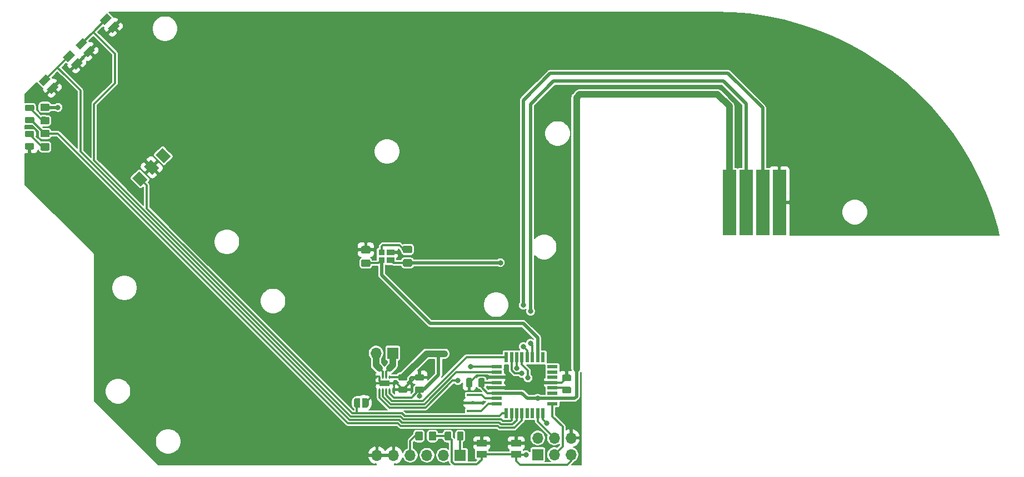
<source format=gbr>
G04 #@! TF.GenerationSoftware,KiCad,Pcbnew,(5.1.5-0-10_14)*
G04 #@! TF.CreationDate,2020-04-05T12:42:30-04:00*
G04 #@! TF.ProjectId,mobo,6d6f626f-2e6b-4696-9361-645f70636258,rev?*
G04 #@! TF.SameCoordinates,Original*
G04 #@! TF.FileFunction,Copper,L1,Top*
G04 #@! TF.FilePolarity,Positive*
%FSLAX46Y46*%
G04 Gerber Fmt 4.6, Leading zero omitted, Abs format (unit mm)*
G04 Created by KiCad (PCBNEW (5.1.5-0-10_14)) date 2020-04-05 12:42:30*
%MOMM*%
%LPD*%
G04 APERTURE LIST*
%ADD10C,0.100000*%
%ADD11R,1.700000X1.700000*%
%ADD12O,1.700000X1.700000*%
%ADD13R,1.600000X0.550000*%
%ADD14R,0.550000X1.600000*%
%ADD15R,0.950000X0.970000*%
%ADD16R,1.150000X0.970000*%
%ADD17R,0.950000X0.850000*%
%ADD18R,1.150000X0.850000*%
%ADD19R,1.900000X0.400000*%
%ADD20R,2.000000X10.000000*%
%ADD21R,0.250000X0.500000*%
%ADD22C,0.600000*%
%ADD23R,1.600000X0.900000*%
%ADD24R,1.550000X1.000000*%
%ADD25C,0.800000*%
%ADD26C,0.300000*%
%ADD27C,0.500000*%
%ADD28C,1.000000*%
%ADD29C,0.200000*%
G04 APERTURE END LIST*
G04 #@! TA.AperFunction,SMDPad,CuDef*
D10*
G36*
X160480142Y-160651174D02*
G01*
X160503803Y-160654684D01*
X160527007Y-160660496D01*
X160549529Y-160668554D01*
X160571153Y-160678782D01*
X160591670Y-160691079D01*
X160610883Y-160705329D01*
X160628607Y-160721393D01*
X160644671Y-160739117D01*
X160658921Y-160758330D01*
X160671218Y-160778847D01*
X160681446Y-160800471D01*
X160689504Y-160822993D01*
X160695316Y-160846197D01*
X160698826Y-160869858D01*
X160700000Y-160893750D01*
X160700000Y-161381250D01*
X160698826Y-161405142D01*
X160695316Y-161428803D01*
X160689504Y-161452007D01*
X160681446Y-161474529D01*
X160671218Y-161496153D01*
X160658921Y-161516670D01*
X160644671Y-161535883D01*
X160628607Y-161553607D01*
X160610883Y-161569671D01*
X160591670Y-161583921D01*
X160571153Y-161596218D01*
X160549529Y-161606446D01*
X160527007Y-161614504D01*
X160503803Y-161620316D01*
X160480142Y-161623826D01*
X160456250Y-161625000D01*
X159543750Y-161625000D01*
X159519858Y-161623826D01*
X159496197Y-161620316D01*
X159472993Y-161614504D01*
X159450471Y-161606446D01*
X159428847Y-161596218D01*
X159408330Y-161583921D01*
X159389117Y-161569671D01*
X159371393Y-161553607D01*
X159355329Y-161535883D01*
X159341079Y-161516670D01*
X159328782Y-161496153D01*
X159318554Y-161474529D01*
X159310496Y-161452007D01*
X159304684Y-161428803D01*
X159301174Y-161405142D01*
X159300000Y-161381250D01*
X159300000Y-160893750D01*
X159301174Y-160869858D01*
X159304684Y-160846197D01*
X159310496Y-160822993D01*
X159318554Y-160800471D01*
X159328782Y-160778847D01*
X159341079Y-160758330D01*
X159355329Y-160739117D01*
X159371393Y-160721393D01*
X159389117Y-160705329D01*
X159408330Y-160691079D01*
X159428847Y-160678782D01*
X159450471Y-160668554D01*
X159472993Y-160660496D01*
X159496197Y-160654684D01*
X159519858Y-160651174D01*
X159543750Y-160650000D01*
X160456250Y-160650000D01*
X160480142Y-160651174D01*
G37*
G04 #@! TD.AperFunction*
G04 #@! TA.AperFunction,SMDPad,CuDef*
G36*
X160480142Y-158776174D02*
G01*
X160503803Y-158779684D01*
X160527007Y-158785496D01*
X160549529Y-158793554D01*
X160571153Y-158803782D01*
X160591670Y-158816079D01*
X160610883Y-158830329D01*
X160628607Y-158846393D01*
X160644671Y-158864117D01*
X160658921Y-158883330D01*
X160671218Y-158903847D01*
X160681446Y-158925471D01*
X160689504Y-158947993D01*
X160695316Y-158971197D01*
X160698826Y-158994858D01*
X160700000Y-159018750D01*
X160700000Y-159506250D01*
X160698826Y-159530142D01*
X160695316Y-159553803D01*
X160689504Y-159577007D01*
X160681446Y-159599529D01*
X160671218Y-159621153D01*
X160658921Y-159641670D01*
X160644671Y-159660883D01*
X160628607Y-159678607D01*
X160610883Y-159694671D01*
X160591670Y-159708921D01*
X160571153Y-159721218D01*
X160549529Y-159731446D01*
X160527007Y-159739504D01*
X160503803Y-159745316D01*
X160480142Y-159748826D01*
X160456250Y-159750000D01*
X159543750Y-159750000D01*
X159519858Y-159748826D01*
X159496197Y-159745316D01*
X159472993Y-159739504D01*
X159450471Y-159731446D01*
X159428847Y-159721218D01*
X159408330Y-159708921D01*
X159389117Y-159694671D01*
X159371393Y-159678607D01*
X159355329Y-159660883D01*
X159341079Y-159641670D01*
X159328782Y-159621153D01*
X159318554Y-159599529D01*
X159310496Y-159577007D01*
X159304684Y-159553803D01*
X159301174Y-159530142D01*
X159300000Y-159506250D01*
X159300000Y-159018750D01*
X159301174Y-158994858D01*
X159304684Y-158971197D01*
X159310496Y-158947993D01*
X159318554Y-158925471D01*
X159328782Y-158903847D01*
X159341079Y-158883330D01*
X159355329Y-158864117D01*
X159371393Y-158846393D01*
X159389117Y-158830329D01*
X159408330Y-158816079D01*
X159428847Y-158803782D01*
X159450471Y-158793554D01*
X159472993Y-158785496D01*
X159496197Y-158779684D01*
X159519858Y-158776174D01*
X159543750Y-158775000D01*
X160456250Y-158775000D01*
X160480142Y-158776174D01*
G37*
G04 #@! TD.AperFunction*
G04 #@! TA.AperFunction,SMDPad,CuDef*
G36*
X85551650Y-110443324D02*
G01*
X86258757Y-111150431D01*
X85162742Y-112246446D01*
X84455635Y-111539339D01*
X85551650Y-110443324D01*
G37*
G04 #@! TD.AperFunction*
G04 #@! TA.AperFunction,SMDPad,CuDef*
G36*
X81839339Y-114155635D02*
G01*
X82546446Y-114862742D01*
X81450431Y-115958757D01*
X80743324Y-115251650D01*
X81839339Y-114155635D01*
G37*
G04 #@! TD.AperFunction*
G04 #@! TA.AperFunction,SMDPad,CuDef*
G36*
X80637258Y-112953554D02*
G01*
X81344365Y-113660661D01*
X80248350Y-114756676D01*
X79541243Y-114049569D01*
X80637258Y-112953554D01*
G37*
G04 #@! TD.AperFunction*
G04 #@! TA.AperFunction,SMDPad,CuDef*
G36*
X84349569Y-109241243D02*
G01*
X85056676Y-109948350D01*
X83960661Y-111044365D01*
X83253554Y-110337258D01*
X84349569Y-109241243D01*
G37*
G04 #@! TD.AperFunction*
G04 #@! TA.AperFunction,SMDPad,CuDef*
G36*
X145430142Y-159301174D02*
G01*
X145453803Y-159304684D01*
X145477007Y-159310496D01*
X145499529Y-159318554D01*
X145521153Y-159328782D01*
X145541670Y-159341079D01*
X145560883Y-159355329D01*
X145578607Y-159371393D01*
X145594671Y-159389117D01*
X145608921Y-159408330D01*
X145621218Y-159428847D01*
X145631446Y-159450471D01*
X145639504Y-159472993D01*
X145645316Y-159496197D01*
X145648826Y-159519858D01*
X145650000Y-159543750D01*
X145650000Y-160456250D01*
X145648826Y-160480142D01*
X145645316Y-160503803D01*
X145639504Y-160527007D01*
X145631446Y-160549529D01*
X145621218Y-160571153D01*
X145608921Y-160591670D01*
X145594671Y-160610883D01*
X145578607Y-160628607D01*
X145560883Y-160644671D01*
X145541670Y-160658921D01*
X145521153Y-160671218D01*
X145499529Y-160681446D01*
X145477007Y-160689504D01*
X145453803Y-160695316D01*
X145430142Y-160698826D01*
X145406250Y-160700000D01*
X144918750Y-160700000D01*
X144894858Y-160698826D01*
X144871197Y-160695316D01*
X144847993Y-160689504D01*
X144825471Y-160681446D01*
X144803847Y-160671218D01*
X144783330Y-160658921D01*
X144764117Y-160644671D01*
X144746393Y-160628607D01*
X144730329Y-160610883D01*
X144716079Y-160591670D01*
X144703782Y-160571153D01*
X144693554Y-160549529D01*
X144685496Y-160527007D01*
X144679684Y-160503803D01*
X144676174Y-160480142D01*
X144675000Y-160456250D01*
X144675000Y-159543750D01*
X144676174Y-159519858D01*
X144679684Y-159496197D01*
X144685496Y-159472993D01*
X144693554Y-159450471D01*
X144703782Y-159428847D01*
X144716079Y-159408330D01*
X144730329Y-159389117D01*
X144746393Y-159371393D01*
X144764117Y-159355329D01*
X144783330Y-159341079D01*
X144803847Y-159328782D01*
X144825471Y-159318554D01*
X144847993Y-159310496D01*
X144871197Y-159304684D01*
X144894858Y-159301174D01*
X144918750Y-159300000D01*
X145406250Y-159300000D01*
X145430142Y-159301174D01*
G37*
G04 #@! TD.AperFunction*
G04 #@! TA.AperFunction,SMDPad,CuDef*
G36*
X147305142Y-159301174D02*
G01*
X147328803Y-159304684D01*
X147352007Y-159310496D01*
X147374529Y-159318554D01*
X147396153Y-159328782D01*
X147416670Y-159341079D01*
X147435883Y-159355329D01*
X147453607Y-159371393D01*
X147469671Y-159389117D01*
X147483921Y-159408330D01*
X147496218Y-159428847D01*
X147506446Y-159450471D01*
X147514504Y-159472993D01*
X147520316Y-159496197D01*
X147523826Y-159519858D01*
X147525000Y-159543750D01*
X147525000Y-160456250D01*
X147523826Y-160480142D01*
X147520316Y-160503803D01*
X147514504Y-160527007D01*
X147506446Y-160549529D01*
X147496218Y-160571153D01*
X147483921Y-160591670D01*
X147469671Y-160610883D01*
X147453607Y-160628607D01*
X147435883Y-160644671D01*
X147416670Y-160658921D01*
X147396153Y-160671218D01*
X147374529Y-160681446D01*
X147352007Y-160689504D01*
X147328803Y-160695316D01*
X147305142Y-160698826D01*
X147281250Y-160700000D01*
X146793750Y-160700000D01*
X146769858Y-160698826D01*
X146746197Y-160695316D01*
X146722993Y-160689504D01*
X146700471Y-160681446D01*
X146678847Y-160671218D01*
X146658330Y-160658921D01*
X146639117Y-160644671D01*
X146621393Y-160628607D01*
X146605329Y-160610883D01*
X146591079Y-160591670D01*
X146578782Y-160571153D01*
X146568554Y-160549529D01*
X146560496Y-160527007D01*
X146554684Y-160503803D01*
X146551174Y-160480142D01*
X146550000Y-160456250D01*
X146550000Y-159543750D01*
X146551174Y-159519858D01*
X146554684Y-159496197D01*
X146560496Y-159472993D01*
X146568554Y-159450471D01*
X146578782Y-159428847D01*
X146591079Y-159408330D01*
X146605329Y-159389117D01*
X146621393Y-159371393D01*
X146639117Y-159355329D01*
X146658330Y-159341079D01*
X146678847Y-159328782D01*
X146700471Y-159318554D01*
X146722993Y-159310496D01*
X146746197Y-159304684D01*
X146769858Y-159301174D01*
X146793750Y-159300000D01*
X147281250Y-159300000D01*
X147305142Y-159301174D01*
G37*
G04 #@! TD.AperFunction*
G04 #@! TA.AperFunction,SMDPad,CuDef*
G36*
X144060142Y-167459174D02*
G01*
X144083803Y-167462684D01*
X144107007Y-167468496D01*
X144129529Y-167476554D01*
X144151153Y-167486782D01*
X144171670Y-167499079D01*
X144190883Y-167513329D01*
X144208607Y-167529393D01*
X144224671Y-167547117D01*
X144238921Y-167566330D01*
X144251218Y-167586847D01*
X144261446Y-167608471D01*
X144269504Y-167630993D01*
X144275316Y-167654197D01*
X144278826Y-167677858D01*
X144280000Y-167701750D01*
X144280000Y-168614250D01*
X144278826Y-168638142D01*
X144275316Y-168661803D01*
X144269504Y-168685007D01*
X144261446Y-168707529D01*
X144251218Y-168729153D01*
X144238921Y-168749670D01*
X144224671Y-168768883D01*
X144208607Y-168786607D01*
X144190883Y-168802671D01*
X144171670Y-168816921D01*
X144151153Y-168829218D01*
X144129529Y-168839446D01*
X144107007Y-168847504D01*
X144083803Y-168853316D01*
X144060142Y-168856826D01*
X144036250Y-168858000D01*
X143548750Y-168858000D01*
X143524858Y-168856826D01*
X143501197Y-168853316D01*
X143477993Y-168847504D01*
X143455471Y-168839446D01*
X143433847Y-168829218D01*
X143413330Y-168816921D01*
X143394117Y-168802671D01*
X143376393Y-168786607D01*
X143360329Y-168768883D01*
X143346079Y-168749670D01*
X143333782Y-168729153D01*
X143323554Y-168707529D01*
X143315496Y-168685007D01*
X143309684Y-168661803D01*
X143306174Y-168638142D01*
X143305000Y-168614250D01*
X143305000Y-167701750D01*
X143306174Y-167677858D01*
X143309684Y-167654197D01*
X143315496Y-167630993D01*
X143323554Y-167608471D01*
X143333782Y-167586847D01*
X143346079Y-167566330D01*
X143360329Y-167547117D01*
X143376393Y-167529393D01*
X143394117Y-167513329D01*
X143413330Y-167499079D01*
X143433847Y-167486782D01*
X143455471Y-167476554D01*
X143477993Y-167468496D01*
X143501197Y-167462684D01*
X143524858Y-167459174D01*
X143548750Y-167458000D01*
X144036250Y-167458000D01*
X144060142Y-167459174D01*
G37*
G04 #@! TD.AperFunction*
G04 #@! TA.AperFunction,SMDPad,CuDef*
G36*
X142185142Y-167459174D02*
G01*
X142208803Y-167462684D01*
X142232007Y-167468496D01*
X142254529Y-167476554D01*
X142276153Y-167486782D01*
X142296670Y-167499079D01*
X142315883Y-167513329D01*
X142333607Y-167529393D01*
X142349671Y-167547117D01*
X142363921Y-167566330D01*
X142376218Y-167586847D01*
X142386446Y-167608471D01*
X142394504Y-167630993D01*
X142400316Y-167654197D01*
X142403826Y-167677858D01*
X142405000Y-167701750D01*
X142405000Y-168614250D01*
X142403826Y-168638142D01*
X142400316Y-168661803D01*
X142394504Y-168685007D01*
X142386446Y-168707529D01*
X142376218Y-168729153D01*
X142363921Y-168749670D01*
X142349671Y-168768883D01*
X142333607Y-168786607D01*
X142315883Y-168802671D01*
X142296670Y-168816921D01*
X142276153Y-168829218D01*
X142254529Y-168839446D01*
X142232007Y-168847504D01*
X142208803Y-168853316D01*
X142185142Y-168856826D01*
X142161250Y-168858000D01*
X141673750Y-168858000D01*
X141649858Y-168856826D01*
X141626197Y-168853316D01*
X141602993Y-168847504D01*
X141580471Y-168839446D01*
X141558847Y-168829218D01*
X141538330Y-168816921D01*
X141519117Y-168802671D01*
X141501393Y-168786607D01*
X141485329Y-168768883D01*
X141471079Y-168749670D01*
X141458782Y-168729153D01*
X141448554Y-168707529D01*
X141440496Y-168685007D01*
X141434684Y-168661803D01*
X141431174Y-168638142D01*
X141430000Y-168614250D01*
X141430000Y-167701750D01*
X141431174Y-167677858D01*
X141434684Y-167654197D01*
X141440496Y-167630993D01*
X141448554Y-167608471D01*
X141458782Y-167586847D01*
X141471079Y-167566330D01*
X141485329Y-167547117D01*
X141501393Y-167529393D01*
X141519117Y-167513329D01*
X141538330Y-167499079D01*
X141558847Y-167486782D01*
X141580471Y-167476554D01*
X141602993Y-167468496D01*
X141626197Y-167462684D01*
X141649858Y-167459174D01*
X141673750Y-167458000D01*
X142161250Y-167458000D01*
X142185142Y-167459174D01*
G37*
G04 #@! TD.AperFunction*
G04 #@! TA.AperFunction,SMDPad,CuDef*
G36*
X78655128Y-119451174D02*
G01*
X78678789Y-119454684D01*
X78701993Y-119460496D01*
X78724515Y-119468554D01*
X78746139Y-119478782D01*
X78766656Y-119491079D01*
X78785869Y-119505329D01*
X78803593Y-119521393D01*
X78819657Y-119539117D01*
X78833907Y-119558330D01*
X78846204Y-119578847D01*
X78856432Y-119600471D01*
X78864490Y-119622993D01*
X78870302Y-119646197D01*
X78873812Y-119669858D01*
X78874986Y-119693750D01*
X78874986Y-120181250D01*
X78873812Y-120205142D01*
X78870302Y-120228803D01*
X78864490Y-120252007D01*
X78856432Y-120274529D01*
X78846204Y-120296153D01*
X78833907Y-120316670D01*
X78819657Y-120335883D01*
X78803593Y-120353607D01*
X78785869Y-120369671D01*
X78766656Y-120383921D01*
X78746139Y-120396218D01*
X78724515Y-120406446D01*
X78701993Y-120414504D01*
X78678789Y-120420316D01*
X78655128Y-120423826D01*
X78631236Y-120425000D01*
X77718736Y-120425000D01*
X77694844Y-120423826D01*
X77671183Y-120420316D01*
X77647979Y-120414504D01*
X77625457Y-120406446D01*
X77603833Y-120396218D01*
X77583316Y-120383921D01*
X77564103Y-120369671D01*
X77546379Y-120353607D01*
X77530315Y-120335883D01*
X77516065Y-120316670D01*
X77503768Y-120296153D01*
X77493540Y-120274529D01*
X77485482Y-120252007D01*
X77479670Y-120228803D01*
X77476160Y-120205142D01*
X77474986Y-120181250D01*
X77474986Y-119693750D01*
X77476160Y-119669858D01*
X77479670Y-119646197D01*
X77485482Y-119622993D01*
X77493540Y-119600471D01*
X77503768Y-119578847D01*
X77516065Y-119558330D01*
X77530315Y-119539117D01*
X77546379Y-119521393D01*
X77564103Y-119505329D01*
X77583316Y-119491079D01*
X77603833Y-119478782D01*
X77625457Y-119468554D01*
X77647979Y-119460496D01*
X77671183Y-119454684D01*
X77694844Y-119451174D01*
X77718736Y-119450000D01*
X78631236Y-119450000D01*
X78655128Y-119451174D01*
G37*
G04 #@! TD.AperFunction*
G04 #@! TA.AperFunction,SMDPad,CuDef*
G36*
X78655128Y-117576174D02*
G01*
X78678789Y-117579684D01*
X78701993Y-117585496D01*
X78724515Y-117593554D01*
X78746139Y-117603782D01*
X78766656Y-117616079D01*
X78785869Y-117630329D01*
X78803593Y-117646393D01*
X78819657Y-117664117D01*
X78833907Y-117683330D01*
X78846204Y-117703847D01*
X78856432Y-117725471D01*
X78864490Y-117747993D01*
X78870302Y-117771197D01*
X78873812Y-117794858D01*
X78874986Y-117818750D01*
X78874986Y-118306250D01*
X78873812Y-118330142D01*
X78870302Y-118353803D01*
X78864490Y-118377007D01*
X78856432Y-118399529D01*
X78846204Y-118421153D01*
X78833907Y-118441670D01*
X78819657Y-118460883D01*
X78803593Y-118478607D01*
X78785869Y-118494671D01*
X78766656Y-118508921D01*
X78746139Y-118521218D01*
X78724515Y-118531446D01*
X78701993Y-118539504D01*
X78678789Y-118545316D01*
X78655128Y-118548826D01*
X78631236Y-118550000D01*
X77718736Y-118550000D01*
X77694844Y-118548826D01*
X77671183Y-118545316D01*
X77647979Y-118539504D01*
X77625457Y-118531446D01*
X77603833Y-118521218D01*
X77583316Y-118508921D01*
X77564103Y-118494671D01*
X77546379Y-118478607D01*
X77530315Y-118460883D01*
X77516065Y-118441670D01*
X77503768Y-118421153D01*
X77493540Y-118399529D01*
X77485482Y-118377007D01*
X77479670Y-118353803D01*
X77476160Y-118330142D01*
X77474986Y-118306250D01*
X77474986Y-117818750D01*
X77476160Y-117794858D01*
X77479670Y-117771197D01*
X77485482Y-117747993D01*
X77493540Y-117725471D01*
X77503768Y-117703847D01*
X77516065Y-117683330D01*
X77530315Y-117664117D01*
X77546379Y-117646393D01*
X77564103Y-117630329D01*
X77583316Y-117616079D01*
X77603833Y-117603782D01*
X77625457Y-117593554D01*
X77647979Y-117585496D01*
X77671183Y-117579684D01*
X77694844Y-117576174D01*
X77718736Y-117575000D01*
X78631236Y-117575000D01*
X78655128Y-117576174D01*
G37*
G04 #@! TD.AperFunction*
G04 #@! TA.AperFunction,SMDPad,CuDef*
G36*
X78637168Y-121576174D02*
G01*
X78660829Y-121579684D01*
X78684033Y-121585496D01*
X78706555Y-121593554D01*
X78728179Y-121603782D01*
X78748696Y-121616079D01*
X78767909Y-121630329D01*
X78785633Y-121646393D01*
X78801697Y-121664117D01*
X78815947Y-121683330D01*
X78828244Y-121703847D01*
X78838472Y-121725471D01*
X78846530Y-121747993D01*
X78852342Y-121771197D01*
X78855852Y-121794858D01*
X78857026Y-121818750D01*
X78857026Y-122306250D01*
X78855852Y-122330142D01*
X78852342Y-122353803D01*
X78846530Y-122377007D01*
X78838472Y-122399529D01*
X78828244Y-122421153D01*
X78815947Y-122441670D01*
X78801697Y-122460883D01*
X78785633Y-122478607D01*
X78767909Y-122494671D01*
X78748696Y-122508921D01*
X78728179Y-122521218D01*
X78706555Y-122531446D01*
X78684033Y-122539504D01*
X78660829Y-122545316D01*
X78637168Y-122548826D01*
X78613276Y-122550000D01*
X77700776Y-122550000D01*
X77676884Y-122548826D01*
X77653223Y-122545316D01*
X77630019Y-122539504D01*
X77607497Y-122531446D01*
X77585873Y-122521218D01*
X77565356Y-122508921D01*
X77546143Y-122494671D01*
X77528419Y-122478607D01*
X77512355Y-122460883D01*
X77498105Y-122441670D01*
X77485808Y-122421153D01*
X77475580Y-122399529D01*
X77467522Y-122377007D01*
X77461710Y-122353803D01*
X77458200Y-122330142D01*
X77457026Y-122306250D01*
X77457026Y-121818750D01*
X77458200Y-121794858D01*
X77461710Y-121771197D01*
X77467522Y-121747993D01*
X77475580Y-121725471D01*
X77485808Y-121703847D01*
X77498105Y-121683330D01*
X77512355Y-121664117D01*
X77528419Y-121646393D01*
X77546143Y-121630329D01*
X77565356Y-121616079D01*
X77585873Y-121603782D01*
X77607497Y-121593554D01*
X77630019Y-121585496D01*
X77653223Y-121579684D01*
X77676884Y-121576174D01*
X77700776Y-121575000D01*
X78613276Y-121575000D01*
X78637168Y-121576174D01*
G37*
G04 #@! TD.AperFunction*
G04 #@! TA.AperFunction,SMDPad,CuDef*
G36*
X78637168Y-123451174D02*
G01*
X78660829Y-123454684D01*
X78684033Y-123460496D01*
X78706555Y-123468554D01*
X78728179Y-123478782D01*
X78748696Y-123491079D01*
X78767909Y-123505329D01*
X78785633Y-123521393D01*
X78801697Y-123539117D01*
X78815947Y-123558330D01*
X78828244Y-123578847D01*
X78838472Y-123600471D01*
X78846530Y-123622993D01*
X78852342Y-123646197D01*
X78855852Y-123669858D01*
X78857026Y-123693750D01*
X78857026Y-124181250D01*
X78855852Y-124205142D01*
X78852342Y-124228803D01*
X78846530Y-124252007D01*
X78838472Y-124274529D01*
X78828244Y-124296153D01*
X78815947Y-124316670D01*
X78801697Y-124335883D01*
X78785633Y-124353607D01*
X78767909Y-124369671D01*
X78748696Y-124383921D01*
X78728179Y-124396218D01*
X78706555Y-124406446D01*
X78684033Y-124414504D01*
X78660829Y-124420316D01*
X78637168Y-124423826D01*
X78613276Y-124425000D01*
X77700776Y-124425000D01*
X77676884Y-124423826D01*
X77653223Y-124420316D01*
X77630019Y-124414504D01*
X77607497Y-124406446D01*
X77585873Y-124396218D01*
X77565356Y-124383921D01*
X77546143Y-124369671D01*
X77528419Y-124353607D01*
X77512355Y-124335883D01*
X77498105Y-124316670D01*
X77485808Y-124296153D01*
X77475580Y-124274529D01*
X77467522Y-124252007D01*
X77461710Y-124228803D01*
X77458200Y-124205142D01*
X77457026Y-124181250D01*
X77457026Y-123693750D01*
X77458200Y-123669858D01*
X77461710Y-123646197D01*
X77467522Y-123622993D01*
X77475580Y-123600471D01*
X77485808Y-123578847D01*
X77498105Y-123558330D01*
X77512355Y-123539117D01*
X77528419Y-123521393D01*
X77546143Y-123505329D01*
X77565356Y-123491079D01*
X77585873Y-123478782D01*
X77607497Y-123468554D01*
X77630019Y-123460496D01*
X77653223Y-123454684D01*
X77676884Y-123451174D01*
X77700776Y-123450000D01*
X78613276Y-123450000D01*
X78637168Y-123451174D01*
G37*
G04 #@! TD.AperFunction*
D11*
X155600000Y-171000000D03*
D12*
X155600000Y-168460000D03*
X158140000Y-171000000D03*
X158140000Y-168460000D03*
X160680000Y-171000000D03*
X160680000Y-168460000D03*
G04 #@! TA.AperFunction,SMDPad,CuDef*
D10*
G36*
X80974505Y-119451204D02*
G01*
X80998773Y-119454804D01*
X81022572Y-119460765D01*
X81045671Y-119469030D01*
X81067850Y-119479520D01*
X81088893Y-119492132D01*
X81108599Y-119506747D01*
X81126777Y-119523223D01*
X81143253Y-119541401D01*
X81157868Y-119561107D01*
X81170480Y-119582150D01*
X81180970Y-119604329D01*
X81189235Y-119627428D01*
X81195196Y-119651227D01*
X81198796Y-119675495D01*
X81200000Y-119699999D01*
X81200000Y-120350001D01*
X81198796Y-120374505D01*
X81195196Y-120398773D01*
X81189235Y-120422572D01*
X81180970Y-120445671D01*
X81170480Y-120467850D01*
X81157868Y-120488893D01*
X81143253Y-120508599D01*
X81126777Y-120526777D01*
X81108599Y-120543253D01*
X81088893Y-120557868D01*
X81067850Y-120570480D01*
X81045671Y-120580970D01*
X81022572Y-120589235D01*
X80998773Y-120595196D01*
X80974505Y-120598796D01*
X80950001Y-120600000D01*
X80049999Y-120600000D01*
X80025495Y-120598796D01*
X80001227Y-120595196D01*
X79977428Y-120589235D01*
X79954329Y-120580970D01*
X79932150Y-120570480D01*
X79911107Y-120557868D01*
X79891401Y-120543253D01*
X79873223Y-120526777D01*
X79856747Y-120508599D01*
X79842132Y-120488893D01*
X79829520Y-120467850D01*
X79819030Y-120445671D01*
X79810765Y-120422572D01*
X79804804Y-120398773D01*
X79801204Y-120374505D01*
X79800000Y-120350001D01*
X79800000Y-119699999D01*
X79801204Y-119675495D01*
X79804804Y-119651227D01*
X79810765Y-119627428D01*
X79819030Y-119604329D01*
X79829520Y-119582150D01*
X79842132Y-119561107D01*
X79856747Y-119541401D01*
X79873223Y-119523223D01*
X79891401Y-119506747D01*
X79911107Y-119492132D01*
X79932150Y-119479520D01*
X79954329Y-119469030D01*
X79977428Y-119460765D01*
X80001227Y-119454804D01*
X80025495Y-119451204D01*
X80049999Y-119450000D01*
X80950001Y-119450000D01*
X80974505Y-119451204D01*
G37*
G04 #@! TD.AperFunction*
G04 #@! TA.AperFunction,SMDPad,CuDef*
G36*
X80974505Y-117401204D02*
G01*
X80998773Y-117404804D01*
X81022572Y-117410765D01*
X81045671Y-117419030D01*
X81067850Y-117429520D01*
X81088893Y-117442132D01*
X81108599Y-117456747D01*
X81126777Y-117473223D01*
X81143253Y-117491401D01*
X81157868Y-117511107D01*
X81170480Y-117532150D01*
X81180970Y-117554329D01*
X81189235Y-117577428D01*
X81195196Y-117601227D01*
X81198796Y-117625495D01*
X81200000Y-117649999D01*
X81200000Y-118300001D01*
X81198796Y-118324505D01*
X81195196Y-118348773D01*
X81189235Y-118372572D01*
X81180970Y-118395671D01*
X81170480Y-118417850D01*
X81157868Y-118438893D01*
X81143253Y-118458599D01*
X81126777Y-118476777D01*
X81108599Y-118493253D01*
X81088893Y-118507868D01*
X81067850Y-118520480D01*
X81045671Y-118530970D01*
X81022572Y-118539235D01*
X80998773Y-118545196D01*
X80974505Y-118548796D01*
X80950001Y-118550000D01*
X80049999Y-118550000D01*
X80025495Y-118548796D01*
X80001227Y-118545196D01*
X79977428Y-118539235D01*
X79954329Y-118530970D01*
X79932150Y-118520480D01*
X79911107Y-118507868D01*
X79891401Y-118493253D01*
X79873223Y-118476777D01*
X79856747Y-118458599D01*
X79842132Y-118438893D01*
X79829520Y-118417850D01*
X79819030Y-118395671D01*
X79810765Y-118372572D01*
X79804804Y-118348773D01*
X79801204Y-118324505D01*
X79800000Y-118300001D01*
X79800000Y-117649999D01*
X79801204Y-117625495D01*
X79804804Y-117601227D01*
X79810765Y-117577428D01*
X79819030Y-117554329D01*
X79829520Y-117532150D01*
X79842132Y-117511107D01*
X79856747Y-117491401D01*
X79873223Y-117473223D01*
X79891401Y-117456747D01*
X79911107Y-117442132D01*
X79932150Y-117429520D01*
X79954329Y-117419030D01*
X79977428Y-117410765D01*
X80001227Y-117404804D01*
X80025495Y-117401204D01*
X80049999Y-117400000D01*
X80950001Y-117400000D01*
X80974505Y-117401204D01*
G37*
G04 #@! TD.AperFunction*
G04 #@! TA.AperFunction,SMDPad,CuDef*
G36*
X80984358Y-121401204D02*
G01*
X81008626Y-121404804D01*
X81032425Y-121410765D01*
X81055524Y-121419030D01*
X81077703Y-121429520D01*
X81098746Y-121442132D01*
X81118452Y-121456747D01*
X81136630Y-121473223D01*
X81153106Y-121491401D01*
X81167721Y-121511107D01*
X81180333Y-121532150D01*
X81190823Y-121554329D01*
X81199088Y-121577428D01*
X81205049Y-121601227D01*
X81208649Y-121625495D01*
X81209853Y-121649999D01*
X81209853Y-122300001D01*
X81208649Y-122324505D01*
X81205049Y-122348773D01*
X81199088Y-122372572D01*
X81190823Y-122395671D01*
X81180333Y-122417850D01*
X81167721Y-122438893D01*
X81153106Y-122458599D01*
X81136630Y-122476777D01*
X81118452Y-122493253D01*
X81098746Y-122507868D01*
X81077703Y-122520480D01*
X81055524Y-122530970D01*
X81032425Y-122539235D01*
X81008626Y-122545196D01*
X80984358Y-122548796D01*
X80959854Y-122550000D01*
X80059852Y-122550000D01*
X80035348Y-122548796D01*
X80011080Y-122545196D01*
X79987281Y-122539235D01*
X79964182Y-122530970D01*
X79942003Y-122520480D01*
X79920960Y-122507868D01*
X79901254Y-122493253D01*
X79883076Y-122476777D01*
X79866600Y-122458599D01*
X79851985Y-122438893D01*
X79839373Y-122417850D01*
X79828883Y-122395671D01*
X79820618Y-122372572D01*
X79814657Y-122348773D01*
X79811057Y-122324505D01*
X79809853Y-122300001D01*
X79809853Y-121649999D01*
X79811057Y-121625495D01*
X79814657Y-121601227D01*
X79820618Y-121577428D01*
X79828883Y-121554329D01*
X79839373Y-121532150D01*
X79851985Y-121511107D01*
X79866600Y-121491401D01*
X79883076Y-121473223D01*
X79901254Y-121456747D01*
X79920960Y-121442132D01*
X79942003Y-121429520D01*
X79964182Y-121419030D01*
X79987281Y-121410765D01*
X80011080Y-121404804D01*
X80035348Y-121401204D01*
X80059852Y-121400000D01*
X80959854Y-121400000D01*
X80984358Y-121401204D01*
G37*
G04 #@! TD.AperFunction*
G04 #@! TA.AperFunction,SMDPad,CuDef*
G36*
X80984358Y-123451204D02*
G01*
X81008626Y-123454804D01*
X81032425Y-123460765D01*
X81055524Y-123469030D01*
X81077703Y-123479520D01*
X81098746Y-123492132D01*
X81118452Y-123506747D01*
X81136630Y-123523223D01*
X81153106Y-123541401D01*
X81167721Y-123561107D01*
X81180333Y-123582150D01*
X81190823Y-123604329D01*
X81199088Y-123627428D01*
X81205049Y-123651227D01*
X81208649Y-123675495D01*
X81209853Y-123699999D01*
X81209853Y-124350001D01*
X81208649Y-124374505D01*
X81205049Y-124398773D01*
X81199088Y-124422572D01*
X81190823Y-124445671D01*
X81180333Y-124467850D01*
X81167721Y-124488893D01*
X81153106Y-124508599D01*
X81136630Y-124526777D01*
X81118452Y-124543253D01*
X81098746Y-124557868D01*
X81077703Y-124570480D01*
X81055524Y-124580970D01*
X81032425Y-124589235D01*
X81008626Y-124595196D01*
X80984358Y-124598796D01*
X80959854Y-124600000D01*
X80059852Y-124600000D01*
X80035348Y-124598796D01*
X80011080Y-124595196D01*
X79987281Y-124589235D01*
X79964182Y-124580970D01*
X79942003Y-124570480D01*
X79920960Y-124557868D01*
X79901254Y-124543253D01*
X79883076Y-124526777D01*
X79866600Y-124508599D01*
X79851985Y-124488893D01*
X79839373Y-124467850D01*
X79828883Y-124445671D01*
X79820618Y-124422572D01*
X79814657Y-124398773D01*
X79811057Y-124374505D01*
X79809853Y-124350001D01*
X79809853Y-123699999D01*
X79811057Y-123675495D01*
X79814657Y-123651227D01*
X79820618Y-123627428D01*
X79828883Y-123604329D01*
X79839373Y-123582150D01*
X79851985Y-123561107D01*
X79866600Y-123541401D01*
X79883076Y-123523223D01*
X79901254Y-123506747D01*
X79920960Y-123492132D01*
X79942003Y-123479520D01*
X79964182Y-123469030D01*
X79987281Y-123460765D01*
X80011080Y-123454804D01*
X80035348Y-123451204D01*
X80059852Y-123450000D01*
X80959854Y-123450000D01*
X80984358Y-123451204D01*
G37*
G04 #@! TD.AperFunction*
G04 #@! TA.AperFunction,SMDPad,CuDef*
G36*
X129874505Y-139151204D02*
G01*
X129898773Y-139154804D01*
X129922572Y-139160765D01*
X129945671Y-139169030D01*
X129967850Y-139179520D01*
X129988893Y-139192132D01*
X130008599Y-139206747D01*
X130026777Y-139223223D01*
X130043253Y-139241401D01*
X130057868Y-139261107D01*
X130070480Y-139282150D01*
X130080970Y-139304329D01*
X130089235Y-139327428D01*
X130095196Y-139351227D01*
X130098796Y-139375495D01*
X130100000Y-139399999D01*
X130100000Y-140050001D01*
X130098796Y-140074505D01*
X130095196Y-140098773D01*
X130089235Y-140122572D01*
X130080970Y-140145671D01*
X130070480Y-140167850D01*
X130057868Y-140188893D01*
X130043253Y-140208599D01*
X130026777Y-140226777D01*
X130008599Y-140243253D01*
X129988893Y-140257868D01*
X129967850Y-140270480D01*
X129945671Y-140280970D01*
X129922572Y-140289235D01*
X129898773Y-140295196D01*
X129874505Y-140298796D01*
X129850001Y-140300000D01*
X128949999Y-140300000D01*
X128925495Y-140298796D01*
X128901227Y-140295196D01*
X128877428Y-140289235D01*
X128854329Y-140280970D01*
X128832150Y-140270480D01*
X128811107Y-140257868D01*
X128791401Y-140243253D01*
X128773223Y-140226777D01*
X128756747Y-140208599D01*
X128742132Y-140188893D01*
X128729520Y-140167850D01*
X128719030Y-140145671D01*
X128710765Y-140122572D01*
X128704804Y-140098773D01*
X128701204Y-140074505D01*
X128700000Y-140050001D01*
X128700000Y-139399999D01*
X128701204Y-139375495D01*
X128704804Y-139351227D01*
X128710765Y-139327428D01*
X128719030Y-139304329D01*
X128729520Y-139282150D01*
X128742132Y-139261107D01*
X128756747Y-139241401D01*
X128773223Y-139223223D01*
X128791401Y-139206747D01*
X128811107Y-139192132D01*
X128832150Y-139179520D01*
X128854329Y-139169030D01*
X128877428Y-139160765D01*
X128901227Y-139154804D01*
X128925495Y-139151204D01*
X128949999Y-139150000D01*
X129850001Y-139150000D01*
X129874505Y-139151204D01*
G37*
G04 #@! TD.AperFunction*
G04 #@! TA.AperFunction,SMDPad,CuDef*
G36*
X129874505Y-141201204D02*
G01*
X129898773Y-141204804D01*
X129922572Y-141210765D01*
X129945671Y-141219030D01*
X129967850Y-141229520D01*
X129988893Y-141242132D01*
X130008599Y-141256747D01*
X130026777Y-141273223D01*
X130043253Y-141291401D01*
X130057868Y-141311107D01*
X130070480Y-141332150D01*
X130080970Y-141354329D01*
X130089235Y-141377428D01*
X130095196Y-141401227D01*
X130098796Y-141425495D01*
X130100000Y-141449999D01*
X130100000Y-142100001D01*
X130098796Y-142124505D01*
X130095196Y-142148773D01*
X130089235Y-142172572D01*
X130080970Y-142195671D01*
X130070480Y-142217850D01*
X130057868Y-142238893D01*
X130043253Y-142258599D01*
X130026777Y-142276777D01*
X130008599Y-142293253D01*
X129988893Y-142307868D01*
X129967850Y-142320480D01*
X129945671Y-142330970D01*
X129922572Y-142339235D01*
X129898773Y-142345196D01*
X129874505Y-142348796D01*
X129850001Y-142350000D01*
X128949999Y-142350000D01*
X128925495Y-142348796D01*
X128901227Y-142345196D01*
X128877428Y-142339235D01*
X128854329Y-142330970D01*
X128832150Y-142320480D01*
X128811107Y-142307868D01*
X128791401Y-142293253D01*
X128773223Y-142276777D01*
X128756747Y-142258599D01*
X128742132Y-142238893D01*
X128729520Y-142217850D01*
X128719030Y-142195671D01*
X128710765Y-142172572D01*
X128704804Y-142148773D01*
X128701204Y-142124505D01*
X128700000Y-142100001D01*
X128700000Y-141449999D01*
X128701204Y-141425495D01*
X128704804Y-141401227D01*
X128710765Y-141377428D01*
X128719030Y-141354329D01*
X128729520Y-141332150D01*
X128742132Y-141311107D01*
X128756747Y-141291401D01*
X128773223Y-141273223D01*
X128791401Y-141256747D01*
X128811107Y-141242132D01*
X128832150Y-141229520D01*
X128854329Y-141219030D01*
X128877428Y-141210765D01*
X128901227Y-141204804D01*
X128925495Y-141201204D01*
X128949999Y-141200000D01*
X129850001Y-141200000D01*
X129874505Y-141201204D01*
G37*
G04 #@! TD.AperFunction*
G04 #@! TA.AperFunction,SMDPad,CuDef*
G36*
X136224505Y-141151204D02*
G01*
X136248773Y-141154804D01*
X136272572Y-141160765D01*
X136295671Y-141169030D01*
X136317850Y-141179520D01*
X136338893Y-141192132D01*
X136358599Y-141206747D01*
X136376777Y-141223223D01*
X136393253Y-141241401D01*
X136407868Y-141261107D01*
X136420480Y-141282150D01*
X136430970Y-141304329D01*
X136439235Y-141327428D01*
X136445196Y-141351227D01*
X136448796Y-141375495D01*
X136450000Y-141399999D01*
X136450000Y-142050001D01*
X136448796Y-142074505D01*
X136445196Y-142098773D01*
X136439235Y-142122572D01*
X136430970Y-142145671D01*
X136420480Y-142167850D01*
X136407868Y-142188893D01*
X136393253Y-142208599D01*
X136376777Y-142226777D01*
X136358599Y-142243253D01*
X136338893Y-142257868D01*
X136317850Y-142270480D01*
X136295671Y-142280970D01*
X136272572Y-142289235D01*
X136248773Y-142295196D01*
X136224505Y-142298796D01*
X136200001Y-142300000D01*
X135299999Y-142300000D01*
X135275495Y-142298796D01*
X135251227Y-142295196D01*
X135227428Y-142289235D01*
X135204329Y-142280970D01*
X135182150Y-142270480D01*
X135161107Y-142257868D01*
X135141401Y-142243253D01*
X135123223Y-142226777D01*
X135106747Y-142208599D01*
X135092132Y-142188893D01*
X135079520Y-142167850D01*
X135069030Y-142145671D01*
X135060765Y-142122572D01*
X135054804Y-142098773D01*
X135051204Y-142074505D01*
X135050000Y-142050001D01*
X135050000Y-141399999D01*
X135051204Y-141375495D01*
X135054804Y-141351227D01*
X135060765Y-141327428D01*
X135069030Y-141304329D01*
X135079520Y-141282150D01*
X135092132Y-141261107D01*
X135106747Y-141241401D01*
X135123223Y-141223223D01*
X135141401Y-141206747D01*
X135161107Y-141192132D01*
X135182150Y-141179520D01*
X135204329Y-141169030D01*
X135227428Y-141160765D01*
X135251227Y-141154804D01*
X135275495Y-141151204D01*
X135299999Y-141150000D01*
X136200001Y-141150000D01*
X136224505Y-141151204D01*
G37*
G04 #@! TD.AperFunction*
G04 #@! TA.AperFunction,SMDPad,CuDef*
G36*
X136224505Y-139101204D02*
G01*
X136248773Y-139104804D01*
X136272572Y-139110765D01*
X136295671Y-139119030D01*
X136317850Y-139129520D01*
X136338893Y-139142132D01*
X136358599Y-139156747D01*
X136376777Y-139173223D01*
X136393253Y-139191401D01*
X136407868Y-139211107D01*
X136420480Y-139232150D01*
X136430970Y-139254329D01*
X136439235Y-139277428D01*
X136445196Y-139301227D01*
X136448796Y-139325495D01*
X136450000Y-139349999D01*
X136450000Y-140000001D01*
X136448796Y-140024505D01*
X136445196Y-140048773D01*
X136439235Y-140072572D01*
X136430970Y-140095671D01*
X136420480Y-140117850D01*
X136407868Y-140138893D01*
X136393253Y-140158599D01*
X136376777Y-140176777D01*
X136358599Y-140193253D01*
X136338893Y-140207868D01*
X136317850Y-140220480D01*
X136295671Y-140230970D01*
X136272572Y-140239235D01*
X136248773Y-140245196D01*
X136224505Y-140248796D01*
X136200001Y-140250000D01*
X135299999Y-140250000D01*
X135275495Y-140248796D01*
X135251227Y-140245196D01*
X135227428Y-140239235D01*
X135204329Y-140230970D01*
X135182150Y-140220480D01*
X135161107Y-140207868D01*
X135141401Y-140193253D01*
X135123223Y-140176777D01*
X135106747Y-140158599D01*
X135092132Y-140138893D01*
X135079520Y-140117850D01*
X135069030Y-140095671D01*
X135060765Y-140072572D01*
X135054804Y-140048773D01*
X135051204Y-140024505D01*
X135050000Y-140000001D01*
X135050000Y-139349999D01*
X135051204Y-139325495D01*
X135054804Y-139301227D01*
X135060765Y-139277428D01*
X135069030Y-139254329D01*
X135079520Y-139232150D01*
X135092132Y-139211107D01*
X135106747Y-139191401D01*
X135123223Y-139173223D01*
X135141401Y-139156747D01*
X135161107Y-139142132D01*
X135182150Y-139129520D01*
X135204329Y-139119030D01*
X135227428Y-139110765D01*
X135251227Y-139104804D01*
X135275495Y-139101204D01*
X135299999Y-139100000D01*
X136200001Y-139100000D01*
X136224505Y-139101204D01*
G37*
G04 #@! TD.AperFunction*
G04 #@! TA.AperFunction,SMDPad,CuDef*
G36*
X139911505Y-167459204D02*
G01*
X139935773Y-167462804D01*
X139959572Y-167468765D01*
X139982671Y-167477030D01*
X140004850Y-167487520D01*
X140025893Y-167500132D01*
X140045599Y-167514747D01*
X140063777Y-167531223D01*
X140080253Y-167549401D01*
X140094868Y-167569107D01*
X140107480Y-167590150D01*
X140117970Y-167612329D01*
X140126235Y-167635428D01*
X140132196Y-167659227D01*
X140135796Y-167683495D01*
X140137000Y-167707999D01*
X140137000Y-168608001D01*
X140135796Y-168632505D01*
X140132196Y-168656773D01*
X140126235Y-168680572D01*
X140117970Y-168703671D01*
X140107480Y-168725850D01*
X140094868Y-168746893D01*
X140080253Y-168766599D01*
X140063777Y-168784777D01*
X140045599Y-168801253D01*
X140025893Y-168815868D01*
X140004850Y-168828480D01*
X139982671Y-168838970D01*
X139959572Y-168847235D01*
X139935773Y-168853196D01*
X139911505Y-168856796D01*
X139887001Y-168858000D01*
X139236999Y-168858000D01*
X139212495Y-168856796D01*
X139188227Y-168853196D01*
X139164428Y-168847235D01*
X139141329Y-168838970D01*
X139119150Y-168828480D01*
X139098107Y-168815868D01*
X139078401Y-168801253D01*
X139060223Y-168784777D01*
X139043747Y-168766599D01*
X139029132Y-168746893D01*
X139016520Y-168725850D01*
X139006030Y-168703671D01*
X138997765Y-168680572D01*
X138991804Y-168656773D01*
X138988204Y-168632505D01*
X138987000Y-168608001D01*
X138987000Y-167707999D01*
X138988204Y-167683495D01*
X138991804Y-167659227D01*
X138997765Y-167635428D01*
X139006030Y-167612329D01*
X139016520Y-167590150D01*
X139029132Y-167569107D01*
X139043747Y-167549401D01*
X139060223Y-167531223D01*
X139078401Y-167514747D01*
X139098107Y-167500132D01*
X139119150Y-167487520D01*
X139141329Y-167477030D01*
X139164428Y-167468765D01*
X139188227Y-167462804D01*
X139212495Y-167459204D01*
X139236999Y-167458000D01*
X139887001Y-167458000D01*
X139911505Y-167459204D01*
G37*
G04 #@! TD.AperFunction*
G04 #@! TA.AperFunction,SMDPad,CuDef*
G36*
X137861505Y-167459204D02*
G01*
X137885773Y-167462804D01*
X137909572Y-167468765D01*
X137932671Y-167477030D01*
X137954850Y-167487520D01*
X137975893Y-167500132D01*
X137995599Y-167514747D01*
X138013777Y-167531223D01*
X138030253Y-167549401D01*
X138044868Y-167569107D01*
X138057480Y-167590150D01*
X138067970Y-167612329D01*
X138076235Y-167635428D01*
X138082196Y-167659227D01*
X138085796Y-167683495D01*
X138087000Y-167707999D01*
X138087000Y-168608001D01*
X138085796Y-168632505D01*
X138082196Y-168656773D01*
X138076235Y-168680572D01*
X138067970Y-168703671D01*
X138057480Y-168725850D01*
X138044868Y-168746893D01*
X138030253Y-168766599D01*
X138013777Y-168784777D01*
X137995599Y-168801253D01*
X137975893Y-168815868D01*
X137954850Y-168828480D01*
X137932671Y-168838970D01*
X137909572Y-168847235D01*
X137885773Y-168853196D01*
X137861505Y-168856796D01*
X137837001Y-168858000D01*
X137186999Y-168858000D01*
X137162495Y-168856796D01*
X137138227Y-168853196D01*
X137114428Y-168847235D01*
X137091329Y-168838970D01*
X137069150Y-168828480D01*
X137048107Y-168815868D01*
X137028401Y-168801253D01*
X137010223Y-168784777D01*
X136993747Y-168766599D01*
X136979132Y-168746893D01*
X136966520Y-168725850D01*
X136956030Y-168703671D01*
X136947765Y-168680572D01*
X136941804Y-168656773D01*
X136938204Y-168632505D01*
X136937000Y-168608001D01*
X136937000Y-167707999D01*
X136938204Y-167683495D01*
X136941804Y-167659227D01*
X136947765Y-167635428D01*
X136956030Y-167612329D01*
X136966520Y-167590150D01*
X136979132Y-167569107D01*
X136993747Y-167549401D01*
X137010223Y-167531223D01*
X137028401Y-167514747D01*
X137048107Y-167500132D01*
X137069150Y-167487520D01*
X137091329Y-167477030D01*
X137114428Y-167468765D01*
X137138227Y-167462804D01*
X137162495Y-167459204D01*
X137186999Y-167458000D01*
X137837001Y-167458000D01*
X137861505Y-167459204D01*
G37*
G04 #@! TD.AperFunction*
D13*
X149350000Y-157600000D03*
X149350000Y-158400000D03*
X149350000Y-159200000D03*
X149350000Y-160000000D03*
X149350000Y-160800000D03*
X149350000Y-161600000D03*
X149350000Y-162400000D03*
X149350000Y-163200000D03*
D14*
X150800000Y-164650000D03*
X151600000Y-164650000D03*
X152400000Y-164650000D03*
X153200000Y-164650000D03*
X154000000Y-164650000D03*
X154800000Y-164650000D03*
X155600000Y-164650000D03*
X156400000Y-164650000D03*
D13*
X157850000Y-163200000D03*
X157850000Y-162400000D03*
X157850000Y-161600000D03*
X157850000Y-160800000D03*
X157850000Y-160000000D03*
X157850000Y-159200000D03*
X157850000Y-158400000D03*
X157850000Y-157600000D03*
D14*
X156400000Y-156150000D03*
X155600000Y-156150000D03*
X154800000Y-156150000D03*
X154000000Y-156150000D03*
X153200000Y-156150000D03*
X152400000Y-156150000D03*
X151600000Y-156150000D03*
X150800000Y-156150000D03*
D15*
X131800000Y-141325000D03*
D16*
X133200000Y-141325000D03*
D17*
X131800000Y-140125000D03*
D18*
X133200000Y-140125000D03*
D19*
X145733000Y-164298000D03*
X145733000Y-163098000D03*
X145733000Y-161898000D03*
D20*
X184785000Y-132500000D03*
X187325000Y-132500000D03*
X189865000Y-132500000D03*
X192405000Y-132500000D03*
D11*
X143798000Y-171087000D03*
D12*
X141258000Y-171087000D03*
X138718000Y-171087000D03*
X136178000Y-171087000D03*
X133638000Y-171087000D03*
X131098000Y-171087000D03*
G04 #@! TA.AperFunction,SMDPad,CuDef*
D10*
G36*
X89949569Y-103641243D02*
G01*
X90656676Y-104348350D01*
X89560661Y-105444365D01*
X88853554Y-104737258D01*
X89949569Y-103641243D01*
G37*
G04 #@! TD.AperFunction*
G04 #@! TA.AperFunction,SMDPad,CuDef*
G36*
X86237258Y-107353554D02*
G01*
X86944365Y-108060661D01*
X85848350Y-109156676D01*
X85141243Y-108449569D01*
X86237258Y-107353554D01*
G37*
G04 #@! TD.AperFunction*
G04 #@! TA.AperFunction,SMDPad,CuDef*
G36*
X87439339Y-108555635D02*
G01*
X88146446Y-109262742D01*
X87050431Y-110358757D01*
X86343324Y-109651650D01*
X87439339Y-108555635D01*
G37*
G04 #@! TD.AperFunction*
G04 #@! TA.AperFunction,SMDPad,CuDef*
G36*
X91151650Y-104843324D02*
G01*
X91858757Y-105550431D01*
X90762742Y-106646446D01*
X90055635Y-105939339D01*
X91151650Y-104843324D01*
G37*
G04 #@! TD.AperFunction*
G04 #@! TA.AperFunction,SMDPad,CuDef*
G36*
X138061142Y-160591174D02*
G01*
X138084803Y-160594684D01*
X138108007Y-160600496D01*
X138130529Y-160608554D01*
X138152153Y-160618782D01*
X138172670Y-160631079D01*
X138191883Y-160645329D01*
X138209607Y-160661393D01*
X138225671Y-160679117D01*
X138239921Y-160698330D01*
X138252218Y-160718847D01*
X138262446Y-160740471D01*
X138270504Y-160762993D01*
X138276316Y-160786197D01*
X138279826Y-160809858D01*
X138281000Y-160833750D01*
X138281000Y-161321250D01*
X138279826Y-161345142D01*
X138276316Y-161368803D01*
X138270504Y-161392007D01*
X138262446Y-161414529D01*
X138252218Y-161436153D01*
X138239921Y-161456670D01*
X138225671Y-161475883D01*
X138209607Y-161493607D01*
X138191883Y-161509671D01*
X138172670Y-161523921D01*
X138152153Y-161536218D01*
X138130529Y-161546446D01*
X138108007Y-161554504D01*
X138084803Y-161560316D01*
X138061142Y-161563826D01*
X138037250Y-161565000D01*
X137124750Y-161565000D01*
X137100858Y-161563826D01*
X137077197Y-161560316D01*
X137053993Y-161554504D01*
X137031471Y-161546446D01*
X137009847Y-161536218D01*
X136989330Y-161523921D01*
X136970117Y-161509671D01*
X136952393Y-161493607D01*
X136936329Y-161475883D01*
X136922079Y-161456670D01*
X136909782Y-161436153D01*
X136899554Y-161414529D01*
X136891496Y-161392007D01*
X136885684Y-161368803D01*
X136882174Y-161345142D01*
X136881000Y-161321250D01*
X136881000Y-160833750D01*
X136882174Y-160809858D01*
X136885684Y-160786197D01*
X136891496Y-160762993D01*
X136899554Y-160740471D01*
X136909782Y-160718847D01*
X136922079Y-160698330D01*
X136936329Y-160679117D01*
X136952393Y-160661393D01*
X136970117Y-160645329D01*
X136989330Y-160631079D01*
X137009847Y-160618782D01*
X137031471Y-160608554D01*
X137053993Y-160600496D01*
X137077197Y-160594684D01*
X137100858Y-160591174D01*
X137124750Y-160590000D01*
X138037250Y-160590000D01*
X138061142Y-160591174D01*
G37*
G04 #@! TD.AperFunction*
G04 #@! TA.AperFunction,SMDPad,CuDef*
G36*
X138061142Y-158716174D02*
G01*
X138084803Y-158719684D01*
X138108007Y-158725496D01*
X138130529Y-158733554D01*
X138152153Y-158743782D01*
X138172670Y-158756079D01*
X138191883Y-158770329D01*
X138209607Y-158786393D01*
X138225671Y-158804117D01*
X138239921Y-158823330D01*
X138252218Y-158843847D01*
X138262446Y-158865471D01*
X138270504Y-158887993D01*
X138276316Y-158911197D01*
X138279826Y-158934858D01*
X138281000Y-158958750D01*
X138281000Y-159446250D01*
X138279826Y-159470142D01*
X138276316Y-159493803D01*
X138270504Y-159517007D01*
X138262446Y-159539529D01*
X138252218Y-159561153D01*
X138239921Y-159581670D01*
X138225671Y-159600883D01*
X138209607Y-159618607D01*
X138191883Y-159634671D01*
X138172670Y-159648921D01*
X138152153Y-159661218D01*
X138130529Y-159671446D01*
X138108007Y-159679504D01*
X138084803Y-159685316D01*
X138061142Y-159688826D01*
X138037250Y-159690000D01*
X137124750Y-159690000D01*
X137100858Y-159688826D01*
X137077197Y-159685316D01*
X137053993Y-159679504D01*
X137031471Y-159671446D01*
X137009847Y-159661218D01*
X136989330Y-159648921D01*
X136970117Y-159634671D01*
X136952393Y-159618607D01*
X136936329Y-159600883D01*
X136922079Y-159581670D01*
X136909782Y-159561153D01*
X136899554Y-159539529D01*
X136891496Y-159517007D01*
X136885684Y-159493803D01*
X136882174Y-159470142D01*
X136881000Y-159446250D01*
X136881000Y-158958750D01*
X136882174Y-158934858D01*
X136885684Y-158911197D01*
X136891496Y-158887993D01*
X136899554Y-158865471D01*
X136909782Y-158843847D01*
X136922079Y-158823330D01*
X136936329Y-158804117D01*
X136952393Y-158786393D01*
X136970117Y-158770329D01*
X136989330Y-158756079D01*
X137009847Y-158743782D01*
X137031471Y-158733554D01*
X137053993Y-158725496D01*
X137077197Y-158719684D01*
X137100858Y-158716174D01*
X137124750Y-158715000D01*
X138037250Y-158715000D01*
X138061142Y-158716174D01*
G37*
G04 #@! TD.AperFunction*
G04 #@! TA.AperFunction,SMDPad,CuDef*
G36*
X135521142Y-160591174D02*
G01*
X135544803Y-160594684D01*
X135568007Y-160600496D01*
X135590529Y-160608554D01*
X135612153Y-160618782D01*
X135632670Y-160631079D01*
X135651883Y-160645329D01*
X135669607Y-160661393D01*
X135685671Y-160679117D01*
X135699921Y-160698330D01*
X135712218Y-160718847D01*
X135722446Y-160740471D01*
X135730504Y-160762993D01*
X135736316Y-160786197D01*
X135739826Y-160809858D01*
X135741000Y-160833750D01*
X135741000Y-161321250D01*
X135739826Y-161345142D01*
X135736316Y-161368803D01*
X135730504Y-161392007D01*
X135722446Y-161414529D01*
X135712218Y-161436153D01*
X135699921Y-161456670D01*
X135685671Y-161475883D01*
X135669607Y-161493607D01*
X135651883Y-161509671D01*
X135632670Y-161523921D01*
X135612153Y-161536218D01*
X135590529Y-161546446D01*
X135568007Y-161554504D01*
X135544803Y-161560316D01*
X135521142Y-161563826D01*
X135497250Y-161565000D01*
X134584750Y-161565000D01*
X134560858Y-161563826D01*
X134537197Y-161560316D01*
X134513993Y-161554504D01*
X134491471Y-161546446D01*
X134469847Y-161536218D01*
X134449330Y-161523921D01*
X134430117Y-161509671D01*
X134412393Y-161493607D01*
X134396329Y-161475883D01*
X134382079Y-161456670D01*
X134369782Y-161436153D01*
X134359554Y-161414529D01*
X134351496Y-161392007D01*
X134345684Y-161368803D01*
X134342174Y-161345142D01*
X134341000Y-161321250D01*
X134341000Y-160833750D01*
X134342174Y-160809858D01*
X134345684Y-160786197D01*
X134351496Y-160762993D01*
X134359554Y-160740471D01*
X134369782Y-160718847D01*
X134382079Y-160698330D01*
X134396329Y-160679117D01*
X134412393Y-160661393D01*
X134430117Y-160645329D01*
X134449330Y-160631079D01*
X134469847Y-160618782D01*
X134491471Y-160608554D01*
X134513993Y-160600496D01*
X134537197Y-160594684D01*
X134560858Y-160591174D01*
X134584750Y-160590000D01*
X135497250Y-160590000D01*
X135521142Y-160591174D01*
G37*
G04 #@! TD.AperFunction*
G04 #@! TA.AperFunction,SMDPad,CuDef*
G36*
X135521142Y-158716174D02*
G01*
X135544803Y-158719684D01*
X135568007Y-158725496D01*
X135590529Y-158733554D01*
X135612153Y-158743782D01*
X135632670Y-158756079D01*
X135651883Y-158770329D01*
X135669607Y-158786393D01*
X135685671Y-158804117D01*
X135699921Y-158823330D01*
X135712218Y-158843847D01*
X135722446Y-158865471D01*
X135730504Y-158887993D01*
X135736316Y-158911197D01*
X135739826Y-158934858D01*
X135741000Y-158958750D01*
X135741000Y-159446250D01*
X135739826Y-159470142D01*
X135736316Y-159493803D01*
X135730504Y-159517007D01*
X135722446Y-159539529D01*
X135712218Y-159561153D01*
X135699921Y-159581670D01*
X135685671Y-159600883D01*
X135669607Y-159618607D01*
X135651883Y-159634671D01*
X135632670Y-159648921D01*
X135612153Y-159661218D01*
X135590529Y-159671446D01*
X135568007Y-159679504D01*
X135544803Y-159685316D01*
X135521142Y-159688826D01*
X135497250Y-159690000D01*
X134584750Y-159690000D01*
X134560858Y-159688826D01*
X134537197Y-159685316D01*
X134513993Y-159679504D01*
X134491471Y-159671446D01*
X134469847Y-159661218D01*
X134449330Y-159648921D01*
X134430117Y-159634671D01*
X134412393Y-159618607D01*
X134396329Y-159600883D01*
X134382079Y-159581670D01*
X134369782Y-159561153D01*
X134359554Y-159539529D01*
X134351496Y-159517007D01*
X134345684Y-159493803D01*
X134342174Y-159470142D01*
X134341000Y-159446250D01*
X134341000Y-158958750D01*
X134342174Y-158934858D01*
X134345684Y-158911197D01*
X134351496Y-158887993D01*
X134359554Y-158865471D01*
X134369782Y-158843847D01*
X134382079Y-158823330D01*
X134396329Y-158804117D01*
X134412393Y-158786393D01*
X134430117Y-158770329D01*
X134449330Y-158756079D01*
X134469847Y-158743782D01*
X134491471Y-158733554D01*
X134513993Y-158725496D01*
X134537197Y-158719684D01*
X134560858Y-158716174D01*
X134584750Y-158715000D01*
X135497250Y-158715000D01*
X135521142Y-158716174D01*
G37*
G04 #@! TD.AperFunction*
G04 #@! TA.AperFunction,SMDPad,CuDef*
G36*
X128850000Y-162350000D02*
G01*
X129350000Y-162350000D01*
X129350000Y-162350602D01*
X129374534Y-162350602D01*
X129423365Y-162355412D01*
X129471490Y-162364984D01*
X129518445Y-162379228D01*
X129563778Y-162398005D01*
X129607051Y-162421136D01*
X129647850Y-162448396D01*
X129685779Y-162479524D01*
X129720476Y-162514221D01*
X129751604Y-162552150D01*
X129778864Y-162592949D01*
X129801995Y-162636222D01*
X129820772Y-162681555D01*
X129835016Y-162728510D01*
X129844588Y-162776635D01*
X129849398Y-162825466D01*
X129849398Y-162850000D01*
X129850000Y-162850000D01*
X129850000Y-163350000D01*
X129849398Y-163350000D01*
X129849398Y-163374534D01*
X129844588Y-163423365D01*
X129835016Y-163471490D01*
X129820772Y-163518445D01*
X129801995Y-163563778D01*
X129778864Y-163607051D01*
X129751604Y-163647850D01*
X129720476Y-163685779D01*
X129685779Y-163720476D01*
X129647850Y-163751604D01*
X129607051Y-163778864D01*
X129563778Y-163801995D01*
X129518445Y-163820772D01*
X129471490Y-163835016D01*
X129423365Y-163844588D01*
X129374534Y-163849398D01*
X129350000Y-163849398D01*
X129350000Y-163850000D01*
X128850000Y-163850000D01*
X128850000Y-162350000D01*
G37*
G04 #@! TD.AperFunction*
G04 #@! TA.AperFunction,SMDPad,CuDef*
G36*
X128050000Y-163849398D02*
G01*
X128025466Y-163849398D01*
X127976635Y-163844588D01*
X127928510Y-163835016D01*
X127881555Y-163820772D01*
X127836222Y-163801995D01*
X127792949Y-163778864D01*
X127752150Y-163751604D01*
X127714221Y-163720476D01*
X127679524Y-163685779D01*
X127648396Y-163647850D01*
X127621136Y-163607051D01*
X127598005Y-163563778D01*
X127579228Y-163518445D01*
X127564984Y-163471490D01*
X127555412Y-163423365D01*
X127550602Y-163374534D01*
X127550602Y-163350000D01*
X127550000Y-163350000D01*
X127550000Y-162850000D01*
X127550602Y-162850000D01*
X127550602Y-162825466D01*
X127555412Y-162776635D01*
X127564984Y-162728510D01*
X127579228Y-162681555D01*
X127598005Y-162636222D01*
X127621136Y-162592949D01*
X127648396Y-162552150D01*
X127679524Y-162514221D01*
X127714221Y-162479524D01*
X127752150Y-162448396D01*
X127792949Y-162421136D01*
X127836222Y-162398005D01*
X127881555Y-162379228D01*
X127928510Y-162364984D01*
X127976635Y-162355412D01*
X128025466Y-162350602D01*
X128050000Y-162350602D01*
X128050000Y-162350000D01*
X128550000Y-162350000D01*
X128550000Y-163850000D01*
X128050000Y-163850000D01*
X128050000Y-163849398D01*
G37*
G04 #@! TD.AperFunction*
D11*
X133500000Y-155500000D03*
D12*
X130960000Y-155500000D03*
D21*
X131997000Y-159190000D03*
X132497000Y-161090000D03*
X132997000Y-161090000D03*
D22*
X132747000Y-160140000D03*
X131747000Y-160140000D03*
D23*
X132247000Y-160140000D03*
D21*
X132997000Y-159190000D03*
X132497000Y-159190000D03*
X131497000Y-159190000D03*
X131497000Y-161090000D03*
X131997000Y-161090000D03*
D24*
X147075000Y-169250000D03*
X152325000Y-169250000D03*
X152325000Y-170950000D03*
X147075000Y-170950000D03*
G04 #@! TA.AperFunction,SMDPad,CuDef*
D10*
G36*
X98641600Y-126531192D02*
G01*
X97368808Y-125258400D01*
X98429468Y-124197740D01*
X99702260Y-125470532D01*
X98641600Y-126531192D01*
G37*
G04 #@! TD.AperFunction*
G04 #@! TA.AperFunction,SMDPad,CuDef*
G36*
X95106066Y-130066726D02*
G01*
X93833274Y-128793934D01*
X94893934Y-127733274D01*
X96166726Y-129006066D01*
X95106066Y-130066726D01*
G37*
G04 #@! TD.AperFunction*
G04 #@! TA.AperFunction,SMDPad,CuDef*
G36*
X96873833Y-128298959D02*
G01*
X95601041Y-127026167D01*
X96661701Y-125965507D01*
X97934493Y-127238299D01*
X96873833Y-128298959D01*
G37*
G04 #@! TD.AperFunction*
D25*
X130215000Y-160140000D03*
X151000000Y-160000000D03*
X143900000Y-161400000D03*
X88300000Y-113200000D03*
X83300000Y-116000000D03*
X155600000Y-162400000D03*
X137600000Y-162050000D03*
X161500000Y-155600000D03*
X161500000Y-156600000D03*
X140500000Y-155600000D03*
X141400000Y-155600000D03*
X149900000Y-141700000D03*
X161500000Y-141700000D03*
X82500000Y-118000000D03*
X154100000Y-159300000D03*
X153800000Y-171000000D03*
X153200000Y-158600000D03*
X152400000Y-157800000D03*
X154500000Y-154000000D03*
X154500000Y-149100000D03*
X153400000Y-154500000D03*
X153400000Y-148200000D03*
X157000000Y-166200000D03*
X143400000Y-159700000D03*
X145400000Y-157600000D03*
D26*
X134103500Y-160140000D02*
X135041000Y-161077500D01*
X132747000Y-160140000D02*
X134103500Y-160140000D01*
X136916000Y-159202500D02*
X137581000Y-159202500D01*
X135041000Y-161077500D02*
X136525750Y-159592750D01*
X131897000Y-160140000D02*
X132247000Y-160140000D01*
X131497000Y-159740000D02*
X131897000Y-160140000D01*
X131497000Y-159190000D02*
X131497000Y-159740000D01*
X136525750Y-159592750D02*
X136916000Y-159202500D01*
X132247000Y-160140000D02*
X130215000Y-160140000D01*
X159262500Y-160000000D02*
X160000000Y-159262500D01*
X157850000Y-160000000D02*
X159262500Y-160000000D01*
X130215000Y-162235000D02*
X130215000Y-160140000D01*
X129350000Y-163100000D02*
X130215000Y-162235000D01*
X146262500Y-158900000D02*
X145162500Y-160000000D01*
X148250000Y-159200000D02*
X147950000Y-158900000D01*
X147950000Y-158900000D02*
X146262500Y-158900000D01*
X149350000Y-159200000D02*
X148250000Y-159200000D01*
X132997000Y-161640000D02*
X133656000Y-162299000D01*
X132997000Y-161090000D02*
X132997000Y-161640000D01*
X136359500Y-162299000D02*
X137581000Y-161077500D01*
X133656000Y-162299000D02*
X136359500Y-162299000D01*
X135028500Y-159190000D02*
X135041000Y-159202500D01*
X132997000Y-159190000D02*
X135028500Y-159190000D01*
X147037500Y-160700000D02*
X147037500Y-160000000D01*
X147937500Y-161600000D02*
X147037500Y-160700000D01*
X149350000Y-161600000D02*
X147937500Y-161600000D01*
X149350000Y-160000000D02*
X147037500Y-160000000D01*
X136937000Y-168158000D02*
X137512000Y-168158000D01*
X136178000Y-168917000D02*
X136937000Y-168158000D01*
X136178000Y-171087000D02*
X136178000Y-168917000D01*
D27*
X149350000Y-161600000D02*
X153200000Y-161600000D01*
X153200000Y-161600000D02*
X154000000Y-162400000D01*
X155600000Y-162400000D02*
X157850000Y-162400000D01*
X154000000Y-162400000D02*
X155600000Y-162400000D01*
D26*
X137581000Y-162031000D02*
X137600000Y-162050000D01*
X137581000Y-161077500D02*
X137581000Y-162031000D01*
D28*
X184785000Y-132080000D02*
X184785000Y-117785000D01*
X184785000Y-117785000D02*
X183000000Y-116000000D01*
X183000000Y-116000000D02*
X162000000Y-116000000D01*
X162000000Y-116000000D02*
X161500000Y-116500000D01*
X161500000Y-116500000D02*
X161500000Y-124000000D01*
X161500000Y-124000000D02*
X161500000Y-136000000D01*
D27*
X157850000Y-162400000D02*
X161200000Y-162400000D01*
D28*
X161500000Y-136000000D02*
X161500000Y-137300000D01*
D27*
X161200000Y-162400000D02*
X161500000Y-162100000D01*
X161500000Y-162100000D02*
X161500000Y-157900000D01*
D28*
X161500000Y-155600000D02*
X161500000Y-156600000D01*
X161500000Y-156600000D02*
X161500000Y-157900000D01*
X141400000Y-155600000D02*
X140500000Y-155600000D01*
X138643500Y-155600000D02*
X140500000Y-155600000D01*
X135041000Y-159202500D02*
X138643500Y-155600000D01*
D27*
X140500000Y-156165685D02*
X140500000Y-155600000D01*
X140500000Y-158858500D02*
X140500000Y-156165685D01*
X138281000Y-161077500D02*
X140500000Y-158858500D01*
X137581000Y-161077500D02*
X138281000Y-161077500D01*
D26*
X133600000Y-141725000D02*
X133200000Y-141325000D01*
X135750000Y-141725000D02*
X133600000Y-141725000D01*
D27*
X149875000Y-141725000D02*
X149900000Y-141700000D01*
X135750000Y-141725000D02*
X149875000Y-141725000D01*
D28*
X161500000Y-141700000D02*
X161500000Y-155600000D01*
X161500000Y-137300000D02*
X161500000Y-141700000D01*
D27*
X80525000Y-118000000D02*
X80500000Y-117975000D01*
X82500000Y-118000000D02*
X80525000Y-118000000D01*
D26*
X159662500Y-160800000D02*
X160000000Y-161137500D01*
X157850000Y-160800000D02*
X159662500Y-160800000D01*
X143798000Y-168163500D02*
X143792500Y-168158000D01*
X143798000Y-171087000D02*
X143798000Y-168163500D01*
X139562000Y-168158000D02*
X141917500Y-168158000D01*
X160070010Y-172529990D02*
X160680000Y-171920000D01*
X152929989Y-172529990D02*
X160070010Y-172529990D01*
X152325000Y-171925000D02*
X152929989Y-172529990D01*
X160680000Y-171920000D02*
X160680000Y-171000000D01*
X152325000Y-170950000D02*
X152325000Y-171925000D01*
X147075000Y-170950000D02*
X152325000Y-170950000D01*
X153200000Y-157250000D02*
X154100000Y-158150000D01*
X153200000Y-156150000D02*
X153200000Y-157250000D01*
X154100000Y-158150000D02*
X154100000Y-159300000D01*
X152375000Y-171000000D02*
X152325000Y-170950000D01*
X153800000Y-171000000D02*
X152375000Y-171000000D01*
X147075000Y-171750000D02*
X146325000Y-172500000D01*
X147075000Y-170950000D02*
X147075000Y-171750000D01*
X142880998Y-172500000D02*
X142500000Y-172119002D01*
X146325000Y-172500000D02*
X142880998Y-172500000D01*
X142500000Y-168740500D02*
X141917500Y-168158000D01*
X142500000Y-172119002D02*
X142500000Y-168740500D01*
X81062235Y-122132391D02*
X80509852Y-121580008D01*
X80475000Y-121975000D02*
X80509853Y-121975000D01*
X78437500Y-119937500D02*
X80475000Y-121975000D01*
X78174986Y-119937500D02*
X78437500Y-119937500D01*
X152049980Y-166900020D02*
X149792900Y-166900020D01*
X153200000Y-165750000D02*
X152049980Y-166900020D01*
X153200000Y-164650000D02*
X153200000Y-165750000D01*
X149792900Y-166900020D02*
X149492910Y-166600030D01*
X149492910Y-166600030D02*
X144100000Y-166600030D01*
X144100000Y-166600030D02*
X134700030Y-166600030D01*
X81875000Y-121975000D02*
X80509853Y-121975000D01*
X134300000Y-166200000D02*
X126678640Y-166200000D01*
X81900000Y-122000000D02*
X81875000Y-121975000D01*
X82478640Y-122000000D02*
X81900000Y-122000000D01*
X126678640Y-166200000D02*
X82478640Y-122000000D01*
X134700030Y-166600030D02*
X134300000Y-166200000D01*
X80119526Y-119552972D02*
X80527812Y-119552972D01*
X80137486Y-120025000D02*
X80500000Y-120025000D01*
X78174986Y-118062500D02*
X80137486Y-120025000D01*
X80173407Y-123630007D02*
X80509853Y-123630008D01*
X80119526Y-124025000D02*
X80509853Y-124025000D01*
X78157026Y-122062500D02*
X80119526Y-124025000D01*
X151600000Y-158110002D02*
X152089998Y-158600000D01*
X152089998Y-158600000D02*
X153200000Y-158600000D01*
X151600000Y-156150000D02*
X151600000Y-158110002D01*
X152400000Y-156150000D02*
X152400000Y-157800000D01*
X154800000Y-154300000D02*
X154500000Y-154000000D01*
X154800000Y-156150000D02*
X154800000Y-154300000D01*
D27*
X183900000Y-114000000D02*
X187325000Y-117425000D01*
X158000000Y-114000000D02*
X183900000Y-114000000D01*
X187325000Y-117425000D02*
X187325000Y-132080000D01*
X154500000Y-117500000D02*
X158000000Y-114000000D01*
X154500000Y-149100000D02*
X154500000Y-117500000D01*
D26*
X154000000Y-155100000D02*
X153400000Y-154500000D01*
X154000000Y-156150000D02*
X154000000Y-155100000D01*
D27*
X189865000Y-118065000D02*
X189865000Y-132080000D01*
X157500000Y-112800000D02*
X184600000Y-112800000D01*
X184600000Y-112800000D02*
X189865000Y-118065000D01*
X153400000Y-116900000D02*
X157500000Y-112800000D01*
X153400000Y-148200000D02*
X153400000Y-116900000D01*
D26*
X156400000Y-165600000D02*
X157000000Y-166200000D01*
X156400000Y-164650000D02*
X156400000Y-165600000D01*
X158140000Y-171000000D02*
X159400000Y-169740000D01*
X159400000Y-169740000D02*
X159400000Y-166700000D01*
X157850000Y-165150000D02*
X157850000Y-163200000D01*
X159400000Y-166700000D02*
X157850000Y-165150000D01*
X155600000Y-165920000D02*
X158140000Y-168460000D01*
X155600000Y-164650000D02*
X155600000Y-165920000D01*
X132497000Y-158640000D02*
X132501000Y-158636000D01*
X132497000Y-159190000D02*
X132497000Y-158640000D01*
X132501000Y-158636000D02*
X132501000Y-158362000D01*
X132501000Y-158362000D02*
X133009000Y-157854000D01*
D28*
X133009000Y-157854000D02*
X133517000Y-157346000D01*
X133517000Y-155517000D02*
X133500000Y-155500000D01*
X133517000Y-157346000D02*
X133517000Y-155517000D01*
D26*
X131997000Y-159190000D02*
X131997000Y-158366000D01*
X131997000Y-158366000D02*
X131485000Y-157854000D01*
D28*
X130960000Y-157329000D02*
X130960000Y-155500000D01*
X131485000Y-157854000D02*
X130960000Y-157329000D01*
D26*
X85900000Y-115400000D02*
X83707108Y-113207108D01*
X143200020Y-166100020D02*
X143200000Y-166100000D01*
X134507110Y-165699990D02*
X126885750Y-165699990D01*
X85900000Y-124714240D02*
X85900000Y-115400000D01*
X152400000Y-164650000D02*
X152400000Y-165750000D01*
X126885750Y-165699990D02*
X85900000Y-124714240D01*
X150000010Y-166400010D02*
X149700020Y-166100020D01*
X134907120Y-166100000D02*
X134507110Y-165699990D01*
X143200000Y-166100000D02*
X134907120Y-166100000D01*
X151749990Y-166400010D02*
X150000010Y-166400010D01*
X149700020Y-166100020D02*
X143200020Y-166100020D01*
X152400000Y-165750000D02*
X151749990Y-166400010D01*
X83707108Y-113207108D02*
X82400000Y-111900000D01*
X82400000Y-111900000D02*
X84255115Y-110042804D01*
X80542804Y-113755115D02*
X82400000Y-111900000D01*
X88000000Y-117500000D02*
X91200000Y-114300000D01*
X134714220Y-165199980D02*
X127092860Y-165199980D01*
X143407120Y-165600000D02*
X135114240Y-165600000D01*
X135114240Y-165600000D02*
X134714220Y-165199980D01*
X91200000Y-114300000D02*
X91200000Y-109800000D01*
X149982110Y-165600010D02*
X143407130Y-165600010D01*
X149991060Y-165591060D02*
X149982110Y-165600010D01*
X127092860Y-165199980D02*
X88000000Y-126107120D01*
X150300000Y-165900000D02*
X149991060Y-165591060D01*
X143407130Y-165600010D02*
X143407120Y-165600000D01*
X151450000Y-165900000D02*
X150300000Y-165900000D01*
X151600000Y-165750000D02*
X151450000Y-165900000D01*
X91200000Y-109800000D02*
X88600000Y-107200000D01*
X88000000Y-126107120D02*
X88000000Y-117500000D01*
X151600000Y-164650000D02*
X151600000Y-165750000D01*
X88600000Y-107200000D02*
X87900000Y-106500000D01*
X87900000Y-106500000D02*
X86042804Y-108255115D01*
X89755115Y-104542804D02*
X87900000Y-106500000D01*
X131800000Y-140125000D02*
X131800000Y-139200000D01*
X131800000Y-139200000D02*
X132000000Y-139000000D01*
X132000000Y-139000000D02*
X134500000Y-139000000D01*
X134500000Y-139000000D02*
X135000000Y-139500000D01*
X135000000Y-139625000D02*
X135050000Y-139675000D01*
X135050000Y-139675000D02*
X135750000Y-139675000D01*
X135000000Y-139500000D02*
X135000000Y-139625000D01*
X96000000Y-133400000D02*
X96000000Y-129900000D01*
X127299970Y-164699970D02*
X96000000Y-133400000D01*
X135321360Y-165100000D02*
X134921330Y-164699970D01*
X149775000Y-165100000D02*
X135321360Y-165100000D01*
X150225000Y-164650000D02*
X149775000Y-165100000D01*
X96000000Y-129900000D02*
X95000000Y-128900000D01*
X150800000Y-164650000D02*
X150225000Y-164650000D01*
X128050000Y-164650000D02*
X128099970Y-164699970D01*
X128050000Y-163100000D02*
X128050000Y-164650000D01*
X128099970Y-164699970D02*
X127299970Y-164699970D01*
X134921330Y-164699970D02*
X128099970Y-164699970D01*
X149350000Y-162400000D02*
X147600000Y-162400000D01*
X147098000Y-161898000D02*
X145733000Y-161898000D01*
X147600000Y-162400000D02*
X147098000Y-161898000D01*
X145733000Y-164298000D02*
X147002000Y-164298000D01*
X148100000Y-163200000D02*
X149350000Y-163200000D01*
X147002000Y-164298000D02*
X148100000Y-163200000D01*
D27*
X155600000Y-156150000D02*
X155600000Y-153200000D01*
X155600000Y-153200000D02*
X153400000Y-151000000D01*
X153400000Y-151000000D02*
X139200000Y-151000000D01*
X131800000Y-143600000D02*
X131800000Y-141325000D01*
X139200000Y-151000000D02*
X131800000Y-143600000D01*
D26*
X131350000Y-141775000D02*
X131800000Y-141325000D01*
X129400000Y-141775000D02*
X131350000Y-141775000D01*
X132497000Y-161090000D02*
X132497000Y-161914000D01*
X132497000Y-161914000D02*
X133383000Y-162800000D01*
X133383000Y-162800000D02*
X138100000Y-162800000D01*
X144750000Y-156150000D02*
X150800000Y-156150000D01*
X138100000Y-162800000D02*
X144750000Y-156150000D01*
X131997000Y-162121120D02*
X133175890Y-163300010D01*
X133175890Y-163300010D02*
X138307110Y-163300010D01*
X131997000Y-161090000D02*
X131997000Y-162121120D01*
X143207120Y-158400000D02*
X149350000Y-158400000D01*
X138307110Y-163300010D02*
X143207120Y-158400000D01*
X131497000Y-162328240D02*
X132968780Y-163800020D01*
X132968780Y-163800020D02*
X138514220Y-163800020D01*
X131497000Y-161090000D02*
X131497000Y-162328240D01*
X138514220Y-163800020D02*
X138514222Y-163800018D01*
X138514222Y-163800018D02*
X142614240Y-159700000D01*
X142614240Y-159700000D02*
X143400000Y-159700000D01*
X145400000Y-157600000D02*
X149350000Y-157600000D01*
D29*
G36*
X77490870Y-120731368D02*
G01*
X77602571Y-120765252D01*
X77718736Y-120776693D01*
X78569588Y-120776693D01*
X79458160Y-121665266D01*
X79458160Y-122300001D01*
X79469721Y-122417385D01*
X79503961Y-122530259D01*
X79559563Y-122634283D01*
X79634392Y-122725461D01*
X79725570Y-122800290D01*
X79829594Y-122855892D01*
X79942468Y-122890132D01*
X80059852Y-122901693D01*
X80959854Y-122901693D01*
X81077238Y-122890132D01*
X81190112Y-122855892D01*
X81294136Y-122800290D01*
X81385314Y-122725461D01*
X81460143Y-122634283D01*
X81515745Y-122530259D01*
X81532508Y-122475000D01*
X81743419Y-122475000D01*
X81801983Y-122492765D01*
X81875440Y-122500000D01*
X81875449Y-122500000D01*
X81899999Y-122502418D01*
X81924549Y-122500000D01*
X82271535Y-122500000D01*
X126307719Y-166536186D01*
X126323376Y-166555264D01*
X126399511Y-166617746D01*
X126486373Y-166664175D01*
X126580623Y-166692765D01*
X126654080Y-166700000D01*
X126654089Y-166700000D01*
X126678639Y-166702418D01*
X126703189Y-166700000D01*
X134092894Y-166700000D01*
X134329109Y-166936216D01*
X134344766Y-166955294D01*
X134420901Y-167017776D01*
X134507763Y-167064205D01*
X134600338Y-167092287D01*
X134602013Y-167092795D01*
X134700030Y-167102449D01*
X134724590Y-167100030D01*
X149285805Y-167100030D01*
X149421971Y-167236196D01*
X149437636Y-167255284D01*
X149513771Y-167317766D01*
X149600633Y-167364195D01*
X149694883Y-167392785D01*
X149792900Y-167402439D01*
X149817460Y-167400020D01*
X152025420Y-167400020D01*
X152049980Y-167402439D01*
X152074540Y-167400020D01*
X152147997Y-167392785D01*
X152242247Y-167364195D01*
X152329109Y-167317766D01*
X152405244Y-167255284D01*
X152420909Y-167236196D01*
X153536187Y-166120920D01*
X153555264Y-166105264D01*
X153617746Y-166029129D01*
X153664175Y-165942267D01*
X153692765Y-165848017D01*
X153697593Y-165798994D01*
X153725000Y-165801693D01*
X154275000Y-165801693D01*
X154343612Y-165794935D01*
X154400000Y-165777830D01*
X154456388Y-165794935D01*
X154525000Y-165801693D01*
X155075000Y-165801693D01*
X155100001Y-165799231D01*
X155100001Y-165895430D01*
X155097581Y-165920000D01*
X155107235Y-166018017D01*
X155127915Y-166086187D01*
X155135826Y-166112267D01*
X155182255Y-166199129D01*
X155244737Y-166275264D01*
X155263819Y-166290924D01*
X157014454Y-168041560D01*
X156986116Y-168109973D01*
X156940000Y-168341810D01*
X156940000Y-168578190D01*
X156986116Y-168810027D01*
X157076574Y-169028413D01*
X157207899Y-169224955D01*
X157375045Y-169392101D01*
X157571587Y-169523426D01*
X157789973Y-169613884D01*
X158021810Y-169660000D01*
X158258190Y-169660000D01*
X158490027Y-169613884D01*
X158708413Y-169523426D01*
X158900000Y-169395412D01*
X158900000Y-169532894D01*
X158558441Y-169874454D01*
X158490027Y-169846116D01*
X158258190Y-169800000D01*
X158021810Y-169800000D01*
X157789973Y-169846116D01*
X157571587Y-169936574D01*
X157375045Y-170067899D01*
X157207899Y-170235045D01*
X157076574Y-170431587D01*
X156986116Y-170649973D01*
X156940000Y-170881810D01*
X156940000Y-171118190D01*
X156986116Y-171350027D01*
X157076574Y-171568413D01*
X157207899Y-171764955D01*
X157375045Y-171932101D01*
X157521546Y-172029990D01*
X156750654Y-172029990D01*
X156774922Y-171984587D01*
X156794935Y-171918612D01*
X156801693Y-171850000D01*
X156801693Y-170150000D01*
X156794935Y-170081388D01*
X156774922Y-170015413D01*
X156742422Y-169954610D01*
X156698685Y-169901315D01*
X156645390Y-169857578D01*
X156584587Y-169825078D01*
X156518612Y-169805065D01*
X156450000Y-169798307D01*
X154750000Y-169798307D01*
X154681388Y-169805065D01*
X154615413Y-169825078D01*
X154554610Y-169857578D01*
X154501315Y-169901315D01*
X154457578Y-169954610D01*
X154425078Y-170015413D01*
X154405065Y-170081388D01*
X154398307Y-170150000D01*
X154398307Y-170545466D01*
X154382563Y-170521903D01*
X154278097Y-170417437D01*
X154155258Y-170335359D01*
X154018767Y-170278822D01*
X153873869Y-170250000D01*
X153726131Y-170250000D01*
X153581233Y-170278822D01*
X153444742Y-170335359D01*
X153433293Y-170343009D01*
X153424922Y-170315413D01*
X153404267Y-170276770D01*
X153439421Y-170257980D01*
X153532001Y-170182001D01*
X153607980Y-170089421D01*
X153664437Y-169983797D01*
X153699203Y-169869189D01*
X153710942Y-169750000D01*
X153708000Y-169556000D01*
X153556000Y-169404000D01*
X152479000Y-169404000D01*
X152479000Y-169424000D01*
X152171000Y-169424000D01*
X152171000Y-169404000D01*
X151094000Y-169404000D01*
X150942000Y-169556000D01*
X150939058Y-169750000D01*
X150950797Y-169869189D01*
X150985563Y-169983797D01*
X151042020Y-170089421D01*
X151117999Y-170182001D01*
X151210579Y-170257980D01*
X151245733Y-170276770D01*
X151225078Y-170315413D01*
X151205065Y-170381388D01*
X151198307Y-170450000D01*
X148201693Y-170450000D01*
X148194935Y-170381388D01*
X148174922Y-170315413D01*
X148154267Y-170276770D01*
X148189421Y-170257980D01*
X148282001Y-170182001D01*
X148357980Y-170089421D01*
X148414437Y-169983797D01*
X148449203Y-169869189D01*
X148460942Y-169750000D01*
X148458000Y-169556000D01*
X148306000Y-169404000D01*
X147229000Y-169404000D01*
X147229000Y-169424000D01*
X146921000Y-169424000D01*
X146921000Y-169404000D01*
X145844000Y-169404000D01*
X145692000Y-169556000D01*
X145689058Y-169750000D01*
X145700797Y-169869189D01*
X145735563Y-169983797D01*
X145792020Y-170089421D01*
X145867999Y-170182001D01*
X145960579Y-170257980D01*
X145995733Y-170276770D01*
X145975078Y-170315413D01*
X145955065Y-170381388D01*
X145948307Y-170450000D01*
X145948307Y-171450000D01*
X145955065Y-171518612D01*
X145975078Y-171584587D01*
X146007578Y-171645390D01*
X146051315Y-171698685D01*
X146104610Y-171742422D01*
X146165413Y-171774922D01*
X146231388Y-171794935D01*
X146300000Y-171801693D01*
X146316202Y-171801693D01*
X146117895Y-172000000D01*
X144993488Y-172000000D01*
X144999693Y-171937000D01*
X144999693Y-170237000D01*
X144992935Y-170168388D01*
X144972922Y-170102413D01*
X144940422Y-170041610D01*
X144896685Y-169988315D01*
X144843390Y-169944578D01*
X144782587Y-169912078D01*
X144716612Y-169892065D01*
X144648000Y-169885307D01*
X144298000Y-169885307D01*
X144298000Y-169146257D01*
X144367060Y-169109343D01*
X144457292Y-169035292D01*
X144531343Y-168945060D01*
X144586368Y-168842116D01*
X144614310Y-168750000D01*
X145689058Y-168750000D01*
X145692000Y-168944000D01*
X145844000Y-169096000D01*
X146921000Y-169096000D01*
X146921000Y-168294000D01*
X147229000Y-168294000D01*
X147229000Y-169096000D01*
X148306000Y-169096000D01*
X148458000Y-168944000D01*
X148460942Y-168750000D01*
X150939058Y-168750000D01*
X150942000Y-168944000D01*
X151094000Y-169096000D01*
X152171000Y-169096000D01*
X152171000Y-168294000D01*
X152479000Y-168294000D01*
X152479000Y-169096000D01*
X153556000Y-169096000D01*
X153708000Y-168944000D01*
X153710942Y-168750000D01*
X153699203Y-168630811D01*
X153664437Y-168516203D01*
X153607980Y-168410579D01*
X153551543Y-168341810D01*
X154400000Y-168341810D01*
X154400000Y-168578190D01*
X154446116Y-168810027D01*
X154536574Y-169028413D01*
X154667899Y-169224955D01*
X154835045Y-169392101D01*
X155031587Y-169523426D01*
X155249973Y-169613884D01*
X155481810Y-169660000D01*
X155718190Y-169660000D01*
X155950027Y-169613884D01*
X156168413Y-169523426D01*
X156364955Y-169392101D01*
X156532101Y-169224955D01*
X156663426Y-169028413D01*
X156753884Y-168810027D01*
X156800000Y-168578190D01*
X156800000Y-168341810D01*
X156753884Y-168109973D01*
X156663426Y-167891587D01*
X156532101Y-167695045D01*
X156364955Y-167527899D01*
X156168413Y-167396574D01*
X155950027Y-167306116D01*
X155718190Y-167260000D01*
X155481810Y-167260000D01*
X155249973Y-167306116D01*
X155031587Y-167396574D01*
X154835045Y-167527899D01*
X154667899Y-167695045D01*
X154536574Y-167891587D01*
X154446116Y-168109973D01*
X154400000Y-168341810D01*
X153551543Y-168341810D01*
X153532001Y-168317999D01*
X153439421Y-168242020D01*
X153333797Y-168185563D01*
X153219189Y-168150797D01*
X153100000Y-168139058D01*
X152631000Y-168142000D01*
X152479000Y-168294000D01*
X152171000Y-168294000D01*
X152019000Y-168142000D01*
X151550000Y-168139058D01*
X151430811Y-168150797D01*
X151316203Y-168185563D01*
X151210579Y-168242020D01*
X151117999Y-168317999D01*
X151042020Y-168410579D01*
X150985563Y-168516203D01*
X150950797Y-168630811D01*
X150939058Y-168750000D01*
X148460942Y-168750000D01*
X148449203Y-168630811D01*
X148414437Y-168516203D01*
X148357980Y-168410579D01*
X148282001Y-168317999D01*
X148189421Y-168242020D01*
X148083797Y-168185563D01*
X147969189Y-168150797D01*
X147850000Y-168139058D01*
X147381000Y-168142000D01*
X147229000Y-168294000D01*
X146921000Y-168294000D01*
X146769000Y-168142000D01*
X146300000Y-168139058D01*
X146180811Y-168150797D01*
X146066203Y-168185563D01*
X145960579Y-168242020D01*
X145867999Y-168317999D01*
X145792020Y-168410579D01*
X145735563Y-168516203D01*
X145700797Y-168630811D01*
X145689058Y-168750000D01*
X144614310Y-168750000D01*
X144620252Y-168730415D01*
X144631693Y-168614250D01*
X144631693Y-167701750D01*
X144620252Y-167585585D01*
X144586368Y-167473884D01*
X144531343Y-167370940D01*
X144457292Y-167280708D01*
X144367060Y-167206657D01*
X144264116Y-167151632D01*
X144152415Y-167117748D01*
X144036250Y-167106307D01*
X143548750Y-167106307D01*
X143432585Y-167117748D01*
X143320884Y-167151632D01*
X143217940Y-167206657D01*
X143127708Y-167280708D01*
X143053657Y-167370940D01*
X142998632Y-167473884D01*
X142964748Y-167585585D01*
X142953307Y-167701750D01*
X142953307Y-168527901D01*
X142917746Y-168461371D01*
X142855264Y-168385236D01*
X142836186Y-168369580D01*
X142756693Y-168290086D01*
X142756693Y-167701750D01*
X142745252Y-167585585D01*
X142711368Y-167473884D01*
X142656343Y-167370940D01*
X142582292Y-167280708D01*
X142492060Y-167206657D01*
X142389116Y-167151632D01*
X142277415Y-167117748D01*
X142161250Y-167106307D01*
X141673750Y-167106307D01*
X141557585Y-167117748D01*
X141445884Y-167151632D01*
X141342940Y-167206657D01*
X141252708Y-167280708D01*
X141178657Y-167370940D01*
X141123632Y-167473884D01*
X141089748Y-167585585D01*
X141082616Y-167658000D01*
X140483769Y-167658000D01*
X140477132Y-167590615D01*
X140442892Y-167477741D01*
X140387290Y-167373717D01*
X140312461Y-167282539D01*
X140221283Y-167207710D01*
X140117259Y-167152108D01*
X140004385Y-167117868D01*
X139887001Y-167106307D01*
X139236999Y-167106307D01*
X139119615Y-167117868D01*
X139006741Y-167152108D01*
X138902717Y-167207710D01*
X138811539Y-167282539D01*
X138736710Y-167373717D01*
X138681108Y-167477741D01*
X138646868Y-167590615D01*
X138635307Y-167707999D01*
X138635307Y-168608001D01*
X138646868Y-168725385D01*
X138681108Y-168838259D01*
X138736710Y-168942283D01*
X138811539Y-169033461D01*
X138902717Y-169108290D01*
X139006741Y-169163892D01*
X139119615Y-169198132D01*
X139236999Y-169209693D01*
X139887001Y-169209693D01*
X140004385Y-169198132D01*
X140117259Y-169163892D01*
X140221283Y-169108290D01*
X140312461Y-169033461D01*
X140387290Y-168942283D01*
X140442892Y-168838259D01*
X140477132Y-168725385D01*
X140483769Y-168658000D01*
X141082616Y-168658000D01*
X141089748Y-168730415D01*
X141123632Y-168842116D01*
X141178657Y-168945060D01*
X141252708Y-169035292D01*
X141342940Y-169109343D01*
X141445884Y-169164368D01*
X141557585Y-169198252D01*
X141673750Y-169209693D01*
X142000001Y-169209693D01*
X142000001Y-170139561D01*
X141826413Y-170023574D01*
X141608027Y-169933116D01*
X141376190Y-169887000D01*
X141139810Y-169887000D01*
X140907973Y-169933116D01*
X140689587Y-170023574D01*
X140493045Y-170154899D01*
X140325899Y-170322045D01*
X140194574Y-170518587D01*
X140104116Y-170736973D01*
X140058000Y-170968810D01*
X140058000Y-171205190D01*
X140104116Y-171437027D01*
X140194574Y-171655413D01*
X140325899Y-171851955D01*
X140493045Y-172019101D01*
X140689587Y-172150426D01*
X140907973Y-172240884D01*
X141139810Y-172287000D01*
X141376190Y-172287000D01*
X141608027Y-172240884D01*
X141826413Y-172150426D01*
X142000000Y-172034439D01*
X142000000Y-172094442D01*
X141997581Y-172119002D01*
X142007235Y-172217019D01*
X142014475Y-172240884D01*
X142035825Y-172311268D01*
X142082254Y-172398131D01*
X142144736Y-172474266D01*
X142163823Y-172489930D01*
X142203891Y-172529999D01*
X133792002Y-172529999D01*
X133792002Y-172383890D01*
X134016910Y-172494903D01*
X134105139Y-172468146D01*
X134365611Y-172350473D01*
X134598122Y-172184246D01*
X134793736Y-171975852D01*
X134944935Y-171733300D01*
X135041222Y-171478324D01*
X135114574Y-171655413D01*
X135245899Y-171851955D01*
X135413045Y-172019101D01*
X135609587Y-172150426D01*
X135827973Y-172240884D01*
X136059810Y-172287000D01*
X136296190Y-172287000D01*
X136528027Y-172240884D01*
X136746413Y-172150426D01*
X136942955Y-172019101D01*
X137110101Y-171851955D01*
X137241426Y-171655413D01*
X137331884Y-171437027D01*
X137378000Y-171205190D01*
X137378000Y-170968810D01*
X137518000Y-170968810D01*
X137518000Y-171205190D01*
X137564116Y-171437027D01*
X137654574Y-171655413D01*
X137785899Y-171851955D01*
X137953045Y-172019101D01*
X138149587Y-172150426D01*
X138367973Y-172240884D01*
X138599810Y-172287000D01*
X138836190Y-172287000D01*
X139068027Y-172240884D01*
X139286413Y-172150426D01*
X139482955Y-172019101D01*
X139650101Y-171851955D01*
X139781426Y-171655413D01*
X139871884Y-171437027D01*
X139918000Y-171205190D01*
X139918000Y-170968810D01*
X139871884Y-170736973D01*
X139781426Y-170518587D01*
X139650101Y-170322045D01*
X139482955Y-170154899D01*
X139286413Y-170023574D01*
X139068027Y-169933116D01*
X138836190Y-169887000D01*
X138599810Y-169887000D01*
X138367973Y-169933116D01*
X138149587Y-170023574D01*
X137953045Y-170154899D01*
X137785899Y-170322045D01*
X137654574Y-170518587D01*
X137564116Y-170736973D01*
X137518000Y-170968810D01*
X137378000Y-170968810D01*
X137331884Y-170736973D01*
X137241426Y-170518587D01*
X137110101Y-170322045D01*
X136942955Y-170154899D01*
X136746413Y-170023574D01*
X136678000Y-169995237D01*
X136678000Y-169124105D01*
X136765442Y-169036664D01*
X136852717Y-169108290D01*
X136956741Y-169163892D01*
X137069615Y-169198132D01*
X137186999Y-169209693D01*
X137837001Y-169209693D01*
X137954385Y-169198132D01*
X138067259Y-169163892D01*
X138171283Y-169108290D01*
X138262461Y-169033461D01*
X138337290Y-168942283D01*
X138392892Y-168838259D01*
X138427132Y-168725385D01*
X138438693Y-168608001D01*
X138438693Y-167707999D01*
X138427132Y-167590615D01*
X138392892Y-167477741D01*
X138337290Y-167373717D01*
X138262461Y-167282539D01*
X138171283Y-167207710D01*
X138067259Y-167152108D01*
X137954385Y-167117868D01*
X137837001Y-167106307D01*
X137186999Y-167106307D01*
X137069615Y-167117868D01*
X136956741Y-167152108D01*
X136852717Y-167207710D01*
X136761539Y-167282539D01*
X136686710Y-167373717D01*
X136631108Y-167477741D01*
X136596868Y-167590615D01*
X136585307Y-167707999D01*
X136585307Y-167799805D01*
X136581736Y-167802736D01*
X136566075Y-167821819D01*
X135841819Y-168546076D01*
X135822737Y-168561736D01*
X135760255Y-168637871D01*
X135750424Y-168656264D01*
X135713826Y-168724733D01*
X135685235Y-168818983D01*
X135675581Y-168917000D01*
X135678001Y-168941570D01*
X135678001Y-169995236D01*
X135609587Y-170023574D01*
X135413045Y-170154899D01*
X135245899Y-170322045D01*
X135114574Y-170518587D01*
X135041222Y-170695676D01*
X134944935Y-170440700D01*
X134793736Y-170198148D01*
X134598122Y-169989754D01*
X134365611Y-169823527D01*
X134105139Y-169705854D01*
X134016910Y-169679097D01*
X133792000Y-169790111D01*
X133792000Y-170933000D01*
X133812000Y-170933000D01*
X133812000Y-171241000D01*
X133792000Y-171241000D01*
X133792000Y-171261000D01*
X133484000Y-171261000D01*
X133484000Y-171241000D01*
X131252000Y-171241000D01*
X131252000Y-171261000D01*
X130944000Y-171261000D01*
X130944000Y-171241000D01*
X129800150Y-171241000D01*
X129690091Y-171465911D01*
X129791065Y-171733300D01*
X129942264Y-171975852D01*
X130137878Y-172184246D01*
X130370389Y-172350473D01*
X130630861Y-172468146D01*
X130719090Y-172494903D01*
X130943998Y-172383890D01*
X130943998Y-172529999D01*
X97816397Y-172530000D01*
X94073302Y-168786905D01*
X97326341Y-168786905D01*
X97326341Y-169173093D01*
X97401683Y-169551860D01*
X97549470Y-169908651D01*
X97764024Y-170229754D01*
X98037100Y-170502830D01*
X98358203Y-170717384D01*
X98714994Y-170865171D01*
X99093761Y-170940513D01*
X99479949Y-170940513D01*
X99858716Y-170865171D01*
X100215507Y-170717384D01*
X100229417Y-170708089D01*
X129690091Y-170708089D01*
X129800150Y-170933000D01*
X130944000Y-170933000D01*
X130944000Y-169790111D01*
X131252000Y-169790111D01*
X131252000Y-170933000D01*
X133484000Y-170933000D01*
X133484000Y-169790111D01*
X133259090Y-169679097D01*
X133170861Y-169705854D01*
X132910389Y-169823527D01*
X132677878Y-169989754D01*
X132482264Y-170198148D01*
X132368000Y-170381449D01*
X132253736Y-170198148D01*
X132058122Y-169989754D01*
X131825611Y-169823527D01*
X131565139Y-169705854D01*
X131476910Y-169679097D01*
X131252000Y-169790111D01*
X130944000Y-169790111D01*
X130719090Y-169679097D01*
X130630861Y-169705854D01*
X130370389Y-169823527D01*
X130137878Y-169989754D01*
X129942264Y-170198148D01*
X129791065Y-170440700D01*
X129690091Y-170708089D01*
X100229417Y-170708089D01*
X100536610Y-170502830D01*
X100809686Y-170229754D01*
X101024240Y-169908651D01*
X101172027Y-169551860D01*
X101247369Y-169173093D01*
X101247369Y-168786905D01*
X101172027Y-168408138D01*
X101024240Y-168051347D01*
X100809686Y-167730244D01*
X100536610Y-167457168D01*
X100215507Y-167242614D01*
X99858716Y-167094827D01*
X99479949Y-167019485D01*
X99093761Y-167019485D01*
X98714994Y-167094827D01*
X98358203Y-167242614D01*
X98037100Y-167457168D01*
X97764024Y-167730244D01*
X97549470Y-168051347D01*
X97401683Y-168408138D01*
X97326341Y-168786905D01*
X94073302Y-168786905D01*
X88080001Y-162793604D01*
X88080001Y-161130050D01*
X89669486Y-161130050D01*
X89669486Y-161516238D01*
X89744828Y-161895005D01*
X89892615Y-162251796D01*
X90107169Y-162572899D01*
X90380245Y-162845975D01*
X90701348Y-163060529D01*
X91058139Y-163208316D01*
X91436906Y-163283658D01*
X91823094Y-163283658D01*
X92201861Y-163208316D01*
X92558652Y-163060529D01*
X92879755Y-162845975D01*
X93152831Y-162572899D01*
X93367385Y-162251796D01*
X93515172Y-161895005D01*
X93590514Y-161516238D01*
X93590514Y-161130050D01*
X93515172Y-160751283D01*
X93367385Y-160394492D01*
X93152831Y-160073389D01*
X92879755Y-159800313D01*
X92558652Y-159585759D01*
X92201861Y-159437972D01*
X91823094Y-159362630D01*
X91436906Y-159362630D01*
X91058139Y-159437972D01*
X90701348Y-159585759D01*
X90380245Y-159800313D01*
X90107169Y-160073389D01*
X89892615Y-160394492D01*
X89744828Y-160751283D01*
X89669486Y-161130050D01*
X88080001Y-161130050D01*
X88080000Y-145360498D01*
X90669486Y-145360498D01*
X90669486Y-145746686D01*
X90744828Y-146125453D01*
X90892615Y-146482244D01*
X91107169Y-146803347D01*
X91380245Y-147076423D01*
X91701348Y-147290977D01*
X92058139Y-147438764D01*
X92436906Y-147514106D01*
X92823094Y-147514106D01*
X93201861Y-147438764D01*
X93558652Y-147290977D01*
X93879755Y-147076423D01*
X94152831Y-146803347D01*
X94367385Y-146482244D01*
X94515172Y-146125453D01*
X94590514Y-145746686D01*
X94590514Y-145360498D01*
X94515172Y-144981731D01*
X94367385Y-144624940D01*
X94152831Y-144303837D01*
X93879755Y-144030761D01*
X93558652Y-143816207D01*
X93201861Y-143668420D01*
X92823094Y-143593078D01*
X92436906Y-143593078D01*
X92058139Y-143668420D01*
X91701348Y-143816207D01*
X91380245Y-144030761D01*
X91107169Y-144303837D01*
X90892615Y-144624940D01*
X90744828Y-144981731D01*
X90669486Y-145360498D01*
X88080000Y-145360498D01*
X88079999Y-140575696D01*
X88082176Y-140553592D01*
X88073488Y-140465376D01*
X88047757Y-140380551D01*
X88005971Y-140302375D01*
X87963828Y-140251024D01*
X87963819Y-140251015D01*
X87949736Y-140233855D01*
X87932576Y-140219772D01*
X77473399Y-129760596D01*
X77473399Y-125035820D01*
X77851026Y-125033000D01*
X78003026Y-124881000D01*
X78003026Y-124091500D01*
X77983026Y-124091500D01*
X77983026Y-123783500D01*
X78003026Y-123783500D01*
X78003026Y-123763500D01*
X78311026Y-123763500D01*
X78311026Y-123783500D01*
X78331026Y-123783500D01*
X78331026Y-124091500D01*
X78311026Y-124091500D01*
X78311026Y-124881000D01*
X78463026Y-125033000D01*
X78857026Y-125035942D01*
X78976215Y-125024203D01*
X79090823Y-124989437D01*
X79196447Y-124932980D01*
X79289027Y-124857001D01*
X79365006Y-124764421D01*
X79421463Y-124658797D01*
X79456229Y-124544189D01*
X79466757Y-124437293D01*
X79469721Y-124467385D01*
X79503961Y-124580259D01*
X79559563Y-124684283D01*
X79634392Y-124775461D01*
X79725570Y-124850290D01*
X79829594Y-124905892D01*
X79942468Y-124940132D01*
X80059852Y-124951693D01*
X80959854Y-124951693D01*
X81077238Y-124940132D01*
X81190112Y-124905892D01*
X81294136Y-124850290D01*
X81385314Y-124775461D01*
X81460143Y-124684283D01*
X81515745Y-124580259D01*
X81549985Y-124467385D01*
X81561546Y-124350001D01*
X81561546Y-123699999D01*
X81549985Y-123582615D01*
X81515745Y-123469741D01*
X81460143Y-123365717D01*
X81385314Y-123274539D01*
X81294136Y-123199710D01*
X81190112Y-123144108D01*
X81077238Y-123109868D01*
X80959854Y-123098307D01*
X80059852Y-123098307D01*
X79942468Y-123109868D01*
X79918707Y-123117076D01*
X79199678Y-122398047D01*
X79208719Y-122306250D01*
X79208719Y-121818750D01*
X79197278Y-121702585D01*
X79163394Y-121590884D01*
X79108369Y-121487940D01*
X79034318Y-121397708D01*
X78944086Y-121323657D01*
X78841142Y-121268632D01*
X78729441Y-121234748D01*
X78613276Y-121223307D01*
X77700776Y-121223307D01*
X77584611Y-121234748D01*
X77473399Y-121268484D01*
X77473399Y-120722030D01*
X77490870Y-120731368D01*
G37*
X77490870Y-120731368D02*
X77602571Y-120765252D01*
X77718736Y-120776693D01*
X78569588Y-120776693D01*
X79458160Y-121665266D01*
X79458160Y-122300001D01*
X79469721Y-122417385D01*
X79503961Y-122530259D01*
X79559563Y-122634283D01*
X79634392Y-122725461D01*
X79725570Y-122800290D01*
X79829594Y-122855892D01*
X79942468Y-122890132D01*
X80059852Y-122901693D01*
X80959854Y-122901693D01*
X81077238Y-122890132D01*
X81190112Y-122855892D01*
X81294136Y-122800290D01*
X81385314Y-122725461D01*
X81460143Y-122634283D01*
X81515745Y-122530259D01*
X81532508Y-122475000D01*
X81743419Y-122475000D01*
X81801983Y-122492765D01*
X81875440Y-122500000D01*
X81875449Y-122500000D01*
X81899999Y-122502418D01*
X81924549Y-122500000D01*
X82271535Y-122500000D01*
X126307719Y-166536186D01*
X126323376Y-166555264D01*
X126399511Y-166617746D01*
X126486373Y-166664175D01*
X126580623Y-166692765D01*
X126654080Y-166700000D01*
X126654089Y-166700000D01*
X126678639Y-166702418D01*
X126703189Y-166700000D01*
X134092894Y-166700000D01*
X134329109Y-166936216D01*
X134344766Y-166955294D01*
X134420901Y-167017776D01*
X134507763Y-167064205D01*
X134600338Y-167092287D01*
X134602013Y-167092795D01*
X134700030Y-167102449D01*
X134724590Y-167100030D01*
X149285805Y-167100030D01*
X149421971Y-167236196D01*
X149437636Y-167255284D01*
X149513771Y-167317766D01*
X149600633Y-167364195D01*
X149694883Y-167392785D01*
X149792900Y-167402439D01*
X149817460Y-167400020D01*
X152025420Y-167400020D01*
X152049980Y-167402439D01*
X152074540Y-167400020D01*
X152147997Y-167392785D01*
X152242247Y-167364195D01*
X152329109Y-167317766D01*
X152405244Y-167255284D01*
X152420909Y-167236196D01*
X153536187Y-166120920D01*
X153555264Y-166105264D01*
X153617746Y-166029129D01*
X153664175Y-165942267D01*
X153692765Y-165848017D01*
X153697593Y-165798994D01*
X153725000Y-165801693D01*
X154275000Y-165801693D01*
X154343612Y-165794935D01*
X154400000Y-165777830D01*
X154456388Y-165794935D01*
X154525000Y-165801693D01*
X155075000Y-165801693D01*
X155100001Y-165799231D01*
X155100001Y-165895430D01*
X155097581Y-165920000D01*
X155107235Y-166018017D01*
X155127915Y-166086187D01*
X155135826Y-166112267D01*
X155182255Y-166199129D01*
X155244737Y-166275264D01*
X155263819Y-166290924D01*
X157014454Y-168041560D01*
X156986116Y-168109973D01*
X156940000Y-168341810D01*
X156940000Y-168578190D01*
X156986116Y-168810027D01*
X157076574Y-169028413D01*
X157207899Y-169224955D01*
X157375045Y-169392101D01*
X157571587Y-169523426D01*
X157789973Y-169613884D01*
X158021810Y-169660000D01*
X158258190Y-169660000D01*
X158490027Y-169613884D01*
X158708413Y-169523426D01*
X158900000Y-169395412D01*
X158900000Y-169532894D01*
X158558441Y-169874454D01*
X158490027Y-169846116D01*
X158258190Y-169800000D01*
X158021810Y-169800000D01*
X157789973Y-169846116D01*
X157571587Y-169936574D01*
X157375045Y-170067899D01*
X157207899Y-170235045D01*
X157076574Y-170431587D01*
X156986116Y-170649973D01*
X156940000Y-170881810D01*
X156940000Y-171118190D01*
X156986116Y-171350027D01*
X157076574Y-171568413D01*
X157207899Y-171764955D01*
X157375045Y-171932101D01*
X157521546Y-172029990D01*
X156750654Y-172029990D01*
X156774922Y-171984587D01*
X156794935Y-171918612D01*
X156801693Y-171850000D01*
X156801693Y-170150000D01*
X156794935Y-170081388D01*
X156774922Y-170015413D01*
X156742422Y-169954610D01*
X156698685Y-169901315D01*
X156645390Y-169857578D01*
X156584587Y-169825078D01*
X156518612Y-169805065D01*
X156450000Y-169798307D01*
X154750000Y-169798307D01*
X154681388Y-169805065D01*
X154615413Y-169825078D01*
X154554610Y-169857578D01*
X154501315Y-169901315D01*
X154457578Y-169954610D01*
X154425078Y-170015413D01*
X154405065Y-170081388D01*
X154398307Y-170150000D01*
X154398307Y-170545466D01*
X154382563Y-170521903D01*
X154278097Y-170417437D01*
X154155258Y-170335359D01*
X154018767Y-170278822D01*
X153873869Y-170250000D01*
X153726131Y-170250000D01*
X153581233Y-170278822D01*
X153444742Y-170335359D01*
X153433293Y-170343009D01*
X153424922Y-170315413D01*
X153404267Y-170276770D01*
X153439421Y-170257980D01*
X153532001Y-170182001D01*
X153607980Y-170089421D01*
X153664437Y-169983797D01*
X153699203Y-169869189D01*
X153710942Y-169750000D01*
X153708000Y-169556000D01*
X153556000Y-169404000D01*
X152479000Y-169404000D01*
X152479000Y-169424000D01*
X152171000Y-169424000D01*
X152171000Y-169404000D01*
X151094000Y-169404000D01*
X150942000Y-169556000D01*
X150939058Y-169750000D01*
X150950797Y-169869189D01*
X150985563Y-169983797D01*
X151042020Y-170089421D01*
X151117999Y-170182001D01*
X151210579Y-170257980D01*
X151245733Y-170276770D01*
X151225078Y-170315413D01*
X151205065Y-170381388D01*
X151198307Y-170450000D01*
X148201693Y-170450000D01*
X148194935Y-170381388D01*
X148174922Y-170315413D01*
X148154267Y-170276770D01*
X148189421Y-170257980D01*
X148282001Y-170182001D01*
X148357980Y-170089421D01*
X148414437Y-169983797D01*
X148449203Y-169869189D01*
X148460942Y-169750000D01*
X148458000Y-169556000D01*
X148306000Y-169404000D01*
X147229000Y-169404000D01*
X147229000Y-169424000D01*
X146921000Y-169424000D01*
X146921000Y-169404000D01*
X145844000Y-169404000D01*
X145692000Y-169556000D01*
X145689058Y-169750000D01*
X145700797Y-169869189D01*
X145735563Y-169983797D01*
X145792020Y-170089421D01*
X145867999Y-170182001D01*
X145960579Y-170257980D01*
X145995733Y-170276770D01*
X145975078Y-170315413D01*
X145955065Y-170381388D01*
X145948307Y-170450000D01*
X145948307Y-171450000D01*
X145955065Y-171518612D01*
X145975078Y-171584587D01*
X146007578Y-171645390D01*
X146051315Y-171698685D01*
X146104610Y-171742422D01*
X146165413Y-171774922D01*
X146231388Y-171794935D01*
X146300000Y-171801693D01*
X146316202Y-171801693D01*
X146117895Y-172000000D01*
X144993488Y-172000000D01*
X144999693Y-171937000D01*
X144999693Y-170237000D01*
X144992935Y-170168388D01*
X144972922Y-170102413D01*
X144940422Y-170041610D01*
X144896685Y-169988315D01*
X144843390Y-169944578D01*
X144782587Y-169912078D01*
X144716612Y-169892065D01*
X144648000Y-169885307D01*
X144298000Y-169885307D01*
X144298000Y-169146257D01*
X144367060Y-169109343D01*
X144457292Y-169035292D01*
X144531343Y-168945060D01*
X144586368Y-168842116D01*
X144614310Y-168750000D01*
X145689058Y-168750000D01*
X145692000Y-168944000D01*
X145844000Y-169096000D01*
X146921000Y-169096000D01*
X146921000Y-168294000D01*
X147229000Y-168294000D01*
X147229000Y-169096000D01*
X148306000Y-169096000D01*
X148458000Y-168944000D01*
X148460942Y-168750000D01*
X150939058Y-168750000D01*
X150942000Y-168944000D01*
X151094000Y-169096000D01*
X152171000Y-169096000D01*
X152171000Y-168294000D01*
X152479000Y-168294000D01*
X152479000Y-169096000D01*
X153556000Y-169096000D01*
X153708000Y-168944000D01*
X153710942Y-168750000D01*
X153699203Y-168630811D01*
X153664437Y-168516203D01*
X153607980Y-168410579D01*
X153551543Y-168341810D01*
X154400000Y-168341810D01*
X154400000Y-168578190D01*
X154446116Y-168810027D01*
X154536574Y-169028413D01*
X154667899Y-169224955D01*
X154835045Y-169392101D01*
X155031587Y-169523426D01*
X155249973Y-169613884D01*
X155481810Y-169660000D01*
X155718190Y-169660000D01*
X155950027Y-169613884D01*
X156168413Y-169523426D01*
X156364955Y-169392101D01*
X156532101Y-169224955D01*
X156663426Y-169028413D01*
X156753884Y-168810027D01*
X156800000Y-168578190D01*
X156800000Y-168341810D01*
X156753884Y-168109973D01*
X156663426Y-167891587D01*
X156532101Y-167695045D01*
X156364955Y-167527899D01*
X156168413Y-167396574D01*
X155950027Y-167306116D01*
X155718190Y-167260000D01*
X155481810Y-167260000D01*
X155249973Y-167306116D01*
X155031587Y-167396574D01*
X154835045Y-167527899D01*
X154667899Y-167695045D01*
X154536574Y-167891587D01*
X154446116Y-168109973D01*
X154400000Y-168341810D01*
X153551543Y-168341810D01*
X153532001Y-168317999D01*
X153439421Y-168242020D01*
X153333797Y-168185563D01*
X153219189Y-168150797D01*
X153100000Y-168139058D01*
X152631000Y-168142000D01*
X152479000Y-168294000D01*
X152171000Y-168294000D01*
X152019000Y-168142000D01*
X151550000Y-168139058D01*
X151430811Y-168150797D01*
X151316203Y-168185563D01*
X151210579Y-168242020D01*
X151117999Y-168317999D01*
X151042020Y-168410579D01*
X150985563Y-168516203D01*
X150950797Y-168630811D01*
X150939058Y-168750000D01*
X148460942Y-168750000D01*
X148449203Y-168630811D01*
X148414437Y-168516203D01*
X148357980Y-168410579D01*
X148282001Y-168317999D01*
X148189421Y-168242020D01*
X148083797Y-168185563D01*
X147969189Y-168150797D01*
X147850000Y-168139058D01*
X147381000Y-168142000D01*
X147229000Y-168294000D01*
X146921000Y-168294000D01*
X146769000Y-168142000D01*
X146300000Y-168139058D01*
X146180811Y-168150797D01*
X146066203Y-168185563D01*
X145960579Y-168242020D01*
X145867999Y-168317999D01*
X145792020Y-168410579D01*
X145735563Y-168516203D01*
X145700797Y-168630811D01*
X145689058Y-168750000D01*
X144614310Y-168750000D01*
X144620252Y-168730415D01*
X144631693Y-168614250D01*
X144631693Y-167701750D01*
X144620252Y-167585585D01*
X144586368Y-167473884D01*
X144531343Y-167370940D01*
X144457292Y-167280708D01*
X144367060Y-167206657D01*
X144264116Y-167151632D01*
X144152415Y-167117748D01*
X144036250Y-167106307D01*
X143548750Y-167106307D01*
X143432585Y-167117748D01*
X143320884Y-167151632D01*
X143217940Y-167206657D01*
X143127708Y-167280708D01*
X143053657Y-167370940D01*
X142998632Y-167473884D01*
X142964748Y-167585585D01*
X142953307Y-167701750D01*
X142953307Y-168527901D01*
X142917746Y-168461371D01*
X142855264Y-168385236D01*
X142836186Y-168369580D01*
X142756693Y-168290086D01*
X142756693Y-167701750D01*
X142745252Y-167585585D01*
X142711368Y-167473884D01*
X142656343Y-167370940D01*
X142582292Y-167280708D01*
X142492060Y-167206657D01*
X142389116Y-167151632D01*
X142277415Y-167117748D01*
X142161250Y-167106307D01*
X141673750Y-167106307D01*
X141557585Y-167117748D01*
X141445884Y-167151632D01*
X141342940Y-167206657D01*
X141252708Y-167280708D01*
X141178657Y-167370940D01*
X141123632Y-167473884D01*
X141089748Y-167585585D01*
X141082616Y-167658000D01*
X140483769Y-167658000D01*
X140477132Y-167590615D01*
X140442892Y-167477741D01*
X140387290Y-167373717D01*
X140312461Y-167282539D01*
X140221283Y-167207710D01*
X140117259Y-167152108D01*
X140004385Y-167117868D01*
X139887001Y-167106307D01*
X139236999Y-167106307D01*
X139119615Y-167117868D01*
X139006741Y-167152108D01*
X138902717Y-167207710D01*
X138811539Y-167282539D01*
X138736710Y-167373717D01*
X138681108Y-167477741D01*
X138646868Y-167590615D01*
X138635307Y-167707999D01*
X138635307Y-168608001D01*
X138646868Y-168725385D01*
X138681108Y-168838259D01*
X138736710Y-168942283D01*
X138811539Y-169033461D01*
X138902717Y-169108290D01*
X139006741Y-169163892D01*
X139119615Y-169198132D01*
X139236999Y-169209693D01*
X139887001Y-169209693D01*
X140004385Y-169198132D01*
X140117259Y-169163892D01*
X140221283Y-169108290D01*
X140312461Y-169033461D01*
X140387290Y-168942283D01*
X140442892Y-168838259D01*
X140477132Y-168725385D01*
X140483769Y-168658000D01*
X141082616Y-168658000D01*
X141089748Y-168730415D01*
X141123632Y-168842116D01*
X141178657Y-168945060D01*
X141252708Y-169035292D01*
X141342940Y-169109343D01*
X141445884Y-169164368D01*
X141557585Y-169198252D01*
X141673750Y-169209693D01*
X142000001Y-169209693D01*
X142000001Y-170139561D01*
X141826413Y-170023574D01*
X141608027Y-169933116D01*
X141376190Y-169887000D01*
X141139810Y-169887000D01*
X140907973Y-169933116D01*
X140689587Y-170023574D01*
X140493045Y-170154899D01*
X140325899Y-170322045D01*
X140194574Y-170518587D01*
X140104116Y-170736973D01*
X140058000Y-170968810D01*
X140058000Y-171205190D01*
X140104116Y-171437027D01*
X140194574Y-171655413D01*
X140325899Y-171851955D01*
X140493045Y-172019101D01*
X140689587Y-172150426D01*
X140907973Y-172240884D01*
X141139810Y-172287000D01*
X141376190Y-172287000D01*
X141608027Y-172240884D01*
X141826413Y-172150426D01*
X142000000Y-172034439D01*
X142000000Y-172094442D01*
X141997581Y-172119002D01*
X142007235Y-172217019D01*
X142014475Y-172240884D01*
X142035825Y-172311268D01*
X142082254Y-172398131D01*
X142144736Y-172474266D01*
X142163823Y-172489930D01*
X142203891Y-172529999D01*
X133792002Y-172529999D01*
X133792002Y-172383890D01*
X134016910Y-172494903D01*
X134105139Y-172468146D01*
X134365611Y-172350473D01*
X134598122Y-172184246D01*
X134793736Y-171975852D01*
X134944935Y-171733300D01*
X135041222Y-171478324D01*
X135114574Y-171655413D01*
X135245899Y-171851955D01*
X135413045Y-172019101D01*
X135609587Y-172150426D01*
X135827973Y-172240884D01*
X136059810Y-172287000D01*
X136296190Y-172287000D01*
X136528027Y-172240884D01*
X136746413Y-172150426D01*
X136942955Y-172019101D01*
X137110101Y-171851955D01*
X137241426Y-171655413D01*
X137331884Y-171437027D01*
X137378000Y-171205190D01*
X137378000Y-170968810D01*
X137518000Y-170968810D01*
X137518000Y-171205190D01*
X137564116Y-171437027D01*
X137654574Y-171655413D01*
X137785899Y-171851955D01*
X137953045Y-172019101D01*
X138149587Y-172150426D01*
X138367973Y-172240884D01*
X138599810Y-172287000D01*
X138836190Y-172287000D01*
X139068027Y-172240884D01*
X139286413Y-172150426D01*
X139482955Y-172019101D01*
X139650101Y-171851955D01*
X139781426Y-171655413D01*
X139871884Y-171437027D01*
X139918000Y-171205190D01*
X139918000Y-170968810D01*
X139871884Y-170736973D01*
X139781426Y-170518587D01*
X139650101Y-170322045D01*
X139482955Y-170154899D01*
X139286413Y-170023574D01*
X139068027Y-169933116D01*
X138836190Y-169887000D01*
X138599810Y-169887000D01*
X138367973Y-169933116D01*
X138149587Y-170023574D01*
X137953045Y-170154899D01*
X137785899Y-170322045D01*
X137654574Y-170518587D01*
X137564116Y-170736973D01*
X137518000Y-170968810D01*
X137378000Y-170968810D01*
X137331884Y-170736973D01*
X137241426Y-170518587D01*
X137110101Y-170322045D01*
X136942955Y-170154899D01*
X136746413Y-170023574D01*
X136678000Y-169995237D01*
X136678000Y-169124105D01*
X136765442Y-169036664D01*
X136852717Y-169108290D01*
X136956741Y-169163892D01*
X137069615Y-169198132D01*
X137186999Y-169209693D01*
X137837001Y-169209693D01*
X137954385Y-169198132D01*
X138067259Y-169163892D01*
X138171283Y-169108290D01*
X138262461Y-169033461D01*
X138337290Y-168942283D01*
X138392892Y-168838259D01*
X138427132Y-168725385D01*
X138438693Y-168608001D01*
X138438693Y-167707999D01*
X138427132Y-167590615D01*
X138392892Y-167477741D01*
X138337290Y-167373717D01*
X138262461Y-167282539D01*
X138171283Y-167207710D01*
X138067259Y-167152108D01*
X137954385Y-167117868D01*
X137837001Y-167106307D01*
X137186999Y-167106307D01*
X137069615Y-167117868D01*
X136956741Y-167152108D01*
X136852717Y-167207710D01*
X136761539Y-167282539D01*
X136686710Y-167373717D01*
X136631108Y-167477741D01*
X136596868Y-167590615D01*
X136585307Y-167707999D01*
X136585307Y-167799805D01*
X136581736Y-167802736D01*
X136566075Y-167821819D01*
X135841819Y-168546076D01*
X135822737Y-168561736D01*
X135760255Y-168637871D01*
X135750424Y-168656264D01*
X135713826Y-168724733D01*
X135685235Y-168818983D01*
X135675581Y-168917000D01*
X135678001Y-168941570D01*
X135678001Y-169995236D01*
X135609587Y-170023574D01*
X135413045Y-170154899D01*
X135245899Y-170322045D01*
X135114574Y-170518587D01*
X135041222Y-170695676D01*
X134944935Y-170440700D01*
X134793736Y-170198148D01*
X134598122Y-169989754D01*
X134365611Y-169823527D01*
X134105139Y-169705854D01*
X134016910Y-169679097D01*
X133792000Y-169790111D01*
X133792000Y-170933000D01*
X133812000Y-170933000D01*
X133812000Y-171241000D01*
X133792000Y-171241000D01*
X133792000Y-171261000D01*
X133484000Y-171261000D01*
X133484000Y-171241000D01*
X131252000Y-171241000D01*
X131252000Y-171261000D01*
X130944000Y-171261000D01*
X130944000Y-171241000D01*
X129800150Y-171241000D01*
X129690091Y-171465911D01*
X129791065Y-171733300D01*
X129942264Y-171975852D01*
X130137878Y-172184246D01*
X130370389Y-172350473D01*
X130630861Y-172468146D01*
X130719090Y-172494903D01*
X130943998Y-172383890D01*
X130943998Y-172529999D01*
X97816397Y-172530000D01*
X94073302Y-168786905D01*
X97326341Y-168786905D01*
X97326341Y-169173093D01*
X97401683Y-169551860D01*
X97549470Y-169908651D01*
X97764024Y-170229754D01*
X98037100Y-170502830D01*
X98358203Y-170717384D01*
X98714994Y-170865171D01*
X99093761Y-170940513D01*
X99479949Y-170940513D01*
X99858716Y-170865171D01*
X100215507Y-170717384D01*
X100229417Y-170708089D01*
X129690091Y-170708089D01*
X129800150Y-170933000D01*
X130944000Y-170933000D01*
X130944000Y-169790111D01*
X131252000Y-169790111D01*
X131252000Y-170933000D01*
X133484000Y-170933000D01*
X133484000Y-169790111D01*
X133259090Y-169679097D01*
X133170861Y-169705854D01*
X132910389Y-169823527D01*
X132677878Y-169989754D01*
X132482264Y-170198148D01*
X132368000Y-170381449D01*
X132253736Y-170198148D01*
X132058122Y-169989754D01*
X131825611Y-169823527D01*
X131565139Y-169705854D01*
X131476910Y-169679097D01*
X131252000Y-169790111D01*
X130944000Y-169790111D01*
X130719090Y-169679097D01*
X130630861Y-169705854D01*
X130370389Y-169823527D01*
X130137878Y-169989754D01*
X129942264Y-170198148D01*
X129791065Y-170440700D01*
X129690091Y-170708089D01*
X100229417Y-170708089D01*
X100536610Y-170502830D01*
X100809686Y-170229754D01*
X101024240Y-169908651D01*
X101172027Y-169551860D01*
X101247369Y-169173093D01*
X101247369Y-168786905D01*
X101172027Y-168408138D01*
X101024240Y-168051347D01*
X100809686Y-167730244D01*
X100536610Y-167457168D01*
X100215507Y-167242614D01*
X99858716Y-167094827D01*
X99479949Y-167019485D01*
X99093761Y-167019485D01*
X98714994Y-167094827D01*
X98358203Y-167242614D01*
X98037100Y-167457168D01*
X97764024Y-167730244D01*
X97549470Y-168051347D01*
X97401683Y-168408138D01*
X97326341Y-168786905D01*
X94073302Y-168786905D01*
X88080001Y-162793604D01*
X88080001Y-161130050D01*
X89669486Y-161130050D01*
X89669486Y-161516238D01*
X89744828Y-161895005D01*
X89892615Y-162251796D01*
X90107169Y-162572899D01*
X90380245Y-162845975D01*
X90701348Y-163060529D01*
X91058139Y-163208316D01*
X91436906Y-163283658D01*
X91823094Y-163283658D01*
X92201861Y-163208316D01*
X92558652Y-163060529D01*
X92879755Y-162845975D01*
X93152831Y-162572899D01*
X93367385Y-162251796D01*
X93515172Y-161895005D01*
X93590514Y-161516238D01*
X93590514Y-161130050D01*
X93515172Y-160751283D01*
X93367385Y-160394492D01*
X93152831Y-160073389D01*
X92879755Y-159800313D01*
X92558652Y-159585759D01*
X92201861Y-159437972D01*
X91823094Y-159362630D01*
X91436906Y-159362630D01*
X91058139Y-159437972D01*
X90701348Y-159585759D01*
X90380245Y-159800313D01*
X90107169Y-160073389D01*
X89892615Y-160394492D01*
X89744828Y-160751283D01*
X89669486Y-161130050D01*
X88080001Y-161130050D01*
X88080000Y-145360498D01*
X90669486Y-145360498D01*
X90669486Y-145746686D01*
X90744828Y-146125453D01*
X90892615Y-146482244D01*
X91107169Y-146803347D01*
X91380245Y-147076423D01*
X91701348Y-147290977D01*
X92058139Y-147438764D01*
X92436906Y-147514106D01*
X92823094Y-147514106D01*
X93201861Y-147438764D01*
X93558652Y-147290977D01*
X93879755Y-147076423D01*
X94152831Y-146803347D01*
X94367385Y-146482244D01*
X94515172Y-146125453D01*
X94590514Y-145746686D01*
X94590514Y-145360498D01*
X94515172Y-144981731D01*
X94367385Y-144624940D01*
X94152831Y-144303837D01*
X93879755Y-144030761D01*
X93558652Y-143816207D01*
X93201861Y-143668420D01*
X92823094Y-143593078D01*
X92436906Y-143593078D01*
X92058139Y-143668420D01*
X91701348Y-143816207D01*
X91380245Y-144030761D01*
X91107169Y-144303837D01*
X90892615Y-144624940D01*
X90744828Y-144981731D01*
X90669486Y-145360498D01*
X88080000Y-145360498D01*
X88079999Y-140575696D01*
X88082176Y-140553592D01*
X88073488Y-140465376D01*
X88047757Y-140380551D01*
X88005971Y-140302375D01*
X87963828Y-140251024D01*
X87963819Y-140251015D01*
X87949736Y-140233855D01*
X87932576Y-140219772D01*
X77473399Y-129760596D01*
X77473399Y-125035820D01*
X77851026Y-125033000D01*
X78003026Y-124881000D01*
X78003026Y-124091500D01*
X77983026Y-124091500D01*
X77983026Y-123783500D01*
X78003026Y-123783500D01*
X78003026Y-123763500D01*
X78311026Y-123763500D01*
X78311026Y-123783500D01*
X78331026Y-123783500D01*
X78331026Y-124091500D01*
X78311026Y-124091500D01*
X78311026Y-124881000D01*
X78463026Y-125033000D01*
X78857026Y-125035942D01*
X78976215Y-125024203D01*
X79090823Y-124989437D01*
X79196447Y-124932980D01*
X79289027Y-124857001D01*
X79365006Y-124764421D01*
X79421463Y-124658797D01*
X79456229Y-124544189D01*
X79466757Y-124437293D01*
X79469721Y-124467385D01*
X79503961Y-124580259D01*
X79559563Y-124684283D01*
X79634392Y-124775461D01*
X79725570Y-124850290D01*
X79829594Y-124905892D01*
X79942468Y-124940132D01*
X80059852Y-124951693D01*
X80959854Y-124951693D01*
X81077238Y-124940132D01*
X81190112Y-124905892D01*
X81294136Y-124850290D01*
X81385314Y-124775461D01*
X81460143Y-124684283D01*
X81515745Y-124580259D01*
X81549985Y-124467385D01*
X81561546Y-124350001D01*
X81561546Y-123699999D01*
X81549985Y-123582615D01*
X81515745Y-123469741D01*
X81460143Y-123365717D01*
X81385314Y-123274539D01*
X81294136Y-123199710D01*
X81190112Y-123144108D01*
X81077238Y-123109868D01*
X80959854Y-123098307D01*
X80059852Y-123098307D01*
X79942468Y-123109868D01*
X79918707Y-123117076D01*
X79199678Y-122398047D01*
X79208719Y-122306250D01*
X79208719Y-121818750D01*
X79197278Y-121702585D01*
X79163394Y-121590884D01*
X79108369Y-121487940D01*
X79034318Y-121397708D01*
X78944086Y-121323657D01*
X78841142Y-121268632D01*
X78729441Y-121234748D01*
X78613276Y-121223307D01*
X77700776Y-121223307D01*
X77584611Y-121234748D01*
X77473399Y-121268484D01*
X77473399Y-120722030D01*
X77490870Y-120731368D01*
G36*
X162180001Y-172529998D02*
G01*
X160777108Y-172529998D01*
X161016181Y-172290925D01*
X161035264Y-172275264D01*
X161097746Y-172199129D01*
X161144175Y-172112267D01*
X161146140Y-172105789D01*
X161248413Y-172063426D01*
X161444955Y-171932101D01*
X161612101Y-171764955D01*
X161743426Y-171568413D01*
X161833884Y-171350027D01*
X161880000Y-171118190D01*
X161880000Y-170881810D01*
X161833884Y-170649973D01*
X161743426Y-170431587D01*
X161612101Y-170235045D01*
X161444955Y-170067899D01*
X161248413Y-169936574D01*
X161072601Y-169863751D01*
X161147139Y-169841146D01*
X161407611Y-169723473D01*
X161640122Y-169557246D01*
X161835736Y-169348852D01*
X161986935Y-169106300D01*
X162087909Y-168838911D01*
X161977850Y-168614000D01*
X160834000Y-168614000D01*
X160834000Y-168634000D01*
X160526000Y-168634000D01*
X160526000Y-168614000D01*
X160506000Y-168614000D01*
X160506000Y-168306000D01*
X160526000Y-168306000D01*
X160526000Y-167163111D01*
X160834000Y-167163111D01*
X160834000Y-168306000D01*
X161977850Y-168306000D01*
X162087909Y-168081089D01*
X161986935Y-167813700D01*
X161835736Y-167571148D01*
X161640122Y-167362754D01*
X161407611Y-167196527D01*
X161147139Y-167078854D01*
X161058910Y-167052097D01*
X160834000Y-167163111D01*
X160526000Y-167163111D01*
X160301090Y-167052097D01*
X160212861Y-167078854D01*
X159952389Y-167196527D01*
X159900000Y-167233981D01*
X159900000Y-166724559D01*
X159902419Y-166699999D01*
X159892765Y-166601982D01*
X159864174Y-166507731D01*
X159836140Y-166455284D01*
X159817746Y-166420871D01*
X159755264Y-166344736D01*
X159736181Y-166329075D01*
X158350000Y-164942895D01*
X158350000Y-163826693D01*
X158650000Y-163826693D01*
X158718612Y-163819935D01*
X158784587Y-163799922D01*
X158845390Y-163767422D01*
X158898685Y-163723685D01*
X158942422Y-163670390D01*
X158974922Y-163609587D01*
X158994935Y-163543612D01*
X159001693Y-163475000D01*
X159001693Y-163000000D01*
X161170526Y-163000000D01*
X161200000Y-163002903D01*
X161229474Y-163000000D01*
X161317621Y-162991318D01*
X161430721Y-162957010D01*
X161534955Y-162901296D01*
X161626317Y-162826317D01*
X161645113Y-162803414D01*
X161903415Y-162545112D01*
X161926317Y-162526317D01*
X162001296Y-162434955D01*
X162057010Y-162330721D01*
X162091318Y-162217621D01*
X162100000Y-162129474D01*
X162100000Y-162129473D01*
X162102903Y-162100001D01*
X162100000Y-162070527D01*
X162100000Y-158507188D01*
X162103948Y-158503948D01*
X162180001Y-158411278D01*
X162180001Y-172529998D01*
G37*
X162180001Y-172529998D02*
X160777108Y-172529998D01*
X161016181Y-172290925D01*
X161035264Y-172275264D01*
X161097746Y-172199129D01*
X161144175Y-172112267D01*
X161146140Y-172105789D01*
X161248413Y-172063426D01*
X161444955Y-171932101D01*
X161612101Y-171764955D01*
X161743426Y-171568413D01*
X161833884Y-171350027D01*
X161880000Y-171118190D01*
X161880000Y-170881810D01*
X161833884Y-170649973D01*
X161743426Y-170431587D01*
X161612101Y-170235045D01*
X161444955Y-170067899D01*
X161248413Y-169936574D01*
X161072601Y-169863751D01*
X161147139Y-169841146D01*
X161407611Y-169723473D01*
X161640122Y-169557246D01*
X161835736Y-169348852D01*
X161986935Y-169106300D01*
X162087909Y-168838911D01*
X161977850Y-168614000D01*
X160834000Y-168614000D01*
X160834000Y-168634000D01*
X160526000Y-168634000D01*
X160526000Y-168614000D01*
X160506000Y-168614000D01*
X160506000Y-168306000D01*
X160526000Y-168306000D01*
X160526000Y-167163111D01*
X160834000Y-167163111D01*
X160834000Y-168306000D01*
X161977850Y-168306000D01*
X162087909Y-168081089D01*
X161986935Y-167813700D01*
X161835736Y-167571148D01*
X161640122Y-167362754D01*
X161407611Y-167196527D01*
X161147139Y-167078854D01*
X161058910Y-167052097D01*
X160834000Y-167163111D01*
X160526000Y-167163111D01*
X160301090Y-167052097D01*
X160212861Y-167078854D01*
X159952389Y-167196527D01*
X159900000Y-167233981D01*
X159900000Y-166724559D01*
X159902419Y-166699999D01*
X159892765Y-166601982D01*
X159864174Y-166507731D01*
X159836140Y-166455284D01*
X159817746Y-166420871D01*
X159755264Y-166344736D01*
X159736181Y-166329075D01*
X158350000Y-164942895D01*
X158350000Y-163826693D01*
X158650000Y-163826693D01*
X158718612Y-163819935D01*
X158784587Y-163799922D01*
X158845390Y-163767422D01*
X158898685Y-163723685D01*
X158942422Y-163670390D01*
X158974922Y-163609587D01*
X158994935Y-163543612D01*
X159001693Y-163475000D01*
X159001693Y-163000000D01*
X161170526Y-163000000D01*
X161200000Y-163002903D01*
X161229474Y-163000000D01*
X161317621Y-162991318D01*
X161430721Y-162957010D01*
X161534955Y-162901296D01*
X161626317Y-162826317D01*
X161645113Y-162803414D01*
X161903415Y-162545112D01*
X161926317Y-162526317D01*
X162001296Y-162434955D01*
X162057010Y-162330721D01*
X162091318Y-162217621D01*
X162100000Y-162129474D01*
X162100000Y-162129473D01*
X162102903Y-162100001D01*
X162100000Y-162070527D01*
X162100000Y-158507188D01*
X162103948Y-158503948D01*
X162180001Y-158411278D01*
X162180001Y-172529998D01*
G36*
X145316500Y-159846000D02*
G01*
X145336500Y-159846000D01*
X145336500Y-160154000D01*
X145316500Y-160154000D01*
X145316500Y-161156000D01*
X145468500Y-161308000D01*
X145650000Y-161310942D01*
X145769189Y-161299203D01*
X145883797Y-161264437D01*
X145989421Y-161207980D01*
X146082001Y-161132001D01*
X146157980Y-161039421D01*
X146214437Y-160933797D01*
X146249203Y-160819189D01*
X146259570Y-160713933D01*
X146298657Y-160787060D01*
X146372708Y-160877292D01*
X146462940Y-160951343D01*
X146565884Y-161006368D01*
X146667374Y-161037155D01*
X146682236Y-161055264D01*
X146701324Y-161070929D01*
X147028395Y-161398000D01*
X146864213Y-161398000D01*
X146817587Y-161373078D01*
X146751612Y-161353065D01*
X146683000Y-161346307D01*
X144783000Y-161346307D01*
X144714388Y-161353065D01*
X144648413Y-161373078D01*
X144587610Y-161405578D01*
X144534315Y-161449315D01*
X144490578Y-161502610D01*
X144458078Y-161563413D01*
X144438065Y-161629388D01*
X144431307Y-161698000D01*
X144431307Y-162098000D01*
X144438065Y-162166612D01*
X144458078Y-162232587D01*
X144490578Y-162293390D01*
X144531818Y-162343643D01*
X144454182Y-162383094D01*
X144360047Y-162457137D01*
X144282165Y-162548122D01*
X144223531Y-162652553D01*
X144186397Y-162766416D01*
X144175000Y-162846000D01*
X144327000Y-162998000D01*
X145579000Y-162998000D01*
X145579000Y-162924000D01*
X145887000Y-162924000D01*
X145887000Y-162998000D01*
X147139000Y-162998000D01*
X147291000Y-162846000D01*
X147282437Y-162786204D01*
X147320871Y-162817746D01*
X147407733Y-162864175D01*
X147501983Y-162892765D01*
X147575440Y-162900000D01*
X147575441Y-162900000D01*
X147599999Y-162902419D01*
X147624557Y-162900000D01*
X147692893Y-162900000D01*
X147266947Y-163325947D01*
X147139000Y-163198000D01*
X145887000Y-163198000D01*
X145887000Y-163272000D01*
X145579000Y-163272000D01*
X145579000Y-163198000D01*
X144327000Y-163198000D01*
X144175000Y-163350000D01*
X144186397Y-163429584D01*
X144223531Y-163543447D01*
X144282165Y-163647878D01*
X144360047Y-163738863D01*
X144454182Y-163812906D01*
X144531818Y-163852357D01*
X144490578Y-163902610D01*
X144458078Y-163963413D01*
X144438065Y-164029388D01*
X144431307Y-164098000D01*
X144431307Y-164498000D01*
X144438065Y-164566612D01*
X144448193Y-164600000D01*
X135528466Y-164600000D01*
X135292258Y-164363793D01*
X135276594Y-164344706D01*
X135222144Y-164300020D01*
X138489660Y-164300020D01*
X138514220Y-164302439D01*
X138538780Y-164300020D01*
X138592429Y-164294736D01*
X138612237Y-164292785D01*
X138612244Y-164292783D01*
X138706487Y-164264195D01*
X138793349Y-164217766D01*
X138869484Y-164155284D01*
X138885149Y-164136196D01*
X142821346Y-160200000D01*
X142839340Y-160200000D01*
X142921903Y-160282563D01*
X143044742Y-160364641D01*
X143181233Y-160421178D01*
X143326131Y-160450000D01*
X143473869Y-160450000D01*
X143618767Y-160421178D01*
X143755258Y-160364641D01*
X143878097Y-160282563D01*
X143982563Y-160178097D01*
X144064641Y-160055258D01*
X144067000Y-160049563D01*
X144067000Y-160154002D01*
X144218998Y-160154002D01*
X144067000Y-160306000D01*
X144064058Y-160700000D01*
X144075797Y-160819189D01*
X144110563Y-160933797D01*
X144167020Y-161039421D01*
X144242999Y-161132001D01*
X144335579Y-161207980D01*
X144441203Y-161264437D01*
X144555811Y-161299203D01*
X144675000Y-161310942D01*
X144856500Y-161308000D01*
X145008500Y-161156000D01*
X145008500Y-160154000D01*
X144988500Y-160154000D01*
X144988500Y-159846000D01*
X145008500Y-159846000D01*
X145008500Y-159826000D01*
X145316500Y-159826000D01*
X145316500Y-159846000D01*
G37*
X145316500Y-159846000D02*
X145336500Y-159846000D01*
X145336500Y-160154000D01*
X145316500Y-160154000D01*
X145316500Y-161156000D01*
X145468500Y-161308000D01*
X145650000Y-161310942D01*
X145769189Y-161299203D01*
X145883797Y-161264437D01*
X145989421Y-161207980D01*
X146082001Y-161132001D01*
X146157980Y-161039421D01*
X146214437Y-160933797D01*
X146249203Y-160819189D01*
X146259570Y-160713933D01*
X146298657Y-160787060D01*
X146372708Y-160877292D01*
X146462940Y-160951343D01*
X146565884Y-161006368D01*
X146667374Y-161037155D01*
X146682236Y-161055264D01*
X146701324Y-161070929D01*
X147028395Y-161398000D01*
X146864213Y-161398000D01*
X146817587Y-161373078D01*
X146751612Y-161353065D01*
X146683000Y-161346307D01*
X144783000Y-161346307D01*
X144714388Y-161353065D01*
X144648413Y-161373078D01*
X144587610Y-161405578D01*
X144534315Y-161449315D01*
X144490578Y-161502610D01*
X144458078Y-161563413D01*
X144438065Y-161629388D01*
X144431307Y-161698000D01*
X144431307Y-162098000D01*
X144438065Y-162166612D01*
X144458078Y-162232587D01*
X144490578Y-162293390D01*
X144531818Y-162343643D01*
X144454182Y-162383094D01*
X144360047Y-162457137D01*
X144282165Y-162548122D01*
X144223531Y-162652553D01*
X144186397Y-162766416D01*
X144175000Y-162846000D01*
X144327000Y-162998000D01*
X145579000Y-162998000D01*
X145579000Y-162924000D01*
X145887000Y-162924000D01*
X145887000Y-162998000D01*
X147139000Y-162998000D01*
X147291000Y-162846000D01*
X147282437Y-162786204D01*
X147320871Y-162817746D01*
X147407733Y-162864175D01*
X147501983Y-162892765D01*
X147575440Y-162900000D01*
X147575441Y-162900000D01*
X147599999Y-162902419D01*
X147624557Y-162900000D01*
X147692893Y-162900000D01*
X147266947Y-163325947D01*
X147139000Y-163198000D01*
X145887000Y-163198000D01*
X145887000Y-163272000D01*
X145579000Y-163272000D01*
X145579000Y-163198000D01*
X144327000Y-163198000D01*
X144175000Y-163350000D01*
X144186397Y-163429584D01*
X144223531Y-163543447D01*
X144282165Y-163647878D01*
X144360047Y-163738863D01*
X144454182Y-163812906D01*
X144531818Y-163852357D01*
X144490578Y-163902610D01*
X144458078Y-163963413D01*
X144438065Y-164029388D01*
X144431307Y-164098000D01*
X144431307Y-164498000D01*
X144438065Y-164566612D01*
X144448193Y-164600000D01*
X135528466Y-164600000D01*
X135292258Y-164363793D01*
X135276594Y-164344706D01*
X135222144Y-164300020D01*
X138489660Y-164300020D01*
X138514220Y-164302439D01*
X138538780Y-164300020D01*
X138592429Y-164294736D01*
X138612237Y-164292785D01*
X138612244Y-164292783D01*
X138706487Y-164264195D01*
X138793349Y-164217766D01*
X138869484Y-164155284D01*
X138885149Y-164136196D01*
X142821346Y-160200000D01*
X142839340Y-160200000D01*
X142921903Y-160282563D01*
X143044742Y-160364641D01*
X143181233Y-160421178D01*
X143326131Y-160450000D01*
X143473869Y-160450000D01*
X143618767Y-160421178D01*
X143755258Y-160364641D01*
X143878097Y-160282563D01*
X143982563Y-160178097D01*
X144064641Y-160055258D01*
X144067000Y-160049563D01*
X144067000Y-160154002D01*
X144218998Y-160154002D01*
X144067000Y-160306000D01*
X144064058Y-160700000D01*
X144075797Y-160819189D01*
X144110563Y-160933797D01*
X144167020Y-161039421D01*
X144242999Y-161132001D01*
X144335579Y-161207980D01*
X144441203Y-161264437D01*
X144555811Y-161299203D01*
X144675000Y-161310942D01*
X144856500Y-161308000D01*
X145008500Y-161156000D01*
X145008500Y-160154000D01*
X144988500Y-160154000D01*
X144988500Y-159846000D01*
X145008500Y-159846000D01*
X145008500Y-159826000D01*
X145316500Y-159826000D01*
X145316500Y-159846000D01*
G36*
X182623389Y-103430000D02*
G01*
X185272097Y-103508612D01*
X187904869Y-103743580D01*
X190519090Y-104134279D01*
X193105531Y-104679327D01*
X195655098Y-105376810D01*
X198158820Y-106224273D01*
X200607864Y-107218727D01*
X202993618Y-108356673D01*
X205307688Y-109634108D01*
X207541926Y-111046535D01*
X209688474Y-112588985D01*
X211739753Y-114256015D01*
X213688560Y-116041767D01*
X215528048Y-117939971D01*
X217251700Y-119943902D01*
X218853476Y-122046534D01*
X220327739Y-124240469D01*
X221669286Y-126517963D01*
X222873412Y-128871031D01*
X223935857Y-131291350D01*
X224852895Y-133770426D01*
X225621889Y-136301482D01*
X225928643Y-137529999D01*
X194012987Y-137529999D01*
X194015942Y-137500000D01*
X194013615Y-133786905D01*
X201953757Y-133786905D01*
X201953757Y-134173093D01*
X202029099Y-134551860D01*
X202176886Y-134908651D01*
X202391440Y-135229754D01*
X202664516Y-135502830D01*
X202985619Y-135717384D01*
X203342410Y-135865171D01*
X203721177Y-135940513D01*
X204107365Y-135940513D01*
X204486132Y-135865171D01*
X204842923Y-135717384D01*
X205164026Y-135502830D01*
X205437102Y-135229754D01*
X205651656Y-134908651D01*
X205799443Y-134551860D01*
X205874785Y-134173093D01*
X205874785Y-133786905D01*
X205799443Y-133408138D01*
X205651656Y-133051347D01*
X205437102Y-132730244D01*
X205164026Y-132457168D01*
X204842923Y-132242614D01*
X204486132Y-132094827D01*
X204107365Y-132019485D01*
X203721177Y-132019485D01*
X203342410Y-132094827D01*
X202985619Y-132242614D01*
X202664516Y-132457168D01*
X202391440Y-132730244D01*
X202176886Y-133051347D01*
X202029099Y-133408138D01*
X201953757Y-133786905D01*
X194013615Y-133786905D01*
X194013000Y-132806000D01*
X193861000Y-132654000D01*
X192559000Y-132654000D01*
X192559000Y-132674000D01*
X192251000Y-132674000D01*
X192251000Y-132654000D01*
X192231000Y-132654000D01*
X192231000Y-132346000D01*
X192251000Y-132346000D01*
X192251000Y-127044000D01*
X192559000Y-127044000D01*
X192559000Y-132346000D01*
X193861000Y-132346000D01*
X194013000Y-132194000D01*
X194015942Y-127500000D01*
X194004203Y-127380811D01*
X193969437Y-127266203D01*
X193912980Y-127160579D01*
X193837001Y-127067999D01*
X193744421Y-126992020D01*
X193638797Y-126935563D01*
X193524189Y-126900797D01*
X193405000Y-126889058D01*
X192711000Y-126892000D01*
X192559000Y-127044000D01*
X192251000Y-127044000D01*
X192099000Y-126892000D01*
X191405000Y-126889058D01*
X191285811Y-126900797D01*
X191171203Y-126935563D01*
X191065579Y-126992020D01*
X190972999Y-127067999D01*
X190903943Y-127152143D01*
X190865000Y-127148307D01*
X190465000Y-127148307D01*
X190465000Y-118094465D01*
X190467902Y-118064999D01*
X190465000Y-118035533D01*
X190465000Y-118035526D01*
X190456318Y-117947379D01*
X190422010Y-117834279D01*
X190366296Y-117730045D01*
X190291317Y-117638683D01*
X190268426Y-117619897D01*
X185045113Y-112396586D01*
X185026317Y-112373683D01*
X184934955Y-112298704D01*
X184830721Y-112242990D01*
X184717621Y-112208682D01*
X184629474Y-112200000D01*
X184600000Y-112197097D01*
X184570526Y-112200000D01*
X157529476Y-112200000D01*
X157500000Y-112197097D01*
X157382379Y-112208681D01*
X157269279Y-112242990D01*
X157165045Y-112298704D01*
X157073683Y-112373683D01*
X157054891Y-112396581D01*
X152996582Y-116454891D01*
X152973684Y-116473683D01*
X152898705Y-116565045D01*
X152895245Y-116571519D01*
X152842991Y-116669279D01*
X152808682Y-116782380D01*
X152797097Y-116900000D01*
X152800001Y-116929484D01*
X152800000Y-147747999D01*
X152735359Y-147844742D01*
X152678822Y-147981233D01*
X152650000Y-148126131D01*
X152650000Y-148273869D01*
X152678822Y-148418767D01*
X152735359Y-148555258D01*
X152817437Y-148678097D01*
X152921903Y-148782563D01*
X153044742Y-148864641D01*
X153181233Y-148921178D01*
X153326131Y-148950000D01*
X153473869Y-148950000D01*
X153618767Y-148921178D01*
X153755258Y-148864641D01*
X153797342Y-148836521D01*
X153778822Y-148881233D01*
X153750000Y-149026131D01*
X153750000Y-149173869D01*
X153778822Y-149318767D01*
X153835359Y-149455258D01*
X153917437Y-149578097D01*
X154021903Y-149682563D01*
X154144742Y-149764641D01*
X154281233Y-149821178D01*
X154426131Y-149850000D01*
X154573869Y-149850000D01*
X154718767Y-149821178D01*
X154855258Y-149764641D01*
X154978097Y-149682563D01*
X155082563Y-149578097D01*
X155164641Y-149455258D01*
X155221178Y-149318767D01*
X155250000Y-149173869D01*
X155250000Y-149026131D01*
X155221178Y-148881233D01*
X155164641Y-148744742D01*
X155100000Y-148647999D01*
X155100000Y-140615245D01*
X155323571Y-140838816D01*
X155644674Y-141053370D01*
X156001465Y-141201157D01*
X156380232Y-141276499D01*
X156766420Y-141276499D01*
X157145187Y-141201157D01*
X157501978Y-141053370D01*
X157823081Y-140838816D01*
X158096157Y-140565740D01*
X158310711Y-140244637D01*
X158458498Y-139887846D01*
X158533840Y-139509079D01*
X158533840Y-139122891D01*
X158458498Y-138744124D01*
X158310711Y-138387333D01*
X158096157Y-138066230D01*
X157823081Y-137793154D01*
X157501978Y-137578600D01*
X157145187Y-137430813D01*
X156766420Y-137355471D01*
X156380232Y-137355471D01*
X156001465Y-137430813D01*
X155644674Y-137578600D01*
X155323571Y-137793154D01*
X155100000Y-138016725D01*
X155100000Y-121786906D01*
X156669486Y-121786906D01*
X156669486Y-122173094D01*
X156744828Y-122551861D01*
X156892615Y-122908652D01*
X157107169Y-123229755D01*
X157380245Y-123502831D01*
X157701348Y-123717385D01*
X158058139Y-123865172D01*
X158436906Y-123940514D01*
X158823094Y-123940514D01*
X159201861Y-123865172D01*
X159558652Y-123717385D01*
X159879755Y-123502831D01*
X160152831Y-123229755D01*
X160367385Y-122908652D01*
X160515172Y-122551861D01*
X160590514Y-122173094D01*
X160590514Y-121786906D01*
X160515172Y-121408139D01*
X160367385Y-121051348D01*
X160152831Y-120730245D01*
X159879755Y-120457169D01*
X159558652Y-120242615D01*
X159201861Y-120094828D01*
X158823094Y-120019486D01*
X158436906Y-120019486D01*
X158058139Y-120094828D01*
X157701348Y-120242615D01*
X157380245Y-120457169D01*
X157107169Y-120730245D01*
X156892615Y-121051348D01*
X156744828Y-121408139D01*
X156669486Y-121786906D01*
X155100000Y-121786906D01*
X155100000Y-117748527D01*
X158248529Y-114600000D01*
X183651473Y-114600000D01*
X186725000Y-117673529D01*
X186725001Y-127148307D01*
X186325000Y-127148307D01*
X186256388Y-127155065D01*
X186190413Y-127175078D01*
X186129610Y-127207578D01*
X186076315Y-127251315D01*
X186055000Y-127277288D01*
X186033685Y-127251315D01*
X185980390Y-127207578D01*
X185919587Y-127175078D01*
X185853612Y-127155065D01*
X185785000Y-127148307D01*
X185635000Y-127148307D01*
X185635000Y-117826740D01*
X185639111Y-117784999D01*
X185635000Y-117743258D01*
X185635000Y-117743251D01*
X185622700Y-117618371D01*
X185620309Y-117610487D01*
X185574097Y-117458145D01*
X185544077Y-117401983D01*
X185495168Y-117310481D01*
X185388948Y-117181052D01*
X185356519Y-117154439D01*
X183630566Y-115428486D01*
X183603948Y-115396052D01*
X183474519Y-115289832D01*
X183326855Y-115210903D01*
X183166629Y-115162300D01*
X183041749Y-115150000D01*
X183041741Y-115150000D01*
X183000000Y-115145889D01*
X182958259Y-115150000D01*
X162041741Y-115150000D01*
X162000000Y-115145889D01*
X161958259Y-115150000D01*
X161958251Y-115150000D01*
X161833371Y-115162300D01*
X161673145Y-115210903D01*
X161525481Y-115289832D01*
X161396052Y-115396052D01*
X161369434Y-115428486D01*
X160928486Y-115869434D01*
X160896052Y-115896052D01*
X160789832Y-116025482D01*
X160714386Y-116166629D01*
X160710903Y-116173146D01*
X160673304Y-116297097D01*
X160662300Y-116333372D01*
X160650000Y-116458252D01*
X160650000Y-116458259D01*
X160645889Y-116500000D01*
X160650000Y-116541741D01*
X160650001Y-123958242D01*
X160650000Y-123958252D01*
X160650001Y-135958242D01*
X160650000Y-135958252D01*
X160650001Y-137258242D01*
X160650000Y-137258252D01*
X160650001Y-141658242D01*
X160650000Y-141658252D01*
X160650001Y-155558242D01*
X160650000Y-155558252D01*
X160650001Y-156558243D01*
X160650000Y-156558252D01*
X160650001Y-157941749D01*
X160662301Y-158066629D01*
X160691874Y-158164119D01*
X160306000Y-158167000D01*
X160154000Y-158319000D01*
X160154000Y-159108500D01*
X160174000Y-159108500D01*
X160174000Y-159416500D01*
X160154000Y-159416500D01*
X160154000Y-159436500D01*
X159846000Y-159436500D01*
X159846000Y-159416500D01*
X159826000Y-159416500D01*
X159826000Y-159108500D01*
X159846000Y-159108500D01*
X159846000Y-158319000D01*
X159694000Y-158167000D01*
X159300000Y-158164058D01*
X159180811Y-158175797D01*
X159066203Y-158210563D01*
X159001693Y-158245044D01*
X159001693Y-158125000D01*
X158994935Y-158056388D01*
X158977830Y-158000000D01*
X158994935Y-157943612D01*
X159001693Y-157875000D01*
X159001693Y-157325000D01*
X158994935Y-157256388D01*
X158974922Y-157190413D01*
X158942422Y-157129610D01*
X158898685Y-157076315D01*
X158845390Y-157032578D01*
X158784587Y-157000078D01*
X158718612Y-156980065D01*
X158650000Y-156973307D01*
X157050000Y-156973307D01*
X157024147Y-156975853D01*
X157026693Y-156950000D01*
X157026693Y-155350000D01*
X157019935Y-155281388D01*
X156999922Y-155215413D01*
X156967422Y-155154610D01*
X156923685Y-155101315D01*
X156870390Y-155057578D01*
X156809587Y-155025078D01*
X156743612Y-155005065D01*
X156675000Y-154998307D01*
X156200000Y-154998307D01*
X156200000Y-153229474D01*
X156202903Y-153200000D01*
X156191318Y-153082379D01*
X156157010Y-152969278D01*
X156137603Y-152932971D01*
X156101296Y-152865045D01*
X156026317Y-152773683D01*
X156003419Y-152754891D01*
X153845113Y-150596586D01*
X153826317Y-150573683D01*
X153734955Y-150498704D01*
X153630721Y-150442990D01*
X153517621Y-150408682D01*
X153429474Y-150400000D01*
X153400000Y-150397097D01*
X153370526Y-150400000D01*
X139448529Y-150400000D01*
X136960579Y-147912050D01*
X147289131Y-147912050D01*
X147289131Y-148298238D01*
X147364473Y-148677005D01*
X147512260Y-149033796D01*
X147726814Y-149354899D01*
X147999890Y-149627975D01*
X148320993Y-149842529D01*
X148677784Y-149990316D01*
X149056551Y-150065658D01*
X149442739Y-150065658D01*
X149821506Y-149990316D01*
X150178297Y-149842529D01*
X150499400Y-149627975D01*
X150772476Y-149354899D01*
X150987030Y-149033796D01*
X151134817Y-148677005D01*
X151210159Y-148298238D01*
X151210159Y-147912050D01*
X151134817Y-147533283D01*
X150987030Y-147176492D01*
X150772476Y-146855389D01*
X150499400Y-146582313D01*
X150178297Y-146367759D01*
X149821506Y-146219972D01*
X149442739Y-146144630D01*
X149056551Y-146144630D01*
X148677784Y-146219972D01*
X148320993Y-146367759D01*
X147999890Y-146582313D01*
X147726814Y-146855389D01*
X147512260Y-147176492D01*
X147364473Y-147533283D01*
X147289131Y-147912050D01*
X136960579Y-147912050D01*
X132400000Y-143351473D01*
X132400000Y-142137830D01*
X132409587Y-142134922D01*
X132450000Y-142113321D01*
X132490413Y-142134922D01*
X132556388Y-142154935D01*
X132625000Y-142161693D01*
X133356318Y-142161693D01*
X133407733Y-142189175D01*
X133501983Y-142217765D01*
X133575440Y-142225000D01*
X133575449Y-142225000D01*
X133599999Y-142227418D01*
X133624549Y-142225000D01*
X134727345Y-142225000D01*
X134744108Y-142280259D01*
X134799710Y-142384283D01*
X134874539Y-142475461D01*
X134965717Y-142550290D01*
X135069741Y-142605892D01*
X135182615Y-142640132D01*
X135299999Y-142651693D01*
X136200001Y-142651693D01*
X136317385Y-142640132D01*
X136430259Y-142605892D01*
X136534283Y-142550290D01*
X136625461Y-142475461D01*
X136700290Y-142384283D01*
X136731977Y-142325000D01*
X149485415Y-142325000D01*
X149544742Y-142364641D01*
X149681233Y-142421178D01*
X149826131Y-142450000D01*
X149973869Y-142450000D01*
X150118767Y-142421178D01*
X150255258Y-142364641D01*
X150378097Y-142282563D01*
X150482563Y-142178097D01*
X150564641Y-142055258D01*
X150621178Y-141918767D01*
X150650000Y-141773869D01*
X150650000Y-141626131D01*
X150621178Y-141481233D01*
X150564641Y-141344742D01*
X150482563Y-141221903D01*
X150378097Y-141117437D01*
X150255258Y-141035359D01*
X150118767Y-140978822D01*
X149973869Y-140950000D01*
X149826131Y-140950000D01*
X149681233Y-140978822D01*
X149544742Y-141035359D01*
X149421903Y-141117437D01*
X149414340Y-141125000D01*
X136731977Y-141125000D01*
X136700290Y-141065717D01*
X136625461Y-140974539D01*
X136534283Y-140899710D01*
X136430259Y-140844108D01*
X136317385Y-140809868D01*
X136200001Y-140798307D01*
X135299999Y-140798307D01*
X135182615Y-140809868D01*
X135069741Y-140844108D01*
X134965717Y-140899710D01*
X134874539Y-140974539D01*
X134799710Y-141065717D01*
X134744108Y-141169741D01*
X134727345Y-141225000D01*
X134126693Y-141225000D01*
X134126693Y-141047909D01*
X134207001Y-140982001D01*
X134282980Y-140889421D01*
X134339437Y-140783797D01*
X134374203Y-140669189D01*
X134385942Y-140550000D01*
X134383000Y-140431000D01*
X134231000Y-140279000D01*
X133354000Y-140279000D01*
X133354000Y-140299000D01*
X133046000Y-140299000D01*
X133046000Y-140279000D01*
X133026000Y-140279000D01*
X133026000Y-139971000D01*
X133046000Y-139971000D01*
X133046000Y-139951000D01*
X133354000Y-139951000D01*
X133354000Y-139971000D01*
X134231000Y-139971000D01*
X134383000Y-139819000D01*
X134385942Y-139700000D01*
X134374257Y-139581363D01*
X134506287Y-139713394D01*
X134507235Y-139723017D01*
X134535825Y-139817267D01*
X134582254Y-139904129D01*
X134644737Y-139980264D01*
X134663817Y-139995923D01*
X134679074Y-140011179D01*
X134694736Y-140030264D01*
X134701864Y-140036113D01*
X134709868Y-140117385D01*
X134744108Y-140230259D01*
X134799710Y-140334283D01*
X134874539Y-140425461D01*
X134965717Y-140500290D01*
X135069741Y-140555892D01*
X135182615Y-140590132D01*
X135299999Y-140601693D01*
X136200001Y-140601693D01*
X136317385Y-140590132D01*
X136430259Y-140555892D01*
X136534283Y-140500290D01*
X136625461Y-140425461D01*
X136700290Y-140334283D01*
X136755892Y-140230259D01*
X136790132Y-140117385D01*
X136801693Y-140000001D01*
X136801693Y-139349999D01*
X136790132Y-139232615D01*
X136755892Y-139119741D01*
X136700290Y-139015717D01*
X136625461Y-138924539D01*
X136534283Y-138849710D01*
X136430259Y-138794108D01*
X136317385Y-138759868D01*
X136200001Y-138748307D01*
X135299999Y-138748307D01*
X135182615Y-138759868D01*
X135069741Y-138794108D01*
X135025084Y-138817978D01*
X134870929Y-138663823D01*
X134855264Y-138644736D01*
X134779129Y-138582254D01*
X134692267Y-138535825D01*
X134598017Y-138507235D01*
X134524560Y-138500000D01*
X134500000Y-138497581D01*
X134475440Y-138500000D01*
X132024560Y-138500000D01*
X132000000Y-138497581D01*
X131975440Y-138500000D01*
X131901983Y-138507235D01*
X131807733Y-138535825D01*
X131720871Y-138582254D01*
X131644736Y-138644736D01*
X131629075Y-138663819D01*
X131463819Y-138829076D01*
X131444737Y-138844736D01*
X131382255Y-138920871D01*
X131341252Y-138997581D01*
X131335826Y-139007733D01*
X131307235Y-139101983D01*
X131297581Y-139200000D01*
X131300001Y-139224570D01*
X131300001Y-139350769D01*
X131256388Y-139355065D01*
X131190413Y-139375078D01*
X131129610Y-139407578D01*
X131076315Y-139451315D01*
X131032578Y-139504610D01*
X131000078Y-139565413D01*
X130980065Y-139631388D01*
X130973307Y-139700000D01*
X130973307Y-140550000D01*
X130980065Y-140618612D01*
X131000078Y-140684587D01*
X131005644Y-140695000D01*
X131000078Y-140705413D01*
X130980065Y-140771388D01*
X130973307Y-140840000D01*
X130973307Y-141275000D01*
X130422655Y-141275000D01*
X130405892Y-141219741D01*
X130350290Y-141115717D01*
X130275461Y-141024539D01*
X130184283Y-140949710D01*
X130109924Y-140909965D01*
X130219189Y-140899203D01*
X130333797Y-140864437D01*
X130439421Y-140807980D01*
X130532001Y-140732001D01*
X130607980Y-140639421D01*
X130664437Y-140533797D01*
X130699203Y-140419189D01*
X130710942Y-140300000D01*
X130708000Y-140031000D01*
X130556000Y-139879000D01*
X129554000Y-139879000D01*
X129554000Y-139899000D01*
X129246000Y-139899000D01*
X129246000Y-139879000D01*
X128244000Y-139879000D01*
X128092000Y-140031000D01*
X128089058Y-140300000D01*
X128100797Y-140419189D01*
X128135563Y-140533797D01*
X128192020Y-140639421D01*
X128267999Y-140732001D01*
X128360579Y-140807980D01*
X128466203Y-140864437D01*
X128580811Y-140899203D01*
X128690076Y-140909965D01*
X128615717Y-140949710D01*
X128524539Y-141024539D01*
X128449710Y-141115717D01*
X128394108Y-141219741D01*
X128359868Y-141332615D01*
X128348307Y-141449999D01*
X128348307Y-142100001D01*
X128359868Y-142217385D01*
X128394108Y-142330259D01*
X128449710Y-142434283D01*
X128524539Y-142525461D01*
X128615717Y-142600290D01*
X128719741Y-142655892D01*
X128832615Y-142690132D01*
X128949999Y-142701693D01*
X129850001Y-142701693D01*
X129967385Y-142690132D01*
X130080259Y-142655892D01*
X130184283Y-142600290D01*
X130275461Y-142525461D01*
X130350290Y-142434283D01*
X130405892Y-142330259D01*
X130422655Y-142275000D01*
X131200001Y-142275000D01*
X131200000Y-143570526D01*
X131197097Y-143600000D01*
X131200000Y-143629473D01*
X131208682Y-143717620D01*
X131242990Y-143830720D01*
X131298704Y-143934954D01*
X131373683Y-144026317D01*
X131396586Y-144045113D01*
X138754896Y-151403425D01*
X138773683Y-151426317D01*
X138865045Y-151501296D01*
X138969279Y-151557010D01*
X139048070Y-151580911D01*
X139082378Y-151591318D01*
X139199999Y-151602903D01*
X139229473Y-151600000D01*
X153151473Y-151600000D01*
X154950408Y-153398936D01*
X154855258Y-153335359D01*
X154718767Y-153278822D01*
X154573869Y-153250000D01*
X154426131Y-153250000D01*
X154281233Y-153278822D01*
X154144742Y-153335359D01*
X154021903Y-153417437D01*
X153917437Y-153521903D01*
X153835359Y-153644742D01*
X153778822Y-153781233D01*
X153766554Y-153842907D01*
X153755258Y-153835359D01*
X153618767Y-153778822D01*
X153473869Y-153750000D01*
X153326131Y-153750000D01*
X153181233Y-153778822D01*
X153044742Y-153835359D01*
X152921903Y-153917437D01*
X152817437Y-154021903D01*
X152735359Y-154144742D01*
X152678822Y-154281233D01*
X152650000Y-154426131D01*
X152650000Y-154573869D01*
X152678822Y-154718767D01*
X152735359Y-154855258D01*
X152817437Y-154978097D01*
X152847194Y-155007854D01*
X152800000Y-155022170D01*
X152743612Y-155005065D01*
X152675000Y-154998307D01*
X152125000Y-154998307D01*
X152056388Y-155005065D01*
X152000000Y-155022170D01*
X151943612Y-155005065D01*
X151875000Y-154998307D01*
X151325000Y-154998307D01*
X151256388Y-155005065D01*
X151200000Y-155022170D01*
X151143612Y-155005065D01*
X151075000Y-154998307D01*
X150525000Y-154998307D01*
X150456388Y-155005065D01*
X150390413Y-155025078D01*
X150329610Y-155057578D01*
X150276315Y-155101315D01*
X150232578Y-155154610D01*
X150200078Y-155215413D01*
X150180065Y-155281388D01*
X150173307Y-155350000D01*
X150173307Y-155650000D01*
X144774557Y-155650000D01*
X144749999Y-155647581D01*
X144725441Y-155650000D01*
X144725440Y-155650000D01*
X144651983Y-155657235D01*
X144557733Y-155685825D01*
X144470871Y-155732254D01*
X144394736Y-155794736D01*
X144379075Y-155813819D01*
X141003428Y-159189467D01*
X141042162Y-159117000D01*
X141057010Y-159089222D01*
X141091318Y-158976121D01*
X141096513Y-158923372D01*
X141100000Y-158887974D01*
X141100000Y-158887973D01*
X141102903Y-158858500D01*
X141100000Y-158829026D01*
X141100000Y-156450000D01*
X141441749Y-156450000D01*
X141566629Y-156437700D01*
X141726855Y-156389097D01*
X141874519Y-156310168D01*
X142003948Y-156203948D01*
X142110168Y-156074519D01*
X142189097Y-155926855D01*
X142237700Y-155766629D01*
X142254112Y-155600000D01*
X142237700Y-155433371D01*
X142189097Y-155273145D01*
X142110168Y-155125481D01*
X142003948Y-154996052D01*
X141874519Y-154889832D01*
X141726855Y-154810903D01*
X141566629Y-154762300D01*
X141441749Y-154750000D01*
X138685237Y-154750000D01*
X138643499Y-154745889D01*
X138601761Y-154750000D01*
X138601751Y-154750000D01*
X138476871Y-154762300D01*
X138316645Y-154810903D01*
X138168981Y-154889832D01*
X138168979Y-154889833D01*
X138168980Y-154889833D01*
X138071979Y-154969439D01*
X138071975Y-154969443D01*
X138039552Y-154996052D01*
X138012943Y-155028475D01*
X134678113Y-158363307D01*
X134584750Y-158363307D01*
X134468585Y-158374748D01*
X134356884Y-158408632D01*
X134253940Y-158463657D01*
X134163708Y-158537708D01*
X134089657Y-158627940D01*
X134056485Y-158690000D01*
X133369083Y-158690000D01*
X133318386Y-158648396D01*
X133335854Y-158643097D01*
X133483518Y-158564167D01*
X133580519Y-158484561D01*
X134088520Y-157976561D01*
X134120948Y-157949948D01*
X134227168Y-157820519D01*
X134306097Y-157672855D01*
X134354700Y-157512629D01*
X134367000Y-157387749D01*
X134367000Y-157387739D01*
X134371111Y-157346001D01*
X134367000Y-157304263D01*
X134367000Y-156700019D01*
X134418612Y-156694935D01*
X134484587Y-156674922D01*
X134545390Y-156642422D01*
X134598685Y-156598685D01*
X134642422Y-156545390D01*
X134674922Y-156484587D01*
X134694935Y-156418612D01*
X134701693Y-156350000D01*
X134701693Y-154650000D01*
X134694935Y-154581388D01*
X134674922Y-154515413D01*
X134642422Y-154454610D01*
X134598685Y-154401315D01*
X134545390Y-154357578D01*
X134484587Y-154325078D01*
X134418612Y-154305065D01*
X134350000Y-154298307D01*
X132650000Y-154298307D01*
X132581388Y-154305065D01*
X132515413Y-154325078D01*
X132454610Y-154357578D01*
X132401315Y-154401315D01*
X132357578Y-154454610D01*
X132325078Y-154515413D01*
X132305065Y-154581388D01*
X132298307Y-154650000D01*
X132298307Y-156350000D01*
X132305065Y-156418612D01*
X132325078Y-156484587D01*
X132357578Y-156545390D01*
X132401315Y-156598685D01*
X132454610Y-156642422D01*
X132515413Y-156674922D01*
X132581388Y-156694935D01*
X132650000Y-156701693D01*
X132667000Y-156701693D01*
X132667000Y-156993919D01*
X132378439Y-157282481D01*
X132298833Y-157379482D01*
X132247000Y-157476452D01*
X132195167Y-157379481D01*
X132115561Y-157282481D01*
X131810000Y-156976920D01*
X131810000Y-156347056D01*
X131892101Y-156264955D01*
X132023426Y-156068413D01*
X132113884Y-155850027D01*
X132160000Y-155618190D01*
X132160000Y-155381810D01*
X132113884Y-155149973D01*
X132023426Y-154931587D01*
X131892101Y-154735045D01*
X131724955Y-154567899D01*
X131528413Y-154436574D01*
X131310027Y-154346116D01*
X131078190Y-154300000D01*
X130841810Y-154300000D01*
X130609973Y-154346116D01*
X130391587Y-154436574D01*
X130195045Y-154567899D01*
X130027899Y-154735045D01*
X129896574Y-154931587D01*
X129806116Y-155149973D01*
X129760000Y-155381810D01*
X129760000Y-155618190D01*
X129806116Y-155850027D01*
X129896574Y-156068413D01*
X130027899Y-156264955D01*
X130110001Y-156347057D01*
X130110000Y-157287259D01*
X130105889Y-157329000D01*
X130110000Y-157370741D01*
X130110000Y-157370748D01*
X130117044Y-157442267D01*
X130122300Y-157495629D01*
X130132462Y-157529128D01*
X130170903Y-157655854D01*
X130249832Y-157803518D01*
X130356052Y-157932948D01*
X130388486Y-157959566D01*
X130913481Y-158484561D01*
X130942643Y-158508494D01*
X130920222Y-158528726D01*
X130848667Y-158624766D01*
X130797223Y-158732920D01*
X130767868Y-158849033D01*
X130764000Y-158888000D01*
X130916000Y-159040000D01*
X131472000Y-159040000D01*
X131472000Y-159016000D01*
X131497000Y-159016000D01*
X131497000Y-159079356D01*
X131447000Y-159079058D01*
X131327811Y-159090797D01*
X131213203Y-159125563D01*
X131107579Y-159182020D01*
X131014999Y-159257999D01*
X130947702Y-159340000D01*
X130916000Y-159340000D01*
X130764000Y-159492000D01*
X130767868Y-159530967D01*
X130797223Y-159647080D01*
X130836885Y-159730463D01*
X130839000Y-159834000D01*
X130877474Y-159872474D01*
X130865832Y-159903353D01*
X130852139Y-159985998D01*
X130839000Y-159985998D01*
X130839000Y-160065298D01*
X130836596Y-160079807D01*
X130839000Y-160154548D01*
X130839000Y-160294002D01*
X130850585Y-160294002D01*
X130877079Y-160407921D01*
X130839000Y-160446000D01*
X130836058Y-160590000D01*
X130847797Y-160709189D01*
X130882563Y-160823797D01*
X130939020Y-160929421D01*
X131002749Y-161007074D01*
X130997000Y-161065441D01*
X130997001Y-162303670D01*
X130994581Y-162328240D01*
X131004235Y-162426257D01*
X131026004Y-162498017D01*
X131032826Y-162520507D01*
X131079255Y-162607369D01*
X131141737Y-162683504D01*
X131160819Y-162699164D01*
X132597860Y-164136207D01*
X132613516Y-164155284D01*
X132667966Y-164199970D01*
X129892373Y-164199970D01*
X129950793Y-164160935D01*
X130028145Y-164097453D01*
X130097453Y-164028145D01*
X130160935Y-163950793D01*
X130215391Y-163869294D01*
X130262564Y-163781039D01*
X130300073Y-163690483D01*
X130329120Y-163594727D01*
X130348242Y-163498594D01*
X130358050Y-163399009D01*
X130358050Y-163374449D01*
X130360458Y-163350000D01*
X130360458Y-162850000D01*
X130358050Y-162825551D01*
X130358050Y-162800991D01*
X130348242Y-162701406D01*
X130329120Y-162605273D01*
X130300073Y-162509517D01*
X130262564Y-162418961D01*
X130215391Y-162330706D01*
X130160935Y-162249207D01*
X130097453Y-162171855D01*
X130028145Y-162102547D01*
X129950793Y-162039065D01*
X129869294Y-161984609D01*
X129781039Y-161937436D01*
X129690483Y-161899927D01*
X129594727Y-161870880D01*
X129498594Y-161851758D01*
X129399009Y-161841950D01*
X129374449Y-161841950D01*
X129350000Y-161839542D01*
X128850000Y-161839542D01*
X128750415Y-161849350D01*
X128654656Y-161878398D01*
X128566405Y-161925570D01*
X128489052Y-161989052D01*
X128481457Y-161998306D01*
X128050000Y-161998306D01*
X128025552Y-162000714D01*
X128000991Y-162000714D01*
X127932379Y-162007472D01*
X127836246Y-162026594D01*
X127770272Y-162046606D01*
X127679716Y-162084115D01*
X127618911Y-162116616D01*
X127537412Y-162171072D01*
X127484118Y-162214810D01*
X127414810Y-162284118D01*
X127371072Y-162337412D01*
X127316616Y-162418911D01*
X127284115Y-162479716D01*
X127246606Y-162570272D01*
X127226594Y-162636246D01*
X127207472Y-162732379D01*
X127200714Y-162800991D01*
X127200714Y-162825552D01*
X127198306Y-162850000D01*
X127198306Y-163350000D01*
X127200714Y-163374448D01*
X127200714Y-163399009D01*
X127207472Y-163467621D01*
X127226594Y-163563754D01*
X127246606Y-163629728D01*
X127284115Y-163720284D01*
X127316616Y-163781089D01*
X127371072Y-163862588D01*
X127414810Y-163915882D01*
X127484118Y-163985190D01*
X127537412Y-164028928D01*
X127550001Y-164037339D01*
X127550001Y-164199970D01*
X127507076Y-164199970D01*
X110662676Y-147355570D01*
X113293685Y-147355570D01*
X113293685Y-147741758D01*
X113369027Y-148120525D01*
X113516814Y-148477316D01*
X113731368Y-148798419D01*
X114004444Y-149071495D01*
X114325547Y-149286049D01*
X114682338Y-149433836D01*
X115061105Y-149509178D01*
X115447293Y-149509178D01*
X115826060Y-149433836D01*
X116182851Y-149286049D01*
X116503954Y-149071495D01*
X116777030Y-148798419D01*
X116991584Y-148477316D01*
X117139371Y-148120525D01*
X117214713Y-147741758D01*
X117214713Y-147355570D01*
X117139371Y-146976803D01*
X116991584Y-146620012D01*
X116777030Y-146298909D01*
X116503954Y-146025833D01*
X116182851Y-145811279D01*
X115826060Y-145663492D01*
X115447293Y-145588150D01*
X115061105Y-145588150D01*
X114682338Y-145663492D01*
X114325547Y-145811279D01*
X114004444Y-146025833D01*
X113731368Y-146298909D01*
X113516814Y-146620012D01*
X113369027Y-146976803D01*
X113293685Y-147355570D01*
X110662676Y-147355570D01*
X101638524Y-138331418D01*
X106261594Y-138331418D01*
X106261594Y-138717606D01*
X106336936Y-139096373D01*
X106484723Y-139453164D01*
X106699277Y-139774267D01*
X106972353Y-140047343D01*
X107293456Y-140261897D01*
X107650247Y-140409684D01*
X108029014Y-140485026D01*
X108415202Y-140485026D01*
X108793969Y-140409684D01*
X109150760Y-140261897D01*
X109471863Y-140047343D01*
X109744939Y-139774267D01*
X109959493Y-139453164D01*
X110085067Y-139150000D01*
X128089058Y-139150000D01*
X128092000Y-139419000D01*
X128244000Y-139571000D01*
X129246000Y-139571000D01*
X129246000Y-138694000D01*
X129554000Y-138694000D01*
X129554000Y-139571000D01*
X130556000Y-139571000D01*
X130708000Y-139419000D01*
X130710942Y-139150000D01*
X130699203Y-139030811D01*
X130664437Y-138916203D01*
X130607980Y-138810579D01*
X130532001Y-138717999D01*
X130439421Y-138642020D01*
X130333797Y-138585563D01*
X130219189Y-138550797D01*
X130100000Y-138539058D01*
X129706000Y-138542000D01*
X129554000Y-138694000D01*
X129246000Y-138694000D01*
X129094000Y-138542000D01*
X128700000Y-138539058D01*
X128580811Y-138550797D01*
X128466203Y-138585563D01*
X128360579Y-138642020D01*
X128267999Y-138717999D01*
X128192020Y-138810579D01*
X128135563Y-138916203D01*
X128100797Y-139030811D01*
X128089058Y-139150000D01*
X110085067Y-139150000D01*
X110107280Y-139096373D01*
X110182622Y-138717606D01*
X110182622Y-138331418D01*
X110107280Y-137952651D01*
X109959493Y-137595860D01*
X109744939Y-137274757D01*
X109471863Y-137001681D01*
X109150760Y-136787127D01*
X108793969Y-136639340D01*
X108415202Y-136563998D01*
X108029014Y-136563998D01*
X107650247Y-136639340D01*
X107293456Y-136787127D01*
X106972353Y-137001681D01*
X106699277Y-137274757D01*
X106484723Y-137595860D01*
X106336936Y-137952651D01*
X106261594Y-138331418D01*
X101638524Y-138331418D01*
X96500000Y-133192895D01*
X96500000Y-129924560D01*
X96502419Y-129900000D01*
X96492765Y-129801983D01*
X96484262Y-129773951D01*
X96464175Y-129707733D01*
X96417746Y-129620871D01*
X96355264Y-129544736D01*
X96336187Y-129529080D01*
X96238634Y-129431528D01*
X96415411Y-129254751D01*
X96459148Y-129201456D01*
X96491648Y-129140653D01*
X96511661Y-129074678D01*
X96518419Y-129006066D01*
X96511661Y-128937454D01*
X96491648Y-128871479D01*
X96459148Y-128810676D01*
X96415411Y-128757381D01*
X95751928Y-128093898D01*
X96023891Y-128093898D01*
X96023891Y-128308859D01*
X96441832Y-128730960D01*
X96534412Y-128806939D01*
X96640035Y-128863396D01*
X96754644Y-128898162D01*
X96873833Y-128909901D01*
X96993022Y-128898162D01*
X97107631Y-128863396D01*
X97213254Y-128806939D01*
X97305834Y-128730960D01*
X97617709Y-128414925D01*
X97617709Y-128199964D01*
X96767767Y-127350022D01*
X96023891Y-128093898D01*
X95751928Y-128093898D01*
X95142619Y-127484589D01*
X95089324Y-127440852D01*
X95028521Y-127408352D01*
X94962546Y-127388339D01*
X94893934Y-127381581D01*
X94825322Y-127388339D01*
X94759347Y-127408352D01*
X94698544Y-127440852D01*
X94645249Y-127484589D01*
X93584589Y-128545249D01*
X93540852Y-128598544D01*
X93508352Y-128659347D01*
X93488339Y-128725322D01*
X93481581Y-128793934D01*
X93488339Y-128862546D01*
X93508352Y-128928521D01*
X93540852Y-128989324D01*
X93584589Y-129042619D01*
X94857381Y-130315411D01*
X94910676Y-130359148D01*
X94971479Y-130391648D01*
X95037454Y-130411661D01*
X95106066Y-130418419D01*
X95174678Y-130411661D01*
X95240653Y-130391648D01*
X95301456Y-130359148D01*
X95354751Y-130315411D01*
X95500001Y-130170161D01*
X95500000Y-132900015D01*
X89626152Y-127026167D01*
X94990099Y-127026167D01*
X95001838Y-127145356D01*
X95036604Y-127259965D01*
X95093061Y-127365588D01*
X95169040Y-127458168D01*
X95591141Y-127876109D01*
X95806102Y-127876109D01*
X96549978Y-127132233D01*
X96985556Y-127132233D01*
X97835498Y-127982175D01*
X98050459Y-127982175D01*
X98366494Y-127670300D01*
X98442473Y-127577720D01*
X98498930Y-127472097D01*
X98533696Y-127357488D01*
X98545435Y-127238299D01*
X98533696Y-127119110D01*
X98498930Y-127004501D01*
X98442473Y-126898878D01*
X98366494Y-126806298D01*
X97944393Y-126388357D01*
X97729432Y-126388357D01*
X96985556Y-127132233D01*
X96549978Y-127132233D01*
X95700036Y-126282291D01*
X95485075Y-126282291D01*
X95169040Y-126594166D01*
X95093061Y-126686746D01*
X95036604Y-126792369D01*
X95001838Y-126906978D01*
X94990099Y-127026167D01*
X89626152Y-127026167D01*
X88500000Y-125900015D01*
X88500000Y-125849541D01*
X95917825Y-125849541D01*
X95917825Y-126064502D01*
X96767767Y-126914444D01*
X97511643Y-126170568D01*
X97511643Y-125955607D01*
X97093702Y-125533506D01*
X97001122Y-125457527D01*
X96895499Y-125401070D01*
X96780890Y-125366304D01*
X96661701Y-125354565D01*
X96542512Y-125366304D01*
X96427903Y-125401070D01*
X96322280Y-125457527D01*
X96229700Y-125533506D01*
X95917825Y-125849541D01*
X88500000Y-125849541D01*
X88500000Y-125258400D01*
X97017115Y-125258400D01*
X97023873Y-125327012D01*
X97043886Y-125392987D01*
X97076386Y-125453790D01*
X97120123Y-125507085D01*
X98392915Y-126779877D01*
X98446210Y-126823614D01*
X98507013Y-126856114D01*
X98572988Y-126876127D01*
X98641600Y-126882885D01*
X98710212Y-126876127D01*
X98776187Y-126856114D01*
X98836990Y-126823614D01*
X98890285Y-126779877D01*
X99950945Y-125719217D01*
X99994682Y-125665922D01*
X100027182Y-125605119D01*
X100047195Y-125539144D01*
X100053953Y-125470532D01*
X100047195Y-125401920D01*
X100027182Y-125335945D01*
X99994682Y-125275142D01*
X99950945Y-125221847D01*
X99266003Y-124536905D01*
X130669487Y-124536905D01*
X130669487Y-124923093D01*
X130744829Y-125301860D01*
X130892616Y-125658651D01*
X131107170Y-125979754D01*
X131380246Y-126252830D01*
X131701349Y-126467384D01*
X132058140Y-126615171D01*
X132436907Y-126690513D01*
X132823095Y-126690513D01*
X133201862Y-126615171D01*
X133558653Y-126467384D01*
X133879756Y-126252830D01*
X134152832Y-125979754D01*
X134367386Y-125658651D01*
X134515173Y-125301860D01*
X134590515Y-124923093D01*
X134590515Y-124536905D01*
X134515173Y-124158138D01*
X134367386Y-123801347D01*
X134152832Y-123480244D01*
X133879756Y-123207168D01*
X133558653Y-122992614D01*
X133201862Y-122844827D01*
X132823095Y-122769485D01*
X132436907Y-122769485D01*
X132058140Y-122844827D01*
X131701349Y-122992614D01*
X131380246Y-123207168D01*
X131107170Y-123480244D01*
X130892616Y-123801347D01*
X130744829Y-124158138D01*
X130669487Y-124536905D01*
X99266003Y-124536905D01*
X98678153Y-123949055D01*
X98624858Y-123905318D01*
X98564055Y-123872818D01*
X98498080Y-123852805D01*
X98429468Y-123846047D01*
X98360856Y-123852805D01*
X98294881Y-123872818D01*
X98234078Y-123905318D01*
X98180783Y-123949055D01*
X97120123Y-125009715D01*
X97076386Y-125063010D01*
X97043886Y-125123813D01*
X97023873Y-125189788D01*
X97017115Y-125258400D01*
X88500000Y-125258400D01*
X88500000Y-117707105D01*
X91536187Y-114670920D01*
X91555264Y-114655264D01*
X91617746Y-114579129D01*
X91664175Y-114492267D01*
X91692765Y-114398017D01*
X91700000Y-114324560D01*
X91700000Y-114324551D01*
X91702418Y-114300001D01*
X91700000Y-114275451D01*
X91700000Y-109824549D01*
X91702418Y-109799999D01*
X91700000Y-109775449D01*
X91700000Y-109775440D01*
X91692765Y-109701983D01*
X91664175Y-109607733D01*
X91617746Y-109520871D01*
X91555264Y-109444736D01*
X91536187Y-109429080D01*
X88970928Y-106863823D01*
X88970919Y-106863812D01*
X88831335Y-106724228D01*
X90195642Y-106724228D01*
X90195642Y-106939188D01*
X90330740Y-107078447D01*
X90423320Y-107154426D01*
X90528944Y-107210883D01*
X90643552Y-107245649D01*
X90762742Y-107257388D01*
X90881931Y-107245649D01*
X90996539Y-107210883D01*
X91102163Y-107154426D01*
X91194743Y-107078447D01*
X91524296Y-106744734D01*
X91524296Y-106529774D01*
X90957196Y-105962674D01*
X90195642Y-106724228D01*
X88831335Y-106724228D01*
X88597766Y-106490660D01*
X89335487Y-105712345D01*
X89365271Y-105736787D01*
X89426074Y-105769287D01*
X89468003Y-105782006D01*
X89456432Y-105820150D01*
X89444693Y-105939339D01*
X89456432Y-106058529D01*
X89491198Y-106173137D01*
X89547655Y-106278761D01*
X89623634Y-106371341D01*
X89762893Y-106506439D01*
X89977853Y-106506439D01*
X90739407Y-105744885D01*
X91174985Y-105744885D01*
X91742085Y-106311985D01*
X91957045Y-106311985D01*
X92290758Y-105982432D01*
X92366737Y-105889852D01*
X92421763Y-105786905D01*
X96833724Y-105786905D01*
X96833724Y-106173093D01*
X96909066Y-106551860D01*
X97056853Y-106908651D01*
X97271407Y-107229754D01*
X97544483Y-107502830D01*
X97865586Y-107717384D01*
X98222377Y-107865171D01*
X98601144Y-107940513D01*
X98987332Y-107940513D01*
X99366099Y-107865171D01*
X99722890Y-107717384D01*
X100043993Y-107502830D01*
X100317069Y-107229754D01*
X100531623Y-106908651D01*
X100679410Y-106551860D01*
X100754752Y-106173093D01*
X100754752Y-105786905D01*
X100679410Y-105408138D01*
X100531623Y-105051347D01*
X100317069Y-104730244D01*
X100043993Y-104457168D01*
X99722890Y-104242614D01*
X99366099Y-104094827D01*
X98987332Y-104019485D01*
X98601144Y-104019485D01*
X98222377Y-104094827D01*
X97865586Y-104242614D01*
X97544483Y-104457168D01*
X97271407Y-104730244D01*
X97056853Y-105051347D01*
X96909066Y-105408138D01*
X96833724Y-105786905D01*
X92421763Y-105786905D01*
X92423194Y-105784228D01*
X92457960Y-105669620D01*
X92469699Y-105550431D01*
X92457960Y-105431241D01*
X92423194Y-105316633D01*
X92366737Y-105211009D01*
X92290758Y-105118429D01*
X92151499Y-104983331D01*
X91936539Y-104983331D01*
X91174985Y-105744885D01*
X90739407Y-105744885D01*
X90725265Y-105730743D01*
X90943054Y-105512954D01*
X90957196Y-105527096D01*
X91718750Y-104765542D01*
X91718750Y-104550582D01*
X91583652Y-104411323D01*
X91491072Y-104335344D01*
X91385448Y-104278887D01*
X91270840Y-104244121D01*
X91151650Y-104232382D01*
X91032461Y-104244121D01*
X90994317Y-104255692D01*
X90981598Y-104213763D01*
X90949098Y-104152960D01*
X90905361Y-104099665D01*
X90235694Y-103429998D01*
X182623389Y-103430000D01*
G37*
X182623389Y-103430000D02*
X185272097Y-103508612D01*
X187904869Y-103743580D01*
X190519090Y-104134279D01*
X193105531Y-104679327D01*
X195655098Y-105376810D01*
X198158820Y-106224273D01*
X200607864Y-107218727D01*
X202993618Y-108356673D01*
X205307688Y-109634108D01*
X207541926Y-111046535D01*
X209688474Y-112588985D01*
X211739753Y-114256015D01*
X213688560Y-116041767D01*
X215528048Y-117939971D01*
X217251700Y-119943902D01*
X218853476Y-122046534D01*
X220327739Y-124240469D01*
X221669286Y-126517963D01*
X222873412Y-128871031D01*
X223935857Y-131291350D01*
X224852895Y-133770426D01*
X225621889Y-136301482D01*
X225928643Y-137529999D01*
X194012987Y-137529999D01*
X194015942Y-137500000D01*
X194013615Y-133786905D01*
X201953757Y-133786905D01*
X201953757Y-134173093D01*
X202029099Y-134551860D01*
X202176886Y-134908651D01*
X202391440Y-135229754D01*
X202664516Y-135502830D01*
X202985619Y-135717384D01*
X203342410Y-135865171D01*
X203721177Y-135940513D01*
X204107365Y-135940513D01*
X204486132Y-135865171D01*
X204842923Y-135717384D01*
X205164026Y-135502830D01*
X205437102Y-135229754D01*
X205651656Y-134908651D01*
X205799443Y-134551860D01*
X205874785Y-134173093D01*
X205874785Y-133786905D01*
X205799443Y-133408138D01*
X205651656Y-133051347D01*
X205437102Y-132730244D01*
X205164026Y-132457168D01*
X204842923Y-132242614D01*
X204486132Y-132094827D01*
X204107365Y-132019485D01*
X203721177Y-132019485D01*
X203342410Y-132094827D01*
X202985619Y-132242614D01*
X202664516Y-132457168D01*
X202391440Y-132730244D01*
X202176886Y-133051347D01*
X202029099Y-133408138D01*
X201953757Y-133786905D01*
X194013615Y-133786905D01*
X194013000Y-132806000D01*
X193861000Y-132654000D01*
X192559000Y-132654000D01*
X192559000Y-132674000D01*
X192251000Y-132674000D01*
X192251000Y-132654000D01*
X192231000Y-132654000D01*
X192231000Y-132346000D01*
X192251000Y-132346000D01*
X192251000Y-127044000D01*
X192559000Y-127044000D01*
X192559000Y-132346000D01*
X193861000Y-132346000D01*
X194013000Y-132194000D01*
X194015942Y-127500000D01*
X194004203Y-127380811D01*
X193969437Y-127266203D01*
X193912980Y-127160579D01*
X193837001Y-127067999D01*
X193744421Y-126992020D01*
X193638797Y-126935563D01*
X193524189Y-126900797D01*
X193405000Y-126889058D01*
X192711000Y-126892000D01*
X192559000Y-127044000D01*
X192251000Y-127044000D01*
X192099000Y-126892000D01*
X191405000Y-126889058D01*
X191285811Y-126900797D01*
X191171203Y-126935563D01*
X191065579Y-126992020D01*
X190972999Y-127067999D01*
X190903943Y-127152143D01*
X190865000Y-127148307D01*
X190465000Y-127148307D01*
X190465000Y-118094465D01*
X190467902Y-118064999D01*
X190465000Y-118035533D01*
X190465000Y-118035526D01*
X190456318Y-117947379D01*
X190422010Y-117834279D01*
X190366296Y-117730045D01*
X190291317Y-117638683D01*
X190268426Y-117619897D01*
X185045113Y-112396586D01*
X185026317Y-112373683D01*
X184934955Y-112298704D01*
X184830721Y-112242990D01*
X184717621Y-112208682D01*
X184629474Y-112200000D01*
X184600000Y-112197097D01*
X184570526Y-112200000D01*
X157529476Y-112200000D01*
X157500000Y-112197097D01*
X157382379Y-112208681D01*
X157269279Y-112242990D01*
X157165045Y-112298704D01*
X157073683Y-112373683D01*
X157054891Y-112396581D01*
X152996582Y-116454891D01*
X152973684Y-116473683D01*
X152898705Y-116565045D01*
X152895245Y-116571519D01*
X152842991Y-116669279D01*
X152808682Y-116782380D01*
X152797097Y-116900000D01*
X152800001Y-116929484D01*
X152800000Y-147747999D01*
X152735359Y-147844742D01*
X152678822Y-147981233D01*
X152650000Y-148126131D01*
X152650000Y-148273869D01*
X152678822Y-148418767D01*
X152735359Y-148555258D01*
X152817437Y-148678097D01*
X152921903Y-148782563D01*
X153044742Y-148864641D01*
X153181233Y-148921178D01*
X153326131Y-148950000D01*
X153473869Y-148950000D01*
X153618767Y-148921178D01*
X153755258Y-148864641D01*
X153797342Y-148836521D01*
X153778822Y-148881233D01*
X153750000Y-149026131D01*
X153750000Y-149173869D01*
X153778822Y-149318767D01*
X153835359Y-149455258D01*
X153917437Y-149578097D01*
X154021903Y-149682563D01*
X154144742Y-149764641D01*
X154281233Y-149821178D01*
X154426131Y-149850000D01*
X154573869Y-149850000D01*
X154718767Y-149821178D01*
X154855258Y-149764641D01*
X154978097Y-149682563D01*
X155082563Y-149578097D01*
X155164641Y-149455258D01*
X155221178Y-149318767D01*
X155250000Y-149173869D01*
X155250000Y-149026131D01*
X155221178Y-148881233D01*
X155164641Y-148744742D01*
X155100000Y-148647999D01*
X155100000Y-140615245D01*
X155323571Y-140838816D01*
X155644674Y-141053370D01*
X156001465Y-141201157D01*
X156380232Y-141276499D01*
X156766420Y-141276499D01*
X157145187Y-141201157D01*
X157501978Y-141053370D01*
X157823081Y-140838816D01*
X158096157Y-140565740D01*
X158310711Y-140244637D01*
X158458498Y-139887846D01*
X158533840Y-139509079D01*
X158533840Y-139122891D01*
X158458498Y-138744124D01*
X158310711Y-138387333D01*
X158096157Y-138066230D01*
X157823081Y-137793154D01*
X157501978Y-137578600D01*
X157145187Y-137430813D01*
X156766420Y-137355471D01*
X156380232Y-137355471D01*
X156001465Y-137430813D01*
X155644674Y-137578600D01*
X155323571Y-137793154D01*
X155100000Y-138016725D01*
X155100000Y-121786906D01*
X156669486Y-121786906D01*
X156669486Y-122173094D01*
X156744828Y-122551861D01*
X156892615Y-122908652D01*
X157107169Y-123229755D01*
X157380245Y-123502831D01*
X157701348Y-123717385D01*
X158058139Y-123865172D01*
X158436906Y-123940514D01*
X158823094Y-123940514D01*
X159201861Y-123865172D01*
X159558652Y-123717385D01*
X159879755Y-123502831D01*
X160152831Y-123229755D01*
X160367385Y-122908652D01*
X160515172Y-122551861D01*
X160590514Y-122173094D01*
X160590514Y-121786906D01*
X160515172Y-121408139D01*
X160367385Y-121051348D01*
X160152831Y-120730245D01*
X159879755Y-120457169D01*
X159558652Y-120242615D01*
X159201861Y-120094828D01*
X158823094Y-120019486D01*
X158436906Y-120019486D01*
X158058139Y-120094828D01*
X157701348Y-120242615D01*
X157380245Y-120457169D01*
X157107169Y-120730245D01*
X156892615Y-121051348D01*
X156744828Y-121408139D01*
X156669486Y-121786906D01*
X155100000Y-121786906D01*
X155100000Y-117748527D01*
X158248529Y-114600000D01*
X183651473Y-114600000D01*
X186725000Y-117673529D01*
X186725001Y-127148307D01*
X186325000Y-127148307D01*
X186256388Y-127155065D01*
X186190413Y-127175078D01*
X186129610Y-127207578D01*
X186076315Y-127251315D01*
X186055000Y-127277288D01*
X186033685Y-127251315D01*
X185980390Y-127207578D01*
X185919587Y-127175078D01*
X185853612Y-127155065D01*
X185785000Y-127148307D01*
X185635000Y-127148307D01*
X185635000Y-117826740D01*
X185639111Y-117784999D01*
X185635000Y-117743258D01*
X185635000Y-117743251D01*
X185622700Y-117618371D01*
X185620309Y-117610487D01*
X185574097Y-117458145D01*
X185544077Y-117401983D01*
X185495168Y-117310481D01*
X185388948Y-117181052D01*
X185356519Y-117154439D01*
X183630566Y-115428486D01*
X183603948Y-115396052D01*
X183474519Y-115289832D01*
X183326855Y-115210903D01*
X183166629Y-115162300D01*
X183041749Y-115150000D01*
X183041741Y-115150000D01*
X183000000Y-115145889D01*
X182958259Y-115150000D01*
X162041741Y-115150000D01*
X162000000Y-115145889D01*
X161958259Y-115150000D01*
X161958251Y-115150000D01*
X161833371Y-115162300D01*
X161673145Y-115210903D01*
X161525481Y-115289832D01*
X161396052Y-115396052D01*
X161369434Y-115428486D01*
X160928486Y-115869434D01*
X160896052Y-115896052D01*
X160789832Y-116025482D01*
X160714386Y-116166629D01*
X160710903Y-116173146D01*
X160673304Y-116297097D01*
X160662300Y-116333372D01*
X160650000Y-116458252D01*
X160650000Y-116458259D01*
X160645889Y-116500000D01*
X160650000Y-116541741D01*
X160650001Y-123958242D01*
X160650000Y-123958252D01*
X160650001Y-135958242D01*
X160650000Y-135958252D01*
X160650001Y-137258242D01*
X160650000Y-137258252D01*
X160650001Y-141658242D01*
X160650000Y-141658252D01*
X160650001Y-155558242D01*
X160650000Y-155558252D01*
X160650001Y-156558243D01*
X160650000Y-156558252D01*
X160650001Y-157941749D01*
X160662301Y-158066629D01*
X160691874Y-158164119D01*
X160306000Y-158167000D01*
X160154000Y-158319000D01*
X160154000Y-159108500D01*
X160174000Y-159108500D01*
X160174000Y-159416500D01*
X160154000Y-159416500D01*
X160154000Y-159436500D01*
X159846000Y-159436500D01*
X159846000Y-159416500D01*
X159826000Y-159416500D01*
X159826000Y-159108500D01*
X159846000Y-159108500D01*
X159846000Y-158319000D01*
X159694000Y-158167000D01*
X159300000Y-158164058D01*
X159180811Y-158175797D01*
X159066203Y-158210563D01*
X159001693Y-158245044D01*
X159001693Y-158125000D01*
X158994935Y-158056388D01*
X158977830Y-158000000D01*
X158994935Y-157943612D01*
X159001693Y-157875000D01*
X159001693Y-157325000D01*
X158994935Y-157256388D01*
X158974922Y-157190413D01*
X158942422Y-157129610D01*
X158898685Y-157076315D01*
X158845390Y-157032578D01*
X158784587Y-157000078D01*
X158718612Y-156980065D01*
X158650000Y-156973307D01*
X157050000Y-156973307D01*
X157024147Y-156975853D01*
X157026693Y-156950000D01*
X157026693Y-155350000D01*
X157019935Y-155281388D01*
X156999922Y-155215413D01*
X156967422Y-155154610D01*
X156923685Y-155101315D01*
X156870390Y-155057578D01*
X156809587Y-155025078D01*
X156743612Y-155005065D01*
X156675000Y-154998307D01*
X156200000Y-154998307D01*
X156200000Y-153229474D01*
X156202903Y-153200000D01*
X156191318Y-153082379D01*
X156157010Y-152969278D01*
X156137603Y-152932971D01*
X156101296Y-152865045D01*
X156026317Y-152773683D01*
X156003419Y-152754891D01*
X153845113Y-150596586D01*
X153826317Y-150573683D01*
X153734955Y-150498704D01*
X153630721Y-150442990D01*
X153517621Y-150408682D01*
X153429474Y-150400000D01*
X153400000Y-150397097D01*
X153370526Y-150400000D01*
X139448529Y-150400000D01*
X136960579Y-147912050D01*
X147289131Y-147912050D01*
X147289131Y-148298238D01*
X147364473Y-148677005D01*
X147512260Y-149033796D01*
X147726814Y-149354899D01*
X147999890Y-149627975D01*
X148320993Y-149842529D01*
X148677784Y-149990316D01*
X149056551Y-150065658D01*
X149442739Y-150065658D01*
X149821506Y-149990316D01*
X150178297Y-149842529D01*
X150499400Y-149627975D01*
X150772476Y-149354899D01*
X150987030Y-149033796D01*
X151134817Y-148677005D01*
X151210159Y-148298238D01*
X151210159Y-147912050D01*
X151134817Y-147533283D01*
X150987030Y-147176492D01*
X150772476Y-146855389D01*
X150499400Y-146582313D01*
X150178297Y-146367759D01*
X149821506Y-146219972D01*
X149442739Y-146144630D01*
X149056551Y-146144630D01*
X148677784Y-146219972D01*
X148320993Y-146367759D01*
X147999890Y-146582313D01*
X147726814Y-146855389D01*
X147512260Y-147176492D01*
X147364473Y-147533283D01*
X147289131Y-147912050D01*
X136960579Y-147912050D01*
X132400000Y-143351473D01*
X132400000Y-142137830D01*
X132409587Y-142134922D01*
X132450000Y-142113321D01*
X132490413Y-142134922D01*
X132556388Y-142154935D01*
X132625000Y-142161693D01*
X133356318Y-142161693D01*
X133407733Y-142189175D01*
X133501983Y-142217765D01*
X133575440Y-142225000D01*
X133575449Y-142225000D01*
X133599999Y-142227418D01*
X133624549Y-142225000D01*
X134727345Y-142225000D01*
X134744108Y-142280259D01*
X134799710Y-142384283D01*
X134874539Y-142475461D01*
X134965717Y-142550290D01*
X135069741Y-142605892D01*
X135182615Y-142640132D01*
X135299999Y-142651693D01*
X136200001Y-142651693D01*
X136317385Y-142640132D01*
X136430259Y-142605892D01*
X136534283Y-142550290D01*
X136625461Y-142475461D01*
X136700290Y-142384283D01*
X136731977Y-142325000D01*
X149485415Y-142325000D01*
X149544742Y-142364641D01*
X149681233Y-142421178D01*
X149826131Y-142450000D01*
X149973869Y-142450000D01*
X150118767Y-142421178D01*
X150255258Y-142364641D01*
X150378097Y-142282563D01*
X150482563Y-142178097D01*
X150564641Y-142055258D01*
X150621178Y-141918767D01*
X150650000Y-141773869D01*
X150650000Y-141626131D01*
X150621178Y-141481233D01*
X150564641Y-141344742D01*
X150482563Y-141221903D01*
X150378097Y-141117437D01*
X150255258Y-141035359D01*
X150118767Y-140978822D01*
X149973869Y-140950000D01*
X149826131Y-140950000D01*
X149681233Y-140978822D01*
X149544742Y-141035359D01*
X149421903Y-141117437D01*
X149414340Y-141125000D01*
X136731977Y-141125000D01*
X136700290Y-141065717D01*
X136625461Y-140974539D01*
X136534283Y-140899710D01*
X136430259Y-140844108D01*
X136317385Y-140809868D01*
X136200001Y-140798307D01*
X135299999Y-140798307D01*
X135182615Y-140809868D01*
X135069741Y-140844108D01*
X134965717Y-140899710D01*
X134874539Y-140974539D01*
X134799710Y-141065717D01*
X134744108Y-141169741D01*
X134727345Y-141225000D01*
X134126693Y-141225000D01*
X134126693Y-141047909D01*
X134207001Y-140982001D01*
X134282980Y-140889421D01*
X134339437Y-140783797D01*
X134374203Y-140669189D01*
X134385942Y-140550000D01*
X134383000Y-140431000D01*
X134231000Y-140279000D01*
X133354000Y-140279000D01*
X133354000Y-140299000D01*
X133046000Y-140299000D01*
X133046000Y-140279000D01*
X133026000Y-140279000D01*
X133026000Y-139971000D01*
X133046000Y-139971000D01*
X133046000Y-139951000D01*
X133354000Y-139951000D01*
X133354000Y-139971000D01*
X134231000Y-139971000D01*
X134383000Y-139819000D01*
X134385942Y-139700000D01*
X134374257Y-139581363D01*
X134506287Y-139713394D01*
X134507235Y-139723017D01*
X134535825Y-139817267D01*
X134582254Y-139904129D01*
X134644737Y-139980264D01*
X134663817Y-139995923D01*
X134679074Y-140011179D01*
X134694736Y-140030264D01*
X134701864Y-140036113D01*
X134709868Y-140117385D01*
X134744108Y-140230259D01*
X134799710Y-140334283D01*
X134874539Y-140425461D01*
X134965717Y-140500290D01*
X135069741Y-140555892D01*
X135182615Y-140590132D01*
X135299999Y-140601693D01*
X136200001Y-140601693D01*
X136317385Y-140590132D01*
X136430259Y-140555892D01*
X136534283Y-140500290D01*
X136625461Y-140425461D01*
X136700290Y-140334283D01*
X136755892Y-140230259D01*
X136790132Y-140117385D01*
X136801693Y-140000001D01*
X136801693Y-139349999D01*
X136790132Y-139232615D01*
X136755892Y-139119741D01*
X136700290Y-139015717D01*
X136625461Y-138924539D01*
X136534283Y-138849710D01*
X136430259Y-138794108D01*
X136317385Y-138759868D01*
X136200001Y-138748307D01*
X135299999Y-138748307D01*
X135182615Y-138759868D01*
X135069741Y-138794108D01*
X135025084Y-138817978D01*
X134870929Y-138663823D01*
X134855264Y-138644736D01*
X134779129Y-138582254D01*
X134692267Y-138535825D01*
X134598017Y-138507235D01*
X134524560Y-138500000D01*
X134500000Y-138497581D01*
X134475440Y-138500000D01*
X132024560Y-138500000D01*
X132000000Y-138497581D01*
X131975440Y-138500000D01*
X131901983Y-138507235D01*
X131807733Y-138535825D01*
X131720871Y-138582254D01*
X131644736Y-138644736D01*
X131629075Y-138663819D01*
X131463819Y-138829076D01*
X131444737Y-138844736D01*
X131382255Y-138920871D01*
X131341252Y-138997581D01*
X131335826Y-139007733D01*
X131307235Y-139101983D01*
X131297581Y-139200000D01*
X131300001Y-139224570D01*
X131300001Y-139350769D01*
X131256388Y-139355065D01*
X131190413Y-139375078D01*
X131129610Y-139407578D01*
X131076315Y-139451315D01*
X131032578Y-139504610D01*
X131000078Y-139565413D01*
X130980065Y-139631388D01*
X130973307Y-139700000D01*
X130973307Y-140550000D01*
X130980065Y-140618612D01*
X131000078Y-140684587D01*
X131005644Y-140695000D01*
X131000078Y-140705413D01*
X130980065Y-140771388D01*
X130973307Y-140840000D01*
X130973307Y-141275000D01*
X130422655Y-141275000D01*
X130405892Y-141219741D01*
X130350290Y-141115717D01*
X130275461Y-141024539D01*
X130184283Y-140949710D01*
X130109924Y-140909965D01*
X130219189Y-140899203D01*
X130333797Y-140864437D01*
X130439421Y-140807980D01*
X130532001Y-140732001D01*
X130607980Y-140639421D01*
X130664437Y-140533797D01*
X130699203Y-140419189D01*
X130710942Y-140300000D01*
X130708000Y-140031000D01*
X130556000Y-139879000D01*
X129554000Y-139879000D01*
X129554000Y-139899000D01*
X129246000Y-139899000D01*
X129246000Y-139879000D01*
X128244000Y-139879000D01*
X128092000Y-140031000D01*
X128089058Y-140300000D01*
X128100797Y-140419189D01*
X128135563Y-140533797D01*
X128192020Y-140639421D01*
X128267999Y-140732001D01*
X128360579Y-140807980D01*
X128466203Y-140864437D01*
X128580811Y-140899203D01*
X128690076Y-140909965D01*
X128615717Y-140949710D01*
X128524539Y-141024539D01*
X128449710Y-141115717D01*
X128394108Y-141219741D01*
X128359868Y-141332615D01*
X128348307Y-141449999D01*
X128348307Y-142100001D01*
X128359868Y-142217385D01*
X128394108Y-142330259D01*
X128449710Y-142434283D01*
X128524539Y-142525461D01*
X128615717Y-142600290D01*
X128719741Y-142655892D01*
X128832615Y-142690132D01*
X128949999Y-142701693D01*
X129850001Y-142701693D01*
X129967385Y-142690132D01*
X130080259Y-142655892D01*
X130184283Y-142600290D01*
X130275461Y-142525461D01*
X130350290Y-142434283D01*
X130405892Y-142330259D01*
X130422655Y-142275000D01*
X131200001Y-142275000D01*
X131200000Y-143570526D01*
X131197097Y-143600000D01*
X131200000Y-143629473D01*
X131208682Y-143717620D01*
X131242990Y-143830720D01*
X131298704Y-143934954D01*
X131373683Y-144026317D01*
X131396586Y-144045113D01*
X138754896Y-151403425D01*
X138773683Y-151426317D01*
X138865045Y-151501296D01*
X138969279Y-151557010D01*
X139048070Y-151580911D01*
X139082378Y-151591318D01*
X139199999Y-151602903D01*
X139229473Y-151600000D01*
X153151473Y-151600000D01*
X154950408Y-153398936D01*
X154855258Y-153335359D01*
X154718767Y-153278822D01*
X154573869Y-153250000D01*
X154426131Y-153250000D01*
X154281233Y-153278822D01*
X154144742Y-153335359D01*
X154021903Y-153417437D01*
X153917437Y-153521903D01*
X153835359Y-153644742D01*
X153778822Y-153781233D01*
X153766554Y-153842907D01*
X153755258Y-153835359D01*
X153618767Y-153778822D01*
X153473869Y-153750000D01*
X153326131Y-153750000D01*
X153181233Y-153778822D01*
X153044742Y-153835359D01*
X152921903Y-153917437D01*
X152817437Y-154021903D01*
X152735359Y-154144742D01*
X152678822Y-154281233D01*
X152650000Y-154426131D01*
X152650000Y-154573869D01*
X152678822Y-154718767D01*
X152735359Y-154855258D01*
X152817437Y-154978097D01*
X152847194Y-155007854D01*
X152800000Y-155022170D01*
X152743612Y-155005065D01*
X152675000Y-154998307D01*
X152125000Y-154998307D01*
X152056388Y-155005065D01*
X152000000Y-155022170D01*
X151943612Y-155005065D01*
X151875000Y-154998307D01*
X151325000Y-154998307D01*
X151256388Y-155005065D01*
X151200000Y-155022170D01*
X151143612Y-155005065D01*
X151075000Y-154998307D01*
X150525000Y-154998307D01*
X150456388Y-155005065D01*
X150390413Y-155025078D01*
X150329610Y-155057578D01*
X150276315Y-155101315D01*
X150232578Y-155154610D01*
X150200078Y-155215413D01*
X150180065Y-155281388D01*
X150173307Y-155350000D01*
X150173307Y-155650000D01*
X144774557Y-155650000D01*
X144749999Y-155647581D01*
X144725441Y-155650000D01*
X144725440Y-155650000D01*
X144651983Y-155657235D01*
X144557733Y-155685825D01*
X144470871Y-155732254D01*
X144394736Y-155794736D01*
X144379075Y-155813819D01*
X141003428Y-159189467D01*
X141042162Y-159117000D01*
X141057010Y-159089222D01*
X141091318Y-158976121D01*
X141096513Y-158923372D01*
X141100000Y-158887974D01*
X141100000Y-158887973D01*
X141102903Y-158858500D01*
X141100000Y-158829026D01*
X141100000Y-156450000D01*
X141441749Y-156450000D01*
X141566629Y-156437700D01*
X141726855Y-156389097D01*
X141874519Y-156310168D01*
X142003948Y-156203948D01*
X142110168Y-156074519D01*
X142189097Y-155926855D01*
X142237700Y-155766629D01*
X142254112Y-155600000D01*
X142237700Y-155433371D01*
X142189097Y-155273145D01*
X142110168Y-155125481D01*
X142003948Y-154996052D01*
X141874519Y-154889832D01*
X141726855Y-154810903D01*
X141566629Y-154762300D01*
X141441749Y-154750000D01*
X138685237Y-154750000D01*
X138643499Y-154745889D01*
X138601761Y-154750000D01*
X138601751Y-154750000D01*
X138476871Y-154762300D01*
X138316645Y-154810903D01*
X138168981Y-154889832D01*
X138168979Y-154889833D01*
X138168980Y-154889833D01*
X138071979Y-154969439D01*
X138071975Y-154969443D01*
X138039552Y-154996052D01*
X138012943Y-155028475D01*
X134678113Y-158363307D01*
X134584750Y-158363307D01*
X134468585Y-158374748D01*
X134356884Y-158408632D01*
X134253940Y-158463657D01*
X134163708Y-158537708D01*
X134089657Y-158627940D01*
X134056485Y-158690000D01*
X133369083Y-158690000D01*
X133318386Y-158648396D01*
X133335854Y-158643097D01*
X133483518Y-158564167D01*
X133580519Y-158484561D01*
X134088520Y-157976561D01*
X134120948Y-157949948D01*
X134227168Y-157820519D01*
X134306097Y-157672855D01*
X134354700Y-157512629D01*
X134367000Y-157387749D01*
X134367000Y-157387739D01*
X134371111Y-157346001D01*
X134367000Y-157304263D01*
X134367000Y-156700019D01*
X134418612Y-156694935D01*
X134484587Y-156674922D01*
X134545390Y-156642422D01*
X134598685Y-156598685D01*
X134642422Y-156545390D01*
X134674922Y-156484587D01*
X134694935Y-156418612D01*
X134701693Y-156350000D01*
X134701693Y-154650000D01*
X134694935Y-154581388D01*
X134674922Y-154515413D01*
X134642422Y-154454610D01*
X134598685Y-154401315D01*
X134545390Y-154357578D01*
X134484587Y-154325078D01*
X134418612Y-154305065D01*
X134350000Y-154298307D01*
X132650000Y-154298307D01*
X132581388Y-154305065D01*
X132515413Y-154325078D01*
X132454610Y-154357578D01*
X132401315Y-154401315D01*
X132357578Y-154454610D01*
X132325078Y-154515413D01*
X132305065Y-154581388D01*
X132298307Y-154650000D01*
X132298307Y-156350000D01*
X132305065Y-156418612D01*
X132325078Y-156484587D01*
X132357578Y-156545390D01*
X132401315Y-156598685D01*
X132454610Y-156642422D01*
X132515413Y-156674922D01*
X132581388Y-156694935D01*
X132650000Y-156701693D01*
X132667000Y-156701693D01*
X132667000Y-156993919D01*
X132378439Y-157282481D01*
X132298833Y-157379482D01*
X132247000Y-157476452D01*
X132195167Y-157379481D01*
X132115561Y-157282481D01*
X131810000Y-156976920D01*
X131810000Y-156347056D01*
X131892101Y-156264955D01*
X132023426Y-156068413D01*
X132113884Y-155850027D01*
X132160000Y-155618190D01*
X132160000Y-155381810D01*
X132113884Y-155149973D01*
X132023426Y-154931587D01*
X131892101Y-154735045D01*
X131724955Y-154567899D01*
X131528413Y-154436574D01*
X131310027Y-154346116D01*
X131078190Y-154300000D01*
X130841810Y-154300000D01*
X130609973Y-154346116D01*
X130391587Y-154436574D01*
X130195045Y-154567899D01*
X130027899Y-154735045D01*
X129896574Y-154931587D01*
X129806116Y-155149973D01*
X129760000Y-155381810D01*
X129760000Y-155618190D01*
X129806116Y-155850027D01*
X129896574Y-156068413D01*
X130027899Y-156264955D01*
X130110001Y-156347057D01*
X130110000Y-157287259D01*
X130105889Y-157329000D01*
X130110000Y-157370741D01*
X130110000Y-157370748D01*
X130117044Y-157442267D01*
X130122300Y-157495629D01*
X130132462Y-157529128D01*
X130170903Y-157655854D01*
X130249832Y-157803518D01*
X130356052Y-157932948D01*
X130388486Y-157959566D01*
X130913481Y-158484561D01*
X130942643Y-158508494D01*
X130920222Y-158528726D01*
X130848667Y-158624766D01*
X130797223Y-158732920D01*
X130767868Y-158849033D01*
X130764000Y-158888000D01*
X130916000Y-159040000D01*
X131472000Y-159040000D01*
X131472000Y-159016000D01*
X131497000Y-159016000D01*
X131497000Y-159079356D01*
X131447000Y-159079058D01*
X131327811Y-159090797D01*
X131213203Y-159125563D01*
X131107579Y-159182020D01*
X131014999Y-159257999D01*
X130947702Y-159340000D01*
X130916000Y-159340000D01*
X130764000Y-159492000D01*
X130767868Y-159530967D01*
X130797223Y-159647080D01*
X130836885Y-159730463D01*
X130839000Y-159834000D01*
X130877474Y-159872474D01*
X130865832Y-159903353D01*
X130852139Y-159985998D01*
X130839000Y-159985998D01*
X130839000Y-160065298D01*
X130836596Y-160079807D01*
X130839000Y-160154548D01*
X130839000Y-160294002D01*
X130850585Y-160294002D01*
X130877079Y-160407921D01*
X130839000Y-160446000D01*
X130836058Y-160590000D01*
X130847797Y-160709189D01*
X130882563Y-160823797D01*
X130939020Y-160929421D01*
X131002749Y-161007074D01*
X130997000Y-161065441D01*
X130997001Y-162303670D01*
X130994581Y-162328240D01*
X131004235Y-162426257D01*
X131026004Y-162498017D01*
X131032826Y-162520507D01*
X131079255Y-162607369D01*
X131141737Y-162683504D01*
X131160819Y-162699164D01*
X132597860Y-164136207D01*
X132613516Y-164155284D01*
X132667966Y-164199970D01*
X129892373Y-164199970D01*
X129950793Y-164160935D01*
X130028145Y-164097453D01*
X130097453Y-164028145D01*
X130160935Y-163950793D01*
X130215391Y-163869294D01*
X130262564Y-163781039D01*
X130300073Y-163690483D01*
X130329120Y-163594727D01*
X130348242Y-163498594D01*
X130358050Y-163399009D01*
X130358050Y-163374449D01*
X130360458Y-163350000D01*
X130360458Y-162850000D01*
X130358050Y-162825551D01*
X130358050Y-162800991D01*
X130348242Y-162701406D01*
X130329120Y-162605273D01*
X130300073Y-162509517D01*
X130262564Y-162418961D01*
X130215391Y-162330706D01*
X130160935Y-162249207D01*
X130097453Y-162171855D01*
X130028145Y-162102547D01*
X129950793Y-162039065D01*
X129869294Y-161984609D01*
X129781039Y-161937436D01*
X129690483Y-161899927D01*
X129594727Y-161870880D01*
X129498594Y-161851758D01*
X129399009Y-161841950D01*
X129374449Y-161841950D01*
X129350000Y-161839542D01*
X128850000Y-161839542D01*
X128750415Y-161849350D01*
X128654656Y-161878398D01*
X128566405Y-161925570D01*
X128489052Y-161989052D01*
X128481457Y-161998306D01*
X128050000Y-161998306D01*
X128025552Y-162000714D01*
X128000991Y-162000714D01*
X127932379Y-162007472D01*
X127836246Y-162026594D01*
X127770272Y-162046606D01*
X127679716Y-162084115D01*
X127618911Y-162116616D01*
X127537412Y-162171072D01*
X127484118Y-162214810D01*
X127414810Y-162284118D01*
X127371072Y-162337412D01*
X127316616Y-162418911D01*
X127284115Y-162479716D01*
X127246606Y-162570272D01*
X127226594Y-162636246D01*
X127207472Y-162732379D01*
X127200714Y-162800991D01*
X127200714Y-162825552D01*
X127198306Y-162850000D01*
X127198306Y-163350000D01*
X127200714Y-163374448D01*
X127200714Y-163399009D01*
X127207472Y-163467621D01*
X127226594Y-163563754D01*
X127246606Y-163629728D01*
X127284115Y-163720284D01*
X127316616Y-163781089D01*
X127371072Y-163862588D01*
X127414810Y-163915882D01*
X127484118Y-163985190D01*
X127537412Y-164028928D01*
X127550001Y-164037339D01*
X127550001Y-164199970D01*
X127507076Y-164199970D01*
X110662676Y-147355570D01*
X113293685Y-147355570D01*
X113293685Y-147741758D01*
X113369027Y-148120525D01*
X113516814Y-148477316D01*
X113731368Y-148798419D01*
X114004444Y-149071495D01*
X114325547Y-149286049D01*
X114682338Y-149433836D01*
X115061105Y-149509178D01*
X115447293Y-149509178D01*
X115826060Y-149433836D01*
X116182851Y-149286049D01*
X116503954Y-149071495D01*
X116777030Y-148798419D01*
X116991584Y-148477316D01*
X117139371Y-148120525D01*
X117214713Y-147741758D01*
X117214713Y-147355570D01*
X117139371Y-146976803D01*
X116991584Y-146620012D01*
X116777030Y-146298909D01*
X116503954Y-146025833D01*
X116182851Y-145811279D01*
X115826060Y-145663492D01*
X115447293Y-145588150D01*
X115061105Y-145588150D01*
X114682338Y-145663492D01*
X114325547Y-145811279D01*
X114004444Y-146025833D01*
X113731368Y-146298909D01*
X113516814Y-146620012D01*
X113369027Y-146976803D01*
X113293685Y-147355570D01*
X110662676Y-147355570D01*
X101638524Y-138331418D01*
X106261594Y-138331418D01*
X106261594Y-138717606D01*
X106336936Y-139096373D01*
X106484723Y-139453164D01*
X106699277Y-139774267D01*
X106972353Y-140047343D01*
X107293456Y-140261897D01*
X107650247Y-140409684D01*
X108029014Y-140485026D01*
X108415202Y-140485026D01*
X108793969Y-140409684D01*
X109150760Y-140261897D01*
X109471863Y-140047343D01*
X109744939Y-139774267D01*
X109959493Y-139453164D01*
X110085067Y-139150000D01*
X128089058Y-139150000D01*
X128092000Y-139419000D01*
X128244000Y-139571000D01*
X129246000Y-139571000D01*
X129246000Y-138694000D01*
X129554000Y-138694000D01*
X129554000Y-139571000D01*
X130556000Y-139571000D01*
X130708000Y-139419000D01*
X130710942Y-139150000D01*
X130699203Y-139030811D01*
X130664437Y-138916203D01*
X130607980Y-138810579D01*
X130532001Y-138717999D01*
X130439421Y-138642020D01*
X130333797Y-138585563D01*
X130219189Y-138550797D01*
X130100000Y-138539058D01*
X129706000Y-138542000D01*
X129554000Y-138694000D01*
X129246000Y-138694000D01*
X129094000Y-138542000D01*
X128700000Y-138539058D01*
X128580811Y-138550797D01*
X128466203Y-138585563D01*
X128360579Y-138642020D01*
X128267999Y-138717999D01*
X128192020Y-138810579D01*
X128135563Y-138916203D01*
X128100797Y-139030811D01*
X128089058Y-139150000D01*
X110085067Y-139150000D01*
X110107280Y-139096373D01*
X110182622Y-138717606D01*
X110182622Y-138331418D01*
X110107280Y-137952651D01*
X109959493Y-137595860D01*
X109744939Y-137274757D01*
X109471863Y-137001681D01*
X109150760Y-136787127D01*
X108793969Y-136639340D01*
X108415202Y-136563998D01*
X108029014Y-136563998D01*
X107650247Y-136639340D01*
X107293456Y-136787127D01*
X106972353Y-137001681D01*
X106699277Y-137274757D01*
X106484723Y-137595860D01*
X106336936Y-137952651D01*
X106261594Y-138331418D01*
X101638524Y-138331418D01*
X96500000Y-133192895D01*
X96500000Y-129924560D01*
X96502419Y-129900000D01*
X96492765Y-129801983D01*
X96484262Y-129773951D01*
X96464175Y-129707733D01*
X96417746Y-129620871D01*
X96355264Y-129544736D01*
X96336187Y-129529080D01*
X96238634Y-129431528D01*
X96415411Y-129254751D01*
X96459148Y-129201456D01*
X96491648Y-129140653D01*
X96511661Y-129074678D01*
X96518419Y-129006066D01*
X96511661Y-128937454D01*
X96491648Y-128871479D01*
X96459148Y-128810676D01*
X96415411Y-128757381D01*
X95751928Y-128093898D01*
X96023891Y-128093898D01*
X96023891Y-128308859D01*
X96441832Y-128730960D01*
X96534412Y-128806939D01*
X96640035Y-128863396D01*
X96754644Y-128898162D01*
X96873833Y-128909901D01*
X96993022Y-128898162D01*
X97107631Y-128863396D01*
X97213254Y-128806939D01*
X97305834Y-128730960D01*
X97617709Y-128414925D01*
X97617709Y-128199964D01*
X96767767Y-127350022D01*
X96023891Y-128093898D01*
X95751928Y-128093898D01*
X95142619Y-127484589D01*
X95089324Y-127440852D01*
X95028521Y-127408352D01*
X94962546Y-127388339D01*
X94893934Y-127381581D01*
X94825322Y-127388339D01*
X94759347Y-127408352D01*
X94698544Y-127440852D01*
X94645249Y-127484589D01*
X93584589Y-128545249D01*
X93540852Y-128598544D01*
X93508352Y-128659347D01*
X93488339Y-128725322D01*
X93481581Y-128793934D01*
X93488339Y-128862546D01*
X93508352Y-128928521D01*
X93540852Y-128989324D01*
X93584589Y-129042619D01*
X94857381Y-130315411D01*
X94910676Y-130359148D01*
X94971479Y-130391648D01*
X95037454Y-130411661D01*
X95106066Y-130418419D01*
X95174678Y-130411661D01*
X95240653Y-130391648D01*
X95301456Y-130359148D01*
X95354751Y-130315411D01*
X95500001Y-130170161D01*
X95500000Y-132900015D01*
X89626152Y-127026167D01*
X94990099Y-127026167D01*
X95001838Y-127145356D01*
X95036604Y-127259965D01*
X95093061Y-127365588D01*
X95169040Y-127458168D01*
X95591141Y-127876109D01*
X95806102Y-127876109D01*
X96549978Y-127132233D01*
X96985556Y-127132233D01*
X97835498Y-127982175D01*
X98050459Y-127982175D01*
X98366494Y-127670300D01*
X98442473Y-127577720D01*
X98498930Y-127472097D01*
X98533696Y-127357488D01*
X98545435Y-127238299D01*
X98533696Y-127119110D01*
X98498930Y-127004501D01*
X98442473Y-126898878D01*
X98366494Y-126806298D01*
X97944393Y-126388357D01*
X97729432Y-126388357D01*
X96985556Y-127132233D01*
X96549978Y-127132233D01*
X95700036Y-126282291D01*
X95485075Y-126282291D01*
X95169040Y-126594166D01*
X95093061Y-126686746D01*
X95036604Y-126792369D01*
X95001838Y-126906978D01*
X94990099Y-127026167D01*
X89626152Y-127026167D01*
X88500000Y-125900015D01*
X88500000Y-125849541D01*
X95917825Y-125849541D01*
X95917825Y-126064502D01*
X96767767Y-126914444D01*
X97511643Y-126170568D01*
X97511643Y-125955607D01*
X97093702Y-125533506D01*
X97001122Y-125457527D01*
X96895499Y-125401070D01*
X96780890Y-125366304D01*
X96661701Y-125354565D01*
X96542512Y-125366304D01*
X96427903Y-125401070D01*
X96322280Y-125457527D01*
X96229700Y-125533506D01*
X95917825Y-125849541D01*
X88500000Y-125849541D01*
X88500000Y-125258400D01*
X97017115Y-125258400D01*
X97023873Y-125327012D01*
X97043886Y-125392987D01*
X97076386Y-125453790D01*
X97120123Y-125507085D01*
X98392915Y-126779877D01*
X98446210Y-126823614D01*
X98507013Y-126856114D01*
X98572988Y-126876127D01*
X98641600Y-126882885D01*
X98710212Y-126876127D01*
X98776187Y-126856114D01*
X98836990Y-126823614D01*
X98890285Y-126779877D01*
X99950945Y-125719217D01*
X99994682Y-125665922D01*
X100027182Y-125605119D01*
X100047195Y-125539144D01*
X100053953Y-125470532D01*
X100047195Y-125401920D01*
X100027182Y-125335945D01*
X99994682Y-125275142D01*
X99950945Y-125221847D01*
X99266003Y-124536905D01*
X130669487Y-124536905D01*
X130669487Y-124923093D01*
X130744829Y-125301860D01*
X130892616Y-125658651D01*
X131107170Y-125979754D01*
X131380246Y-126252830D01*
X131701349Y-126467384D01*
X132058140Y-126615171D01*
X132436907Y-126690513D01*
X132823095Y-126690513D01*
X133201862Y-126615171D01*
X133558653Y-126467384D01*
X133879756Y-126252830D01*
X134152832Y-125979754D01*
X134367386Y-125658651D01*
X134515173Y-125301860D01*
X134590515Y-124923093D01*
X134590515Y-124536905D01*
X134515173Y-124158138D01*
X134367386Y-123801347D01*
X134152832Y-123480244D01*
X133879756Y-123207168D01*
X133558653Y-122992614D01*
X133201862Y-122844827D01*
X132823095Y-122769485D01*
X132436907Y-122769485D01*
X132058140Y-122844827D01*
X131701349Y-122992614D01*
X131380246Y-123207168D01*
X131107170Y-123480244D01*
X130892616Y-123801347D01*
X130744829Y-124158138D01*
X130669487Y-124536905D01*
X99266003Y-124536905D01*
X98678153Y-123949055D01*
X98624858Y-123905318D01*
X98564055Y-123872818D01*
X98498080Y-123852805D01*
X98429468Y-123846047D01*
X98360856Y-123852805D01*
X98294881Y-123872818D01*
X98234078Y-123905318D01*
X98180783Y-123949055D01*
X97120123Y-125009715D01*
X97076386Y-125063010D01*
X97043886Y-125123813D01*
X97023873Y-125189788D01*
X97017115Y-125258400D01*
X88500000Y-125258400D01*
X88500000Y-117707105D01*
X91536187Y-114670920D01*
X91555264Y-114655264D01*
X91617746Y-114579129D01*
X91664175Y-114492267D01*
X91692765Y-114398017D01*
X91700000Y-114324560D01*
X91700000Y-114324551D01*
X91702418Y-114300001D01*
X91700000Y-114275451D01*
X91700000Y-109824549D01*
X91702418Y-109799999D01*
X91700000Y-109775449D01*
X91700000Y-109775440D01*
X91692765Y-109701983D01*
X91664175Y-109607733D01*
X91617746Y-109520871D01*
X91555264Y-109444736D01*
X91536187Y-109429080D01*
X88970928Y-106863823D01*
X88970919Y-106863812D01*
X88831335Y-106724228D01*
X90195642Y-106724228D01*
X90195642Y-106939188D01*
X90330740Y-107078447D01*
X90423320Y-107154426D01*
X90528944Y-107210883D01*
X90643552Y-107245649D01*
X90762742Y-107257388D01*
X90881931Y-107245649D01*
X90996539Y-107210883D01*
X91102163Y-107154426D01*
X91194743Y-107078447D01*
X91524296Y-106744734D01*
X91524296Y-106529774D01*
X90957196Y-105962674D01*
X90195642Y-106724228D01*
X88831335Y-106724228D01*
X88597766Y-106490660D01*
X89335487Y-105712345D01*
X89365271Y-105736787D01*
X89426074Y-105769287D01*
X89468003Y-105782006D01*
X89456432Y-105820150D01*
X89444693Y-105939339D01*
X89456432Y-106058529D01*
X89491198Y-106173137D01*
X89547655Y-106278761D01*
X89623634Y-106371341D01*
X89762893Y-106506439D01*
X89977853Y-106506439D01*
X90739407Y-105744885D01*
X91174985Y-105744885D01*
X91742085Y-106311985D01*
X91957045Y-106311985D01*
X92290758Y-105982432D01*
X92366737Y-105889852D01*
X92421763Y-105786905D01*
X96833724Y-105786905D01*
X96833724Y-106173093D01*
X96909066Y-106551860D01*
X97056853Y-106908651D01*
X97271407Y-107229754D01*
X97544483Y-107502830D01*
X97865586Y-107717384D01*
X98222377Y-107865171D01*
X98601144Y-107940513D01*
X98987332Y-107940513D01*
X99366099Y-107865171D01*
X99722890Y-107717384D01*
X100043993Y-107502830D01*
X100317069Y-107229754D01*
X100531623Y-106908651D01*
X100679410Y-106551860D01*
X100754752Y-106173093D01*
X100754752Y-105786905D01*
X100679410Y-105408138D01*
X100531623Y-105051347D01*
X100317069Y-104730244D01*
X100043993Y-104457168D01*
X99722890Y-104242614D01*
X99366099Y-104094827D01*
X98987332Y-104019485D01*
X98601144Y-104019485D01*
X98222377Y-104094827D01*
X97865586Y-104242614D01*
X97544483Y-104457168D01*
X97271407Y-104730244D01*
X97056853Y-105051347D01*
X96909066Y-105408138D01*
X96833724Y-105786905D01*
X92421763Y-105786905D01*
X92423194Y-105784228D01*
X92457960Y-105669620D01*
X92469699Y-105550431D01*
X92457960Y-105431241D01*
X92423194Y-105316633D01*
X92366737Y-105211009D01*
X92290758Y-105118429D01*
X92151499Y-104983331D01*
X91936539Y-104983331D01*
X91174985Y-105744885D01*
X90739407Y-105744885D01*
X90725265Y-105730743D01*
X90943054Y-105512954D01*
X90957196Y-105527096D01*
X91718750Y-104765542D01*
X91718750Y-104550582D01*
X91583652Y-104411323D01*
X91491072Y-104335344D01*
X91385448Y-104278887D01*
X91270840Y-104244121D01*
X91151650Y-104232382D01*
X91032461Y-104244121D01*
X90994317Y-104255692D01*
X90981598Y-104213763D01*
X90949098Y-104152960D01*
X90905361Y-104099665D01*
X90235694Y-103429998D01*
X182623389Y-103430000D01*
G36*
X156056388Y-157294935D02*
G01*
X156125000Y-157301693D01*
X156675000Y-157301693D01*
X156700853Y-157299147D01*
X156698307Y-157325000D01*
X156698307Y-157875000D01*
X156705065Y-157943612D01*
X156722170Y-158000000D01*
X156705065Y-158056388D01*
X156698307Y-158125000D01*
X156698307Y-158675000D01*
X156705065Y-158743612D01*
X156722170Y-158800000D01*
X156705065Y-158856388D01*
X156698307Y-158925000D01*
X156698307Y-159227805D01*
X156624106Y-159286977D01*
X156546835Y-159378481D01*
X156488901Y-159483302D01*
X156452529Y-159597411D01*
X156442000Y-159694000D01*
X156594000Y-159846000D01*
X157696000Y-159846000D01*
X157696000Y-159826693D01*
X158004000Y-159826693D01*
X158004000Y-159846000D01*
X158024000Y-159846000D01*
X158024000Y-160154000D01*
X158004000Y-160154000D01*
X158004000Y-160173307D01*
X157696000Y-160173307D01*
X157696000Y-160154000D01*
X156594000Y-160154000D01*
X156442000Y-160306000D01*
X156452529Y-160402589D01*
X156488901Y-160516698D01*
X156546835Y-160621519D01*
X156624106Y-160713023D01*
X156698307Y-160772195D01*
X156698307Y-161075000D01*
X156705065Y-161143612D01*
X156722170Y-161200000D01*
X156705065Y-161256388D01*
X156698307Y-161325000D01*
X156698307Y-161800000D01*
X156052001Y-161800000D01*
X155955258Y-161735359D01*
X155818767Y-161678822D01*
X155673869Y-161650000D01*
X155526131Y-161650000D01*
X155381233Y-161678822D01*
X155244742Y-161735359D01*
X155147999Y-161800000D01*
X154248528Y-161800000D01*
X153645113Y-161196586D01*
X153626317Y-161173683D01*
X153534955Y-161098704D01*
X153430721Y-161042990D01*
X153317621Y-161008682D01*
X153229474Y-161000000D01*
X153200000Y-160997097D01*
X153170526Y-161000000D01*
X150652000Y-161000000D01*
X150606000Y-160954000D01*
X149504000Y-160954000D01*
X149504000Y-160973307D01*
X149196000Y-160973307D01*
X149196000Y-160954000D01*
X148094000Y-160954000D01*
X148046303Y-161001697D01*
X147795613Y-160751008D01*
X147831368Y-160684116D01*
X147865252Y-160572415D01*
X147872384Y-160500000D01*
X147948000Y-160500000D01*
X148094000Y-160646000D01*
X149196000Y-160646000D01*
X149196000Y-160626693D01*
X149504000Y-160626693D01*
X149504000Y-160646000D01*
X150606000Y-160646000D01*
X150758000Y-160494000D01*
X150747471Y-160397411D01*
X150711099Y-160283302D01*
X150653165Y-160178481D01*
X150575894Y-160086977D01*
X150501693Y-160027805D01*
X150501693Y-159972195D01*
X150575894Y-159913023D01*
X150653165Y-159821519D01*
X150711099Y-159716698D01*
X150747471Y-159602589D01*
X150758000Y-159506000D01*
X150606000Y-159354000D01*
X149504000Y-159354000D01*
X149504000Y-159373307D01*
X149196000Y-159373307D01*
X149196000Y-159354000D01*
X148094000Y-159354000D01*
X147948000Y-159500000D01*
X147872384Y-159500000D01*
X147865252Y-159427585D01*
X147831368Y-159315884D01*
X147776343Y-159212940D01*
X147702292Y-159122708D01*
X147612060Y-159048657D01*
X147509116Y-158993632D01*
X147397415Y-158959748D01*
X147281250Y-158948307D01*
X146793750Y-158948307D01*
X146677585Y-158959748D01*
X146565884Y-158993632D01*
X146462940Y-159048657D01*
X146372708Y-159122708D01*
X146298657Y-159212940D01*
X146259570Y-159286067D01*
X146249203Y-159180811D01*
X146214437Y-159066203D01*
X146157980Y-158960579D01*
X146108264Y-158900000D01*
X147948000Y-158900000D01*
X148094000Y-159046000D01*
X149196000Y-159046000D01*
X149196000Y-159026693D01*
X149504000Y-159026693D01*
X149504000Y-159046000D01*
X150606000Y-159046000D01*
X150758000Y-158894000D01*
X150747471Y-158797411D01*
X150711099Y-158683302D01*
X150653165Y-158578481D01*
X150575894Y-158486977D01*
X150501693Y-158427805D01*
X150501693Y-158125000D01*
X150494935Y-158056388D01*
X150477830Y-158000000D01*
X150494935Y-157943612D01*
X150501693Y-157875000D01*
X150501693Y-157325000D01*
X150499147Y-157299147D01*
X150525000Y-157301693D01*
X151075000Y-157301693D01*
X151100001Y-157299231D01*
X151100001Y-158085432D01*
X151097581Y-158110002D01*
X151107235Y-158208019D01*
X151132943Y-158292765D01*
X151135826Y-158302269D01*
X151182255Y-158389131D01*
X151244737Y-158465266D01*
X151263819Y-158480926D01*
X151719077Y-158936186D01*
X151734734Y-158955264D01*
X151810869Y-159017746D01*
X151897731Y-159064175D01*
X151980295Y-159089220D01*
X151991981Y-159092765D01*
X152089998Y-159102419D01*
X152114558Y-159100000D01*
X152639340Y-159100000D01*
X152721903Y-159182563D01*
X152844742Y-159264641D01*
X152981233Y-159321178D01*
X153126131Y-159350000D01*
X153273869Y-159350000D01*
X153350000Y-159334857D01*
X153350000Y-159373869D01*
X153378822Y-159518767D01*
X153435359Y-159655258D01*
X153517437Y-159778097D01*
X153621903Y-159882563D01*
X153744742Y-159964641D01*
X153881233Y-160021178D01*
X154026131Y-160050000D01*
X154173869Y-160050000D01*
X154318767Y-160021178D01*
X154455258Y-159964641D01*
X154578097Y-159882563D01*
X154682563Y-159778097D01*
X154764641Y-159655258D01*
X154821178Y-159518767D01*
X154850000Y-159373869D01*
X154850000Y-159226131D01*
X154821178Y-159081233D01*
X154764641Y-158944742D01*
X154682563Y-158821903D01*
X154600000Y-158739340D01*
X154600000Y-158174557D01*
X154602419Y-158149999D01*
X154599827Y-158123685D01*
X154592765Y-158051983D01*
X154564175Y-157957733D01*
X154517746Y-157870871D01*
X154455264Y-157794736D01*
X154436181Y-157779075D01*
X153958798Y-157301693D01*
X154275000Y-157301693D01*
X154343612Y-157294935D01*
X154400000Y-157277830D01*
X154456388Y-157294935D01*
X154525000Y-157301693D01*
X155075000Y-157301693D01*
X155143612Y-157294935D01*
X155200000Y-157277830D01*
X155256388Y-157294935D01*
X155325000Y-157301693D01*
X155875000Y-157301693D01*
X155943612Y-157294935D01*
X156000000Y-157277830D01*
X156056388Y-157294935D01*
G37*
X156056388Y-157294935D02*
X156125000Y-157301693D01*
X156675000Y-157301693D01*
X156700853Y-157299147D01*
X156698307Y-157325000D01*
X156698307Y-157875000D01*
X156705065Y-157943612D01*
X156722170Y-158000000D01*
X156705065Y-158056388D01*
X156698307Y-158125000D01*
X156698307Y-158675000D01*
X156705065Y-158743612D01*
X156722170Y-158800000D01*
X156705065Y-158856388D01*
X156698307Y-158925000D01*
X156698307Y-159227805D01*
X156624106Y-159286977D01*
X156546835Y-159378481D01*
X156488901Y-159483302D01*
X156452529Y-159597411D01*
X156442000Y-159694000D01*
X156594000Y-159846000D01*
X157696000Y-159846000D01*
X157696000Y-159826693D01*
X158004000Y-159826693D01*
X158004000Y-159846000D01*
X158024000Y-159846000D01*
X158024000Y-160154000D01*
X158004000Y-160154000D01*
X158004000Y-160173307D01*
X157696000Y-160173307D01*
X157696000Y-160154000D01*
X156594000Y-160154000D01*
X156442000Y-160306000D01*
X156452529Y-160402589D01*
X156488901Y-160516698D01*
X156546835Y-160621519D01*
X156624106Y-160713023D01*
X156698307Y-160772195D01*
X156698307Y-161075000D01*
X156705065Y-161143612D01*
X156722170Y-161200000D01*
X156705065Y-161256388D01*
X156698307Y-161325000D01*
X156698307Y-161800000D01*
X156052001Y-161800000D01*
X155955258Y-161735359D01*
X155818767Y-161678822D01*
X155673869Y-161650000D01*
X155526131Y-161650000D01*
X155381233Y-161678822D01*
X155244742Y-161735359D01*
X155147999Y-161800000D01*
X154248528Y-161800000D01*
X153645113Y-161196586D01*
X153626317Y-161173683D01*
X153534955Y-161098704D01*
X153430721Y-161042990D01*
X153317621Y-161008682D01*
X153229474Y-161000000D01*
X153200000Y-160997097D01*
X153170526Y-161000000D01*
X150652000Y-161000000D01*
X150606000Y-160954000D01*
X149504000Y-160954000D01*
X149504000Y-160973307D01*
X149196000Y-160973307D01*
X149196000Y-160954000D01*
X148094000Y-160954000D01*
X148046303Y-161001697D01*
X147795613Y-160751008D01*
X147831368Y-160684116D01*
X147865252Y-160572415D01*
X147872384Y-160500000D01*
X147948000Y-160500000D01*
X148094000Y-160646000D01*
X149196000Y-160646000D01*
X149196000Y-160626693D01*
X149504000Y-160626693D01*
X149504000Y-160646000D01*
X150606000Y-160646000D01*
X150758000Y-160494000D01*
X150747471Y-160397411D01*
X150711099Y-160283302D01*
X150653165Y-160178481D01*
X150575894Y-160086977D01*
X150501693Y-160027805D01*
X150501693Y-159972195D01*
X150575894Y-159913023D01*
X150653165Y-159821519D01*
X150711099Y-159716698D01*
X150747471Y-159602589D01*
X150758000Y-159506000D01*
X150606000Y-159354000D01*
X149504000Y-159354000D01*
X149504000Y-159373307D01*
X149196000Y-159373307D01*
X149196000Y-159354000D01*
X148094000Y-159354000D01*
X147948000Y-159500000D01*
X147872384Y-159500000D01*
X147865252Y-159427585D01*
X147831368Y-159315884D01*
X147776343Y-159212940D01*
X147702292Y-159122708D01*
X147612060Y-159048657D01*
X147509116Y-158993632D01*
X147397415Y-158959748D01*
X147281250Y-158948307D01*
X146793750Y-158948307D01*
X146677585Y-158959748D01*
X146565884Y-158993632D01*
X146462940Y-159048657D01*
X146372708Y-159122708D01*
X146298657Y-159212940D01*
X146259570Y-159286067D01*
X146249203Y-159180811D01*
X146214437Y-159066203D01*
X146157980Y-158960579D01*
X146108264Y-158900000D01*
X147948000Y-158900000D01*
X148094000Y-159046000D01*
X149196000Y-159046000D01*
X149196000Y-159026693D01*
X149504000Y-159026693D01*
X149504000Y-159046000D01*
X150606000Y-159046000D01*
X150758000Y-158894000D01*
X150747471Y-158797411D01*
X150711099Y-158683302D01*
X150653165Y-158578481D01*
X150575894Y-158486977D01*
X150501693Y-158427805D01*
X150501693Y-158125000D01*
X150494935Y-158056388D01*
X150477830Y-158000000D01*
X150494935Y-157943612D01*
X150501693Y-157875000D01*
X150501693Y-157325000D01*
X150499147Y-157299147D01*
X150525000Y-157301693D01*
X151075000Y-157301693D01*
X151100001Y-157299231D01*
X151100001Y-158085432D01*
X151097581Y-158110002D01*
X151107235Y-158208019D01*
X151132943Y-158292765D01*
X151135826Y-158302269D01*
X151182255Y-158389131D01*
X151244737Y-158465266D01*
X151263819Y-158480926D01*
X151719077Y-158936186D01*
X151734734Y-158955264D01*
X151810869Y-159017746D01*
X151897731Y-159064175D01*
X151980295Y-159089220D01*
X151991981Y-159092765D01*
X152089998Y-159102419D01*
X152114558Y-159100000D01*
X152639340Y-159100000D01*
X152721903Y-159182563D01*
X152844742Y-159264641D01*
X152981233Y-159321178D01*
X153126131Y-159350000D01*
X153273869Y-159350000D01*
X153350000Y-159334857D01*
X153350000Y-159373869D01*
X153378822Y-159518767D01*
X153435359Y-159655258D01*
X153517437Y-159778097D01*
X153621903Y-159882563D01*
X153744742Y-159964641D01*
X153881233Y-160021178D01*
X154026131Y-160050000D01*
X154173869Y-160050000D01*
X154318767Y-160021178D01*
X154455258Y-159964641D01*
X154578097Y-159882563D01*
X154682563Y-159778097D01*
X154764641Y-159655258D01*
X154821178Y-159518767D01*
X154850000Y-159373869D01*
X154850000Y-159226131D01*
X154821178Y-159081233D01*
X154764641Y-158944742D01*
X154682563Y-158821903D01*
X154600000Y-158739340D01*
X154600000Y-158174557D01*
X154602419Y-158149999D01*
X154599827Y-158123685D01*
X154592765Y-158051983D01*
X154564175Y-157957733D01*
X154517746Y-157870871D01*
X154455264Y-157794736D01*
X154436181Y-157779075D01*
X153958798Y-157301693D01*
X154275000Y-157301693D01*
X154343612Y-157294935D01*
X154400000Y-157277830D01*
X154456388Y-157294935D01*
X154525000Y-157301693D01*
X155075000Y-157301693D0
... [22151 chars truncated]
</source>
